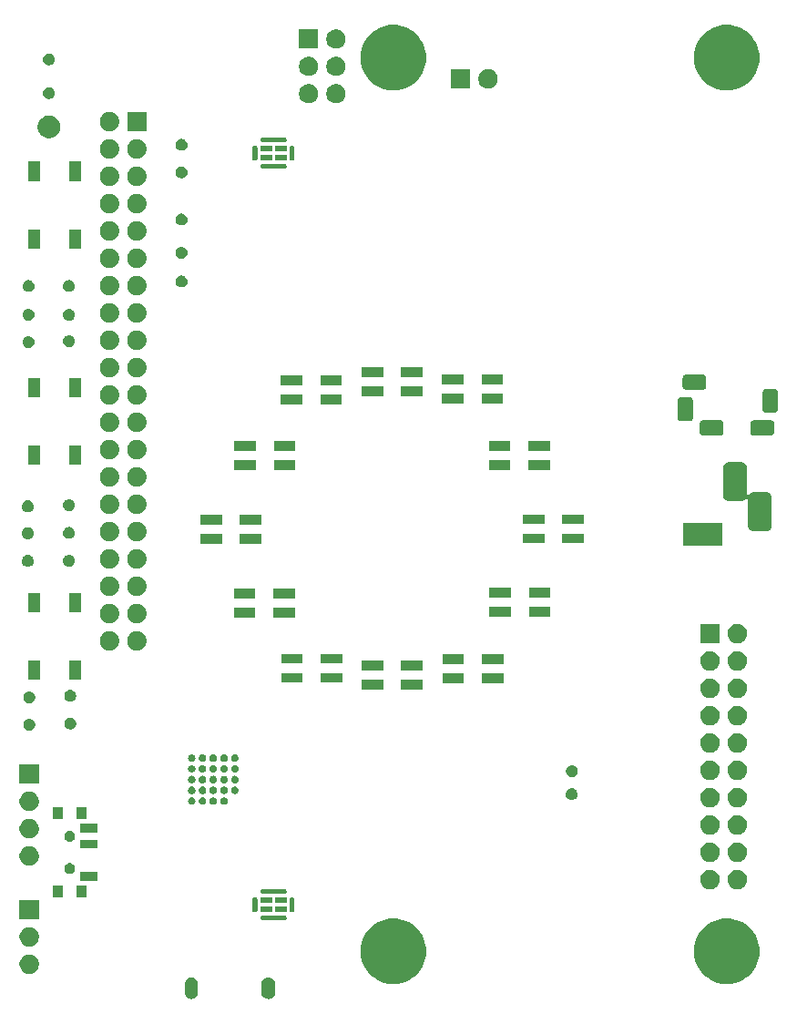
<source format=gbr>
G04 #@! TF.GenerationSoftware,KiCad,Pcbnew,(5.1.6)-1*
G04 #@! TF.CreationDate,2020-08-17T08:46:28-07:00*
G04 #@! TF.ProjectId,Mycroft - Mark 2,4d796372-6f66-4742-902d-204d61726b20,rev?*
G04 #@! TF.SameCoordinates,Original*
G04 #@! TF.FileFunction,Soldermask,Bot*
G04 #@! TF.FilePolarity,Negative*
%FSLAX46Y46*%
G04 Gerber Fmt 4.6, Leading zero omitted, Abs format (unit mm)*
G04 Created by KiCad (PCBNEW (5.1.6)-1) date 2020-08-17 08:46:28*
%MOMM*%
%LPD*%
G01*
G04 APERTURE LIST*
%ADD10C,0.100000*%
G04 APERTURE END LIST*
D10*
G36*
X24446797Y-90525740D02*
G01*
X24537583Y-90553280D01*
X24569515Y-90562966D01*
X24682604Y-90623414D01*
X24781734Y-90704767D01*
X24863086Y-90803895D01*
X24923534Y-90916984D01*
X24933220Y-90948916D01*
X24960760Y-91039702D01*
X24970180Y-91135347D01*
X24970180Y-91899293D01*
X24960760Y-91994938D01*
X24948565Y-92035138D01*
X24923534Y-92117656D01*
X24863086Y-92230745D01*
X24781734Y-92329874D01*
X24682605Y-92411226D01*
X24569516Y-92471674D01*
X24537584Y-92481360D01*
X24446798Y-92508900D01*
X24319180Y-92521469D01*
X24191563Y-92508900D01*
X24100777Y-92481360D01*
X24068845Y-92471674D01*
X23955756Y-92411226D01*
X23856627Y-92329874D01*
X23775275Y-92230745D01*
X23714828Y-92117657D01*
X23714825Y-92117652D01*
X23677600Y-91994938D01*
X23668180Y-91899293D01*
X23668180Y-91135348D01*
X23677600Y-91039703D01*
X23714825Y-90916989D01*
X23714826Y-90916985D01*
X23775274Y-90803896D01*
X23856627Y-90704766D01*
X23955755Y-90623414D01*
X24068844Y-90562966D01*
X24100776Y-90553280D01*
X24191562Y-90525740D01*
X24319180Y-90513171D01*
X24446797Y-90525740D01*
G37*
G36*
X17286998Y-90525016D02*
G01*
X17400285Y-90559382D01*
X17504692Y-90615189D01*
X17596207Y-90690293D01*
X17671311Y-90781808D01*
X17727118Y-90886215D01*
X17761484Y-90999502D01*
X17770180Y-91087801D01*
X17770180Y-91946839D01*
X17761484Y-92035138D01*
X17727118Y-92148425D01*
X17671311Y-92252832D01*
X17671310Y-92252833D01*
X17596207Y-92344347D01*
X17521103Y-92405982D01*
X17504691Y-92419451D01*
X17400284Y-92475258D01*
X17286997Y-92509624D01*
X17169180Y-92521227D01*
X17051362Y-92509624D01*
X16938075Y-92475258D01*
X16833668Y-92419451D01*
X16819752Y-92408031D01*
X16742153Y-92344347D01*
X16667050Y-92252832D01*
X16667049Y-92252831D01*
X16611242Y-92148424D01*
X16576876Y-92035137D01*
X16568180Y-91946838D01*
X16568180Y-91087801D01*
X16576876Y-90999504D01*
X16611244Y-90886214D01*
X16667050Y-90781808D01*
X16742154Y-90690293D01*
X16833669Y-90615189D01*
X16938076Y-90559382D01*
X17051363Y-90525016D01*
X17169180Y-90513413D01*
X17286998Y-90525016D01*
G37*
G36*
X36823323Y-85148368D02*
G01*
X37378569Y-85378358D01*
X37626727Y-85544172D01*
X37878279Y-85712254D01*
X38303246Y-86137221D01*
X38420842Y-86313216D01*
X38637142Y-86636931D01*
X38867132Y-87192177D01*
X38984380Y-87781621D01*
X38984380Y-88382619D01*
X38867132Y-88972063D01*
X38637142Y-89527309D01*
X38637141Y-89527310D01*
X38303246Y-90027019D01*
X37878279Y-90451986D01*
X37717548Y-90559383D01*
X37378569Y-90785882D01*
X36823323Y-91015872D01*
X36233879Y-91133120D01*
X35632881Y-91133120D01*
X35043437Y-91015872D01*
X34488191Y-90785882D01*
X34149212Y-90559383D01*
X33988481Y-90451986D01*
X33563514Y-90027019D01*
X33229619Y-89527310D01*
X33229618Y-89527309D01*
X32999628Y-88972063D01*
X32882380Y-88382619D01*
X32882380Y-87781621D01*
X32999628Y-87192177D01*
X33229618Y-86636931D01*
X33445918Y-86313216D01*
X33563514Y-86137221D01*
X33988481Y-85712254D01*
X34240033Y-85544172D01*
X34488191Y-85378358D01*
X35043437Y-85148368D01*
X35632881Y-85031120D01*
X36233879Y-85031120D01*
X36823323Y-85148368D01*
G37*
G36*
X67811323Y-85148368D02*
G01*
X68366569Y-85378358D01*
X68614727Y-85544172D01*
X68866279Y-85712254D01*
X69291246Y-86137221D01*
X69408842Y-86313216D01*
X69625142Y-86636931D01*
X69855132Y-87192177D01*
X69972380Y-87781621D01*
X69972380Y-88382619D01*
X69855132Y-88972063D01*
X69625142Y-89527309D01*
X69625141Y-89527310D01*
X69291246Y-90027019D01*
X68866279Y-90451986D01*
X68705548Y-90559383D01*
X68366569Y-90785882D01*
X67811323Y-91015872D01*
X67221879Y-91133120D01*
X66620881Y-91133120D01*
X66031437Y-91015872D01*
X65476191Y-90785882D01*
X65137212Y-90559383D01*
X64976481Y-90451986D01*
X64551514Y-90027019D01*
X64217619Y-89527310D01*
X64217618Y-89527309D01*
X63987628Y-88972063D01*
X63870380Y-88382619D01*
X63870380Y-87781621D01*
X63987628Y-87192177D01*
X64217618Y-86636931D01*
X64433918Y-86313216D01*
X64551514Y-86137221D01*
X64976481Y-85712254D01*
X65228033Y-85544172D01*
X65476191Y-85378358D01*
X66031437Y-85148368D01*
X66620881Y-85031120D01*
X67221879Y-85031120D01*
X67811323Y-85148368D01*
G37*
G36*
X2213512Y-88383927D02*
G01*
X2362812Y-88413624D01*
X2526784Y-88481544D01*
X2674354Y-88580147D01*
X2799853Y-88705646D01*
X2898456Y-88853216D01*
X2966376Y-89017188D01*
X3001000Y-89191259D01*
X3001000Y-89368741D01*
X2966376Y-89542812D01*
X2898456Y-89706784D01*
X2799853Y-89854354D01*
X2674354Y-89979853D01*
X2526784Y-90078456D01*
X2362812Y-90146376D01*
X2213512Y-90176073D01*
X2188742Y-90181000D01*
X2011258Y-90181000D01*
X1986488Y-90176073D01*
X1837188Y-90146376D01*
X1673216Y-90078456D01*
X1525646Y-89979853D01*
X1400147Y-89854354D01*
X1301544Y-89706784D01*
X1233624Y-89542812D01*
X1199000Y-89368741D01*
X1199000Y-89191259D01*
X1233624Y-89017188D01*
X1301544Y-88853216D01*
X1400147Y-88705646D01*
X1525646Y-88580147D01*
X1673216Y-88481544D01*
X1837188Y-88413624D01*
X1986488Y-88383927D01*
X2011258Y-88379000D01*
X2188742Y-88379000D01*
X2213512Y-88383927D01*
G37*
G36*
X2213512Y-85843927D02*
G01*
X2362812Y-85873624D01*
X2526784Y-85941544D01*
X2674354Y-86040147D01*
X2799853Y-86165646D01*
X2898456Y-86313216D01*
X2966376Y-86477188D01*
X3001000Y-86651259D01*
X3001000Y-86828741D01*
X2966376Y-87002812D01*
X2898456Y-87166784D01*
X2799853Y-87314354D01*
X2674354Y-87439853D01*
X2526784Y-87538456D01*
X2362812Y-87606376D01*
X2213512Y-87636073D01*
X2188742Y-87641000D01*
X2011258Y-87641000D01*
X1986488Y-87636073D01*
X1837188Y-87606376D01*
X1673216Y-87538456D01*
X1525646Y-87439853D01*
X1400147Y-87314354D01*
X1301544Y-87166784D01*
X1233624Y-87002812D01*
X1199000Y-86828741D01*
X1199000Y-86651259D01*
X1233624Y-86477188D01*
X1301544Y-86313216D01*
X1400147Y-86165646D01*
X1525646Y-86040147D01*
X1673216Y-85941544D01*
X1837188Y-85873624D01*
X1986488Y-85843927D01*
X2011258Y-85839000D01*
X2188742Y-85839000D01*
X2213512Y-85843927D01*
G37*
G36*
X25867271Y-84767098D02*
G01*
X25900205Y-84777089D01*
X25930553Y-84793310D01*
X25957157Y-84815143D01*
X25978990Y-84841747D01*
X25995211Y-84872095D01*
X26005202Y-84905029D01*
X26009180Y-84945419D01*
X26009180Y-85032821D01*
X26005202Y-85073211D01*
X25995211Y-85106145D01*
X25978990Y-85136493D01*
X25957157Y-85163097D01*
X25930553Y-85184930D01*
X25900205Y-85201151D01*
X25867271Y-85211142D01*
X25826881Y-85215120D01*
X23789479Y-85215120D01*
X23749089Y-85211142D01*
X23716155Y-85201151D01*
X23685807Y-85184930D01*
X23659203Y-85163097D01*
X23637370Y-85136493D01*
X23621149Y-85106145D01*
X23611158Y-85073211D01*
X23607180Y-85032821D01*
X23607180Y-84945419D01*
X23611158Y-84905029D01*
X23621149Y-84872095D01*
X23637370Y-84841747D01*
X23659203Y-84815143D01*
X23685807Y-84793310D01*
X23716155Y-84777089D01*
X23749089Y-84767098D01*
X23789479Y-84763120D01*
X25826881Y-84763120D01*
X25867271Y-84767098D01*
G37*
G36*
X3001000Y-85101000D02*
G01*
X1199000Y-85101000D01*
X1199000Y-83299000D01*
X3001000Y-83299000D01*
X3001000Y-85101000D01*
G37*
G36*
X26617271Y-83067098D02*
G01*
X26650205Y-83077089D01*
X26680553Y-83093310D01*
X26707157Y-83115143D01*
X26728990Y-83141747D01*
X26745211Y-83172095D01*
X26755202Y-83205029D01*
X26759180Y-83245419D01*
X26759180Y-84282821D01*
X26755202Y-84323211D01*
X26745211Y-84356145D01*
X26728990Y-84386493D01*
X26707157Y-84413097D01*
X26680553Y-84434930D01*
X26650205Y-84451151D01*
X26617271Y-84461142D01*
X26576881Y-84465120D01*
X26489479Y-84465120D01*
X26449089Y-84461142D01*
X26416155Y-84451151D01*
X26385807Y-84434930D01*
X26359203Y-84413097D01*
X26337370Y-84386493D01*
X26321149Y-84356145D01*
X26311158Y-84323211D01*
X26307180Y-84282821D01*
X26307180Y-83245419D01*
X26311158Y-83205029D01*
X26321149Y-83172095D01*
X26337370Y-83141747D01*
X26359203Y-83115143D01*
X26385807Y-83093310D01*
X26416155Y-83077089D01*
X26449089Y-83067098D01*
X26489479Y-83063120D01*
X26576881Y-83063120D01*
X26617271Y-83067098D01*
G37*
G36*
X23167271Y-83067098D02*
G01*
X23200205Y-83077089D01*
X23230553Y-83093310D01*
X23257157Y-83115143D01*
X23278990Y-83141747D01*
X23295211Y-83172095D01*
X23305202Y-83205029D01*
X23309180Y-83245419D01*
X23309180Y-84282821D01*
X23305202Y-84323211D01*
X23295211Y-84356145D01*
X23278990Y-84386493D01*
X23257157Y-84413097D01*
X23230553Y-84434930D01*
X23200205Y-84451151D01*
X23167271Y-84461142D01*
X23126881Y-84465120D01*
X23039479Y-84465120D01*
X22999089Y-84461142D01*
X22966155Y-84451151D01*
X22935807Y-84434930D01*
X22909203Y-84413097D01*
X22887370Y-84386493D01*
X22871149Y-84356145D01*
X22861158Y-84323211D01*
X22857180Y-84282821D01*
X22857180Y-83245419D01*
X22861158Y-83205029D01*
X22871149Y-83172095D01*
X22887370Y-83141747D01*
X22909203Y-83115143D01*
X22935807Y-83093310D01*
X22966155Y-83077089D01*
X22999089Y-83067098D01*
X23039479Y-83063120D01*
X23126881Y-83063120D01*
X23167271Y-83067098D01*
G37*
G36*
X26009180Y-84440120D02*
G01*
X24957180Y-84440120D01*
X24957180Y-83938120D01*
X26009180Y-83938120D01*
X26009180Y-84440120D01*
G37*
G36*
X24659180Y-84440120D02*
G01*
X23607180Y-84440120D01*
X23607180Y-83938120D01*
X24659180Y-83938120D01*
X24659180Y-84440120D01*
G37*
G36*
X26009180Y-83590120D02*
G01*
X24957180Y-83590120D01*
X24957180Y-83088120D01*
X26009180Y-83088120D01*
X26009180Y-83590120D01*
G37*
G36*
X24659180Y-83590120D02*
G01*
X23607180Y-83590120D01*
X23607180Y-83088120D01*
X24659180Y-83088120D01*
X24659180Y-83590120D01*
G37*
G36*
X7415900Y-83083240D02*
G01*
X6513900Y-83083240D01*
X6513900Y-81981240D01*
X7415900Y-81981240D01*
X7415900Y-83083240D01*
G37*
G36*
X5205900Y-83083240D02*
G01*
X4303900Y-83083240D01*
X4303900Y-81981240D01*
X5205900Y-81981240D01*
X5205900Y-83083240D01*
G37*
G36*
X25867271Y-82317098D02*
G01*
X25900205Y-82327089D01*
X25930553Y-82343310D01*
X25957157Y-82365143D01*
X25978990Y-82391747D01*
X25995211Y-82422095D01*
X26005202Y-82455029D01*
X26009180Y-82495419D01*
X26009180Y-82582821D01*
X26005202Y-82623211D01*
X25995211Y-82656145D01*
X25978990Y-82686493D01*
X25957157Y-82713097D01*
X25930553Y-82734930D01*
X25900205Y-82751151D01*
X25867271Y-82761142D01*
X25826881Y-82765120D01*
X23789479Y-82765120D01*
X23749089Y-82761142D01*
X23716155Y-82751151D01*
X23685807Y-82734930D01*
X23659203Y-82713097D01*
X23637370Y-82686493D01*
X23621149Y-82656145D01*
X23611158Y-82623211D01*
X23607180Y-82582821D01*
X23607180Y-82495419D01*
X23611158Y-82455029D01*
X23621149Y-82422095D01*
X23637370Y-82391747D01*
X23659203Y-82365143D01*
X23685807Y-82343310D01*
X23716155Y-82327089D01*
X23749089Y-82317098D01*
X23789479Y-82313120D01*
X25826881Y-82313120D01*
X25867271Y-82317098D01*
G37*
G36*
X68025492Y-80505847D02*
G01*
X68174792Y-80535544D01*
X68338764Y-80603464D01*
X68486334Y-80702067D01*
X68611833Y-80827566D01*
X68710436Y-80975136D01*
X68778356Y-81139108D01*
X68812980Y-81313179D01*
X68812980Y-81490661D01*
X68778356Y-81664732D01*
X68710436Y-81828704D01*
X68611833Y-81976274D01*
X68486334Y-82101773D01*
X68338764Y-82200376D01*
X68174792Y-82268296D01*
X68025492Y-82297993D01*
X68000722Y-82302920D01*
X67823238Y-82302920D01*
X67798468Y-82297993D01*
X67649168Y-82268296D01*
X67485196Y-82200376D01*
X67337626Y-82101773D01*
X67212127Y-81976274D01*
X67113524Y-81828704D01*
X67045604Y-81664732D01*
X67010980Y-81490661D01*
X67010980Y-81313179D01*
X67045604Y-81139108D01*
X67113524Y-80975136D01*
X67212127Y-80827566D01*
X67337626Y-80702067D01*
X67485196Y-80603464D01*
X67649168Y-80535544D01*
X67798468Y-80505847D01*
X67823238Y-80500920D01*
X68000722Y-80500920D01*
X68025492Y-80505847D01*
G37*
G36*
X65485492Y-80505847D02*
G01*
X65634792Y-80535544D01*
X65798764Y-80603464D01*
X65946334Y-80702067D01*
X66071833Y-80827566D01*
X66170436Y-80975136D01*
X66238356Y-81139108D01*
X66272980Y-81313179D01*
X66272980Y-81490661D01*
X66238356Y-81664732D01*
X66170436Y-81828704D01*
X66071833Y-81976274D01*
X65946334Y-82101773D01*
X65798764Y-82200376D01*
X65634792Y-82268296D01*
X65485492Y-82297993D01*
X65460722Y-82302920D01*
X65283238Y-82302920D01*
X65258468Y-82297993D01*
X65109168Y-82268296D01*
X64945196Y-82200376D01*
X64797626Y-82101773D01*
X64672127Y-81976274D01*
X64573524Y-81828704D01*
X64505604Y-81664732D01*
X64470980Y-81490661D01*
X64470980Y-81313179D01*
X64505604Y-81139108D01*
X64573524Y-80975136D01*
X64672127Y-80827566D01*
X64797626Y-80702067D01*
X64945196Y-80603464D01*
X65109168Y-80535544D01*
X65258468Y-80505847D01*
X65283238Y-80500920D01*
X65460722Y-80500920D01*
X65485492Y-80505847D01*
G37*
G36*
X8415900Y-81533240D02*
G01*
X6813900Y-81533240D01*
X6813900Y-80731240D01*
X8415900Y-80731240D01*
X8415900Y-81533240D01*
G37*
G36*
X5952640Y-79890866D02*
G01*
X6001036Y-79900493D01*
X6038802Y-79916136D01*
X6092211Y-79938259D01*
X6092212Y-79938260D01*
X6174269Y-79993088D01*
X6244052Y-80062871D01*
X6271652Y-80104178D01*
X6298881Y-80144929D01*
X6336647Y-80236105D01*
X6355900Y-80332895D01*
X6355900Y-80431585D01*
X6336647Y-80528375D01*
X6298881Y-80619551D01*
X6298880Y-80619552D01*
X6244052Y-80701609D01*
X6174269Y-80771392D01*
X6132962Y-80798992D01*
X6092211Y-80826221D01*
X6038802Y-80848344D01*
X6001036Y-80863987D01*
X5952640Y-80873613D01*
X5904245Y-80883240D01*
X5805555Y-80883240D01*
X5757160Y-80873613D01*
X5708764Y-80863987D01*
X5670998Y-80848344D01*
X5617589Y-80826221D01*
X5576838Y-80798992D01*
X5535531Y-80771392D01*
X5465748Y-80701609D01*
X5410920Y-80619552D01*
X5410919Y-80619551D01*
X5373153Y-80528375D01*
X5353900Y-80431585D01*
X5353900Y-80332895D01*
X5373153Y-80236105D01*
X5410919Y-80144929D01*
X5438148Y-80104178D01*
X5465748Y-80062871D01*
X5535531Y-79993088D01*
X5617588Y-79938260D01*
X5617589Y-79938259D01*
X5670998Y-79916136D01*
X5708764Y-79900493D01*
X5757160Y-79890866D01*
X5805555Y-79881240D01*
X5904245Y-79881240D01*
X5952640Y-79890866D01*
G37*
G36*
X2209012Y-78326527D02*
G01*
X2358312Y-78356224D01*
X2522284Y-78424144D01*
X2669854Y-78522747D01*
X2795353Y-78648246D01*
X2893956Y-78795816D01*
X2961876Y-78959788D01*
X2996500Y-79133859D01*
X2996500Y-79311341D01*
X2961876Y-79485412D01*
X2893956Y-79649384D01*
X2795353Y-79796954D01*
X2669854Y-79922453D01*
X2522284Y-80021056D01*
X2358312Y-80088976D01*
X2209012Y-80118673D01*
X2184242Y-80123600D01*
X2006758Y-80123600D01*
X1981988Y-80118673D01*
X1832688Y-80088976D01*
X1668716Y-80021056D01*
X1521146Y-79922453D01*
X1395647Y-79796954D01*
X1297044Y-79649384D01*
X1229124Y-79485412D01*
X1194500Y-79311341D01*
X1194500Y-79133859D01*
X1229124Y-78959788D01*
X1297044Y-78795816D01*
X1395647Y-78648246D01*
X1521146Y-78522747D01*
X1668716Y-78424144D01*
X1832688Y-78356224D01*
X1981988Y-78326527D01*
X2006758Y-78321600D01*
X2184242Y-78321600D01*
X2209012Y-78326527D01*
G37*
G36*
X65485492Y-77965847D02*
G01*
X65634792Y-77995544D01*
X65798764Y-78063464D01*
X65946334Y-78162067D01*
X66071833Y-78287566D01*
X66170436Y-78435136D01*
X66238356Y-78599108D01*
X66272980Y-78773179D01*
X66272980Y-78950661D01*
X66238356Y-79124732D01*
X66170436Y-79288704D01*
X66071833Y-79436274D01*
X65946334Y-79561773D01*
X65798764Y-79660376D01*
X65634792Y-79728296D01*
X65485492Y-79757993D01*
X65460722Y-79762920D01*
X65283238Y-79762920D01*
X65258468Y-79757993D01*
X65109168Y-79728296D01*
X64945196Y-79660376D01*
X64797626Y-79561773D01*
X64672127Y-79436274D01*
X64573524Y-79288704D01*
X64505604Y-79124732D01*
X64470980Y-78950661D01*
X64470980Y-78773179D01*
X64505604Y-78599108D01*
X64573524Y-78435136D01*
X64672127Y-78287566D01*
X64797626Y-78162067D01*
X64945196Y-78063464D01*
X65109168Y-77995544D01*
X65258468Y-77965847D01*
X65283238Y-77960920D01*
X65460722Y-77960920D01*
X65485492Y-77965847D01*
G37*
G36*
X68025492Y-77965847D02*
G01*
X68174792Y-77995544D01*
X68338764Y-78063464D01*
X68486334Y-78162067D01*
X68611833Y-78287566D01*
X68710436Y-78435136D01*
X68778356Y-78599108D01*
X68812980Y-78773179D01*
X68812980Y-78950661D01*
X68778356Y-79124732D01*
X68710436Y-79288704D01*
X68611833Y-79436274D01*
X68486334Y-79561773D01*
X68338764Y-79660376D01*
X68174792Y-79728296D01*
X68025492Y-79757993D01*
X68000722Y-79762920D01*
X67823238Y-79762920D01*
X67798468Y-79757993D01*
X67649168Y-79728296D01*
X67485196Y-79660376D01*
X67337626Y-79561773D01*
X67212127Y-79436274D01*
X67113524Y-79288704D01*
X67045604Y-79124732D01*
X67010980Y-78950661D01*
X67010980Y-78773179D01*
X67045604Y-78599108D01*
X67113524Y-78435136D01*
X67212127Y-78287566D01*
X67337626Y-78162067D01*
X67485196Y-78063464D01*
X67649168Y-77995544D01*
X67798468Y-77965847D01*
X67823238Y-77960920D01*
X68000722Y-77960920D01*
X68025492Y-77965847D01*
G37*
G36*
X8415900Y-78533240D02*
G01*
X6813900Y-78533240D01*
X6813900Y-77731240D01*
X8415900Y-77731240D01*
X8415900Y-78533240D01*
G37*
G36*
X5952640Y-76890867D02*
G01*
X6001036Y-76900493D01*
X6038802Y-76916136D01*
X6092211Y-76938259D01*
X6102916Y-76945412D01*
X6174269Y-76993088D01*
X6244052Y-77062871D01*
X6244053Y-77062873D01*
X6298881Y-77144929D01*
X6336647Y-77236105D01*
X6355900Y-77332895D01*
X6355900Y-77431585D01*
X6336647Y-77528375D01*
X6298881Y-77619551D01*
X6298880Y-77619552D01*
X6244052Y-77701609D01*
X6174269Y-77771392D01*
X6132962Y-77798992D01*
X6092211Y-77826221D01*
X6038802Y-77848344D01*
X6001036Y-77863987D01*
X5952640Y-77873614D01*
X5904245Y-77883240D01*
X5805555Y-77883240D01*
X5757160Y-77873614D01*
X5708764Y-77863987D01*
X5670998Y-77848344D01*
X5617589Y-77826221D01*
X5576838Y-77798992D01*
X5535531Y-77771392D01*
X5465748Y-77701609D01*
X5410920Y-77619552D01*
X5410919Y-77619551D01*
X5373153Y-77528375D01*
X5353900Y-77431585D01*
X5353900Y-77332895D01*
X5373153Y-77236105D01*
X5410919Y-77144929D01*
X5465747Y-77062873D01*
X5465748Y-77062871D01*
X5535531Y-76993088D01*
X5606884Y-76945412D01*
X5617589Y-76938259D01*
X5670998Y-76916136D01*
X5708764Y-76900493D01*
X5757160Y-76890867D01*
X5805555Y-76881240D01*
X5904245Y-76881240D01*
X5952640Y-76890867D01*
G37*
G36*
X2209012Y-75786527D02*
G01*
X2358312Y-75816224D01*
X2522284Y-75884144D01*
X2669854Y-75982747D01*
X2795353Y-76108246D01*
X2893956Y-76255816D01*
X2961876Y-76419788D01*
X2996500Y-76593859D01*
X2996500Y-76771341D01*
X2961876Y-76945412D01*
X2893956Y-77109384D01*
X2795353Y-77256954D01*
X2669854Y-77382453D01*
X2522284Y-77481056D01*
X2358312Y-77548976D01*
X2209012Y-77578673D01*
X2184242Y-77583600D01*
X2006758Y-77583600D01*
X1981988Y-77578673D01*
X1832688Y-77548976D01*
X1668716Y-77481056D01*
X1521146Y-77382453D01*
X1395647Y-77256954D01*
X1297044Y-77109384D01*
X1229124Y-76945412D01*
X1194500Y-76771341D01*
X1194500Y-76593859D01*
X1229124Y-76419788D01*
X1297044Y-76255816D01*
X1395647Y-76108246D01*
X1521146Y-75982747D01*
X1668716Y-75884144D01*
X1832688Y-75816224D01*
X1981988Y-75786527D01*
X2006758Y-75781600D01*
X2184242Y-75781600D01*
X2209012Y-75786527D01*
G37*
G36*
X65485492Y-75425847D02*
G01*
X65634792Y-75455544D01*
X65798764Y-75523464D01*
X65946334Y-75622067D01*
X66071833Y-75747566D01*
X66170436Y-75895136D01*
X66238356Y-76059108D01*
X66268053Y-76208408D01*
X66272595Y-76231240D01*
X66272980Y-76233179D01*
X66272980Y-76410661D01*
X66238356Y-76584732D01*
X66170436Y-76748704D01*
X66071833Y-76896274D01*
X65946334Y-77021773D01*
X65798764Y-77120376D01*
X65634792Y-77188296D01*
X65485492Y-77217993D01*
X65460722Y-77222920D01*
X65283238Y-77222920D01*
X65258468Y-77217993D01*
X65109168Y-77188296D01*
X64945196Y-77120376D01*
X64797626Y-77021773D01*
X64672127Y-76896274D01*
X64573524Y-76748704D01*
X64505604Y-76584732D01*
X64470980Y-76410661D01*
X64470980Y-76233179D01*
X64471366Y-76231240D01*
X64475907Y-76208408D01*
X64505604Y-76059108D01*
X64573524Y-75895136D01*
X64672127Y-75747566D01*
X64797626Y-75622067D01*
X64945196Y-75523464D01*
X65109168Y-75455544D01*
X65258468Y-75425847D01*
X65283238Y-75420920D01*
X65460722Y-75420920D01*
X65485492Y-75425847D01*
G37*
G36*
X68025492Y-75425847D02*
G01*
X68174792Y-75455544D01*
X68338764Y-75523464D01*
X68486334Y-75622067D01*
X68611833Y-75747566D01*
X68710436Y-75895136D01*
X68778356Y-76059108D01*
X68808053Y-76208408D01*
X68812595Y-76231240D01*
X68812980Y-76233179D01*
X68812980Y-76410661D01*
X68778356Y-76584732D01*
X68710436Y-76748704D01*
X68611833Y-76896274D01*
X68486334Y-77021773D01*
X68338764Y-77120376D01*
X68174792Y-77188296D01*
X68025492Y-77217993D01*
X68000722Y-77222920D01*
X67823238Y-77222920D01*
X67798468Y-77217993D01*
X67649168Y-77188296D01*
X67485196Y-77120376D01*
X67337626Y-77021773D01*
X67212127Y-76896274D01*
X67113524Y-76748704D01*
X67045604Y-76584732D01*
X67010980Y-76410661D01*
X67010980Y-76233179D01*
X67011366Y-76231240D01*
X67015907Y-76208408D01*
X67045604Y-76059108D01*
X67113524Y-75895136D01*
X67212127Y-75747566D01*
X67337626Y-75622067D01*
X67485196Y-75523464D01*
X67649168Y-75455544D01*
X67798468Y-75425847D01*
X67823238Y-75420920D01*
X68000722Y-75420920D01*
X68025492Y-75425847D01*
G37*
G36*
X8415900Y-77033240D02*
G01*
X6813900Y-77033240D01*
X6813900Y-76231240D01*
X8415900Y-76231240D01*
X8415900Y-77033240D01*
G37*
G36*
X7415900Y-75783240D02*
G01*
X6513900Y-75783240D01*
X6513900Y-74681240D01*
X7415900Y-74681240D01*
X7415900Y-75783240D01*
G37*
G36*
X5205900Y-75783240D02*
G01*
X4303900Y-75783240D01*
X4303900Y-74681240D01*
X5205900Y-74681240D01*
X5205900Y-75783240D01*
G37*
G36*
X2209012Y-73246527D02*
G01*
X2358312Y-73276224D01*
X2522284Y-73344144D01*
X2669854Y-73442747D01*
X2795353Y-73568246D01*
X2893956Y-73715816D01*
X2961876Y-73879788D01*
X2996500Y-74053859D01*
X2996500Y-74231341D01*
X2961876Y-74405412D01*
X2893956Y-74569384D01*
X2795353Y-74716954D01*
X2669854Y-74842453D01*
X2522284Y-74941056D01*
X2358312Y-75008976D01*
X2209012Y-75038673D01*
X2184242Y-75043600D01*
X2006758Y-75043600D01*
X1981988Y-75038673D01*
X1832688Y-75008976D01*
X1668716Y-74941056D01*
X1521146Y-74842453D01*
X1395647Y-74716954D01*
X1297044Y-74569384D01*
X1229124Y-74405412D01*
X1194500Y-74231341D01*
X1194500Y-74053859D01*
X1229124Y-73879788D01*
X1297044Y-73715816D01*
X1395647Y-73568246D01*
X1521146Y-73442747D01*
X1668716Y-73344144D01*
X1832688Y-73276224D01*
X1981988Y-73246527D01*
X2006758Y-73241600D01*
X2184242Y-73241600D01*
X2209012Y-73246527D01*
G37*
G36*
X65485492Y-72885847D02*
G01*
X65634792Y-72915544D01*
X65798764Y-72983464D01*
X65946334Y-73082067D01*
X66071833Y-73207566D01*
X66170436Y-73355136D01*
X66238356Y-73519108D01*
X66272980Y-73693179D01*
X66272980Y-73870661D01*
X66238356Y-74044732D01*
X66170436Y-74208704D01*
X66071833Y-74356274D01*
X65946334Y-74481773D01*
X65798764Y-74580376D01*
X65634792Y-74648296D01*
X65485492Y-74677993D01*
X65460722Y-74682920D01*
X65283238Y-74682920D01*
X65258468Y-74677993D01*
X65109168Y-74648296D01*
X64945196Y-74580376D01*
X64797626Y-74481773D01*
X64672127Y-74356274D01*
X64573524Y-74208704D01*
X64505604Y-74044732D01*
X64470980Y-73870661D01*
X64470980Y-73693179D01*
X64505604Y-73519108D01*
X64573524Y-73355136D01*
X64672127Y-73207566D01*
X64797626Y-73082067D01*
X64945196Y-72983464D01*
X65109168Y-72915544D01*
X65258468Y-72885847D01*
X65283238Y-72880920D01*
X65460722Y-72880920D01*
X65485492Y-72885847D01*
G37*
G36*
X68025492Y-72885847D02*
G01*
X68174792Y-72915544D01*
X68338764Y-72983464D01*
X68486334Y-73082067D01*
X68611833Y-73207566D01*
X68710436Y-73355136D01*
X68778356Y-73519108D01*
X68812980Y-73693179D01*
X68812980Y-73870661D01*
X68778356Y-74044732D01*
X68710436Y-74208704D01*
X68611833Y-74356274D01*
X68486334Y-74481773D01*
X68338764Y-74580376D01*
X68174792Y-74648296D01*
X68025492Y-74677993D01*
X68000722Y-74682920D01*
X67823238Y-74682920D01*
X67798468Y-74677993D01*
X67649168Y-74648296D01*
X67485196Y-74580376D01*
X67337626Y-74481773D01*
X67212127Y-74356274D01*
X67113524Y-74208704D01*
X67045604Y-74044732D01*
X67010980Y-73870661D01*
X67010980Y-73693179D01*
X67045604Y-73519108D01*
X67113524Y-73355136D01*
X67212127Y-73207566D01*
X67337626Y-73082067D01*
X67485196Y-72983464D01*
X67649168Y-72915544D01*
X67798468Y-72885847D01*
X67823238Y-72880920D01*
X68000722Y-72880920D01*
X68025492Y-72885847D01*
G37*
G36*
X18303763Y-73774609D02*
G01*
X18303766Y-73774610D01*
X18303765Y-73774610D01*
X18367638Y-73801066D01*
X18425128Y-73839480D01*
X18474020Y-73888372D01*
X18512434Y-73945862D01*
X18534004Y-73997938D01*
X18538891Y-74009737D01*
X18552380Y-74077550D01*
X18552380Y-74146690D01*
X18538891Y-74214503D01*
X18538890Y-74214505D01*
X18512434Y-74278378D01*
X18474020Y-74335868D01*
X18425128Y-74384760D01*
X18367638Y-74423174D01*
X18315562Y-74444744D01*
X18303763Y-74449631D01*
X18235950Y-74463120D01*
X18166810Y-74463120D01*
X18098997Y-74449631D01*
X18087198Y-74444744D01*
X18035122Y-74423174D01*
X17977632Y-74384760D01*
X17928740Y-74335868D01*
X17890326Y-74278378D01*
X17863870Y-74214505D01*
X17863869Y-74214503D01*
X17850380Y-74146690D01*
X17850380Y-74077550D01*
X17863869Y-74009737D01*
X17868756Y-73997938D01*
X17890326Y-73945862D01*
X17928740Y-73888372D01*
X17977632Y-73839480D01*
X18035122Y-73801066D01*
X18098995Y-73774610D01*
X18098994Y-73774610D01*
X18098997Y-73774609D01*
X18166810Y-73761120D01*
X18235950Y-73761120D01*
X18303763Y-73774609D01*
G37*
G36*
X17303763Y-73774609D02*
G01*
X17303766Y-73774610D01*
X17303765Y-73774610D01*
X17367638Y-73801066D01*
X17425128Y-73839480D01*
X17474020Y-73888372D01*
X17512434Y-73945862D01*
X17534004Y-73997938D01*
X17538891Y-74009737D01*
X17552380Y-74077550D01*
X17552380Y-74146690D01*
X17538891Y-74214503D01*
X17538890Y-74214505D01*
X17512434Y-74278378D01*
X17474020Y-74335868D01*
X17425128Y-74384760D01*
X17367638Y-74423174D01*
X17315562Y-74444744D01*
X17303763Y-74449631D01*
X17235950Y-74463120D01*
X17166810Y-74463120D01*
X17098997Y-74449631D01*
X17087198Y-74444744D01*
X17035122Y-74423174D01*
X16977632Y-74384760D01*
X16928740Y-74335868D01*
X16890326Y-74278378D01*
X16863870Y-74214505D01*
X16863869Y-74214503D01*
X16850380Y-74146690D01*
X16850380Y-74077550D01*
X16863869Y-74009737D01*
X16868756Y-73997938D01*
X16890326Y-73945862D01*
X16928740Y-73888372D01*
X16977632Y-73839480D01*
X17035122Y-73801066D01*
X17098995Y-73774610D01*
X17098994Y-73774610D01*
X17098997Y-73774609D01*
X17166810Y-73761120D01*
X17235950Y-73761120D01*
X17303763Y-73774609D01*
G37*
G36*
X19303763Y-73774609D02*
G01*
X19303766Y-73774610D01*
X19303765Y-73774610D01*
X19367638Y-73801066D01*
X19425128Y-73839480D01*
X19474020Y-73888372D01*
X19512434Y-73945862D01*
X19534004Y-73997938D01*
X19538891Y-74009737D01*
X19552380Y-74077550D01*
X19552380Y-74146690D01*
X19538891Y-74214503D01*
X19538890Y-74214505D01*
X19512434Y-74278378D01*
X19474020Y-74335868D01*
X19425128Y-74384760D01*
X19367638Y-74423174D01*
X19315562Y-74444744D01*
X19303763Y-74449631D01*
X19235950Y-74463120D01*
X19166810Y-74463120D01*
X19098997Y-74449631D01*
X19087198Y-74444744D01*
X19035122Y-74423174D01*
X18977632Y-74384760D01*
X18928740Y-74335868D01*
X18890326Y-74278378D01*
X18863870Y-74214505D01*
X18863869Y-74214503D01*
X18850380Y-74146690D01*
X18850380Y-74077550D01*
X18863869Y-74009737D01*
X18868756Y-73997938D01*
X18890326Y-73945862D01*
X18928740Y-73888372D01*
X18977632Y-73839480D01*
X19035122Y-73801066D01*
X19098995Y-73774610D01*
X19098994Y-73774610D01*
X19098997Y-73774609D01*
X19166810Y-73761120D01*
X19235950Y-73761120D01*
X19303763Y-73774609D01*
G37*
G36*
X20303763Y-73774609D02*
G01*
X20303766Y-73774610D01*
X20303765Y-73774610D01*
X20367638Y-73801066D01*
X20425128Y-73839480D01*
X20474020Y-73888372D01*
X20512434Y-73945862D01*
X20534004Y-73997938D01*
X20538891Y-74009737D01*
X20552380Y-74077550D01*
X20552380Y-74146690D01*
X20538891Y-74214503D01*
X20538890Y-74214505D01*
X20512434Y-74278378D01*
X20474020Y-74335868D01*
X20425128Y-74384760D01*
X20367638Y-74423174D01*
X20315562Y-74444744D01*
X20303763Y-74449631D01*
X20235950Y-74463120D01*
X20166810Y-74463120D01*
X20098997Y-74449631D01*
X20087198Y-74444744D01*
X20035122Y-74423174D01*
X19977632Y-74384760D01*
X19928740Y-74335868D01*
X19890326Y-74278378D01*
X19863870Y-74214505D01*
X19863869Y-74214503D01*
X19850380Y-74146690D01*
X19850380Y-74077550D01*
X19863869Y-74009737D01*
X19868756Y-73997938D01*
X19890326Y-73945862D01*
X19928740Y-73888372D01*
X19977632Y-73839480D01*
X20035122Y-73801066D01*
X20098995Y-73774610D01*
X20098994Y-73774610D01*
X20098997Y-73774609D01*
X20166810Y-73761120D01*
X20235950Y-73761120D01*
X20303763Y-73774609D01*
G37*
G36*
X52675221Y-72942214D02*
G01*
X52775495Y-72983749D01*
X52775496Y-72983750D01*
X52865742Y-73044050D01*
X52942490Y-73120798D01*
X52942491Y-73120800D01*
X53002791Y-73211045D01*
X53044326Y-73311319D01*
X53065500Y-73417770D01*
X53065500Y-73526310D01*
X53044326Y-73632761D01*
X53002791Y-73733035D01*
X53002790Y-73733036D01*
X52942490Y-73823282D01*
X52865742Y-73900030D01*
X52820312Y-73930385D01*
X52775495Y-73960331D01*
X52675221Y-74001866D01*
X52568770Y-74023040D01*
X52460230Y-74023040D01*
X52353779Y-74001866D01*
X52253505Y-73960331D01*
X52208688Y-73930385D01*
X52163258Y-73900030D01*
X52086510Y-73823282D01*
X52026210Y-73733036D01*
X52026209Y-73733035D01*
X51984674Y-73632761D01*
X51963500Y-73526310D01*
X51963500Y-73417770D01*
X51984674Y-73311319D01*
X52026209Y-73211045D01*
X52086509Y-73120800D01*
X52086510Y-73120798D01*
X52163258Y-73044050D01*
X52253504Y-72983750D01*
X52253505Y-72983749D01*
X52353779Y-72942214D01*
X52460230Y-72921040D01*
X52568770Y-72921040D01*
X52675221Y-72942214D01*
G37*
G36*
X18303763Y-72774609D02*
G01*
X18303766Y-72774610D01*
X18303765Y-72774610D01*
X18367638Y-72801066D01*
X18425128Y-72839480D01*
X18474020Y-72888372D01*
X18512434Y-72945862D01*
X18528127Y-72983750D01*
X18538891Y-73009737D01*
X18552380Y-73077550D01*
X18552380Y-73146690D01*
X18538891Y-73214503D01*
X18538890Y-73214505D01*
X18512434Y-73278378D01*
X18474020Y-73335868D01*
X18425128Y-73384760D01*
X18367638Y-73423174D01*
X18320383Y-73442747D01*
X18303763Y-73449631D01*
X18235950Y-73463120D01*
X18166810Y-73463120D01*
X18098997Y-73449631D01*
X18082377Y-73442747D01*
X18035122Y-73423174D01*
X17977632Y-73384760D01*
X17928740Y-73335868D01*
X17890326Y-73278378D01*
X17863870Y-73214505D01*
X17863869Y-73214503D01*
X17850380Y-73146690D01*
X17850380Y-73077550D01*
X17863869Y-73009737D01*
X17874633Y-72983750D01*
X17890326Y-72945862D01*
X17928740Y-72888372D01*
X17977632Y-72839480D01*
X18035122Y-72801066D01*
X18098995Y-72774610D01*
X18098994Y-72774610D01*
X18098997Y-72774609D01*
X18166810Y-72761120D01*
X18235950Y-72761120D01*
X18303763Y-72774609D01*
G37*
G36*
X17303763Y-72774609D02*
G01*
X17303766Y-72774610D01*
X17303765Y-72774610D01*
X17367638Y-72801066D01*
X17425128Y-72839480D01*
X17474020Y-72888372D01*
X17512434Y-72945862D01*
X17528127Y-72983750D01*
X17538891Y-73009737D01*
X17552380Y-73077550D01*
X17552380Y-73146690D01*
X17538891Y-73214503D01*
X17538890Y-73214505D01*
X17512434Y-73278378D01*
X17474020Y-73335868D01*
X17425128Y-73384760D01*
X17367638Y-73423174D01*
X17320383Y-73442747D01*
X17303763Y-73449631D01*
X17235950Y-73463120D01*
X17166810Y-73463120D01*
X17098997Y-73449631D01*
X17082377Y-73442747D01*
X17035122Y-73423174D01*
X16977632Y-73384760D01*
X16928740Y-73335868D01*
X16890326Y-73278378D01*
X16863870Y-73214505D01*
X16863869Y-73214503D01*
X16850380Y-73146690D01*
X16850380Y-73077550D01*
X16863869Y-73009737D01*
X16874633Y-72983750D01*
X16890326Y-72945862D01*
X16928740Y-72888372D01*
X16977632Y-72839480D01*
X17035122Y-72801066D01*
X17098995Y-72774610D01*
X17098994Y-72774610D01*
X17098997Y-72774609D01*
X17166810Y-72761120D01*
X17235950Y-72761120D01*
X17303763Y-72774609D01*
G37*
G36*
X19303763Y-72774609D02*
G01*
X19303766Y-72774610D01*
X19303765Y-72774610D01*
X19367638Y-72801066D01*
X19425128Y-72839480D01*
X19474020Y-72888372D01*
X19512434Y-72945862D01*
X19528127Y-72983750D01*
X19538891Y-73009737D01*
X19552380Y-73077550D01*
X19552380Y-73146690D01*
X19538891Y-73214503D01*
X19538890Y-73214505D01*
X19512434Y-73278378D01*
X19474020Y-73335868D01*
X19425128Y-73384760D01*
X19367638Y-73423174D01*
X19320383Y-73442747D01*
X19303763Y-73449631D01*
X19235950Y-73463120D01*
X19166810Y-73463120D01*
X19098997Y-73449631D01*
X19082377Y-73442747D01*
X19035122Y-73423174D01*
X18977632Y-73384760D01*
X18928740Y-73335868D01*
X18890326Y-73278378D01*
X18863870Y-73214505D01*
X18863869Y-73214503D01*
X18850380Y-73146690D01*
X18850380Y-73077550D01*
X18863869Y-73009737D01*
X18874633Y-72983750D01*
X18890326Y-72945862D01*
X18928740Y-72888372D01*
X18977632Y-72839480D01*
X19035122Y-72801066D01*
X19098995Y-72774610D01*
X19098994Y-72774610D01*
X19098997Y-72774609D01*
X19166810Y-72761120D01*
X19235950Y-72761120D01*
X19303763Y-72774609D01*
G37*
G36*
X20303763Y-72774609D02*
G01*
X20303766Y-72774610D01*
X20303765Y-72774610D01*
X20367638Y-72801066D01*
X20425128Y-72839480D01*
X20474020Y-72888372D01*
X20512434Y-72945862D01*
X20528127Y-72983750D01*
X20538891Y-73009737D01*
X20552380Y-73077550D01*
X20552380Y-73146690D01*
X20538891Y-73214503D01*
X20538890Y-73214505D01*
X20512434Y-73278378D01*
X20474020Y-73335868D01*
X20425128Y-73384760D01*
X20367638Y-73423174D01*
X20320383Y-73442747D01*
X20303763Y-73449631D01*
X20235950Y-73463120D01*
X20166810Y-73463120D01*
X20098997Y-73449631D01*
X20082377Y-73442747D01*
X20035122Y-73423174D01*
X19977632Y-73384760D01*
X19928740Y-73335868D01*
X19890326Y-73278378D01*
X19863870Y-73214505D01*
X19863869Y-73214503D01*
X19850380Y-73146690D01*
X19850380Y-73077550D01*
X19863869Y-73009737D01*
X19874633Y-72983750D01*
X19890326Y-72945862D01*
X19928740Y-72888372D01*
X19977632Y-72839480D01*
X20035122Y-72801066D01*
X20098995Y-72774610D01*
X20098994Y-72774610D01*
X20098997Y-72774609D01*
X20166810Y-72761120D01*
X20235950Y-72761120D01*
X20303763Y-72774609D01*
G37*
G36*
X21303763Y-72774609D02*
G01*
X21303766Y-72774610D01*
X21303765Y-72774610D01*
X21367638Y-72801066D01*
X21425128Y-72839480D01*
X21474020Y-72888372D01*
X21512434Y-72945862D01*
X21528127Y-72983750D01*
X21538891Y-73009737D01*
X21552380Y-73077550D01*
X21552380Y-73146690D01*
X21538891Y-73214503D01*
X21538890Y-73214505D01*
X21512434Y-73278378D01*
X21474020Y-73335868D01*
X21425128Y-73384760D01*
X21367638Y-73423174D01*
X21320383Y-73442747D01*
X21303763Y-73449631D01*
X21235950Y-73463120D01*
X21166810Y-73463120D01*
X21098997Y-73449631D01*
X21082377Y-73442747D01*
X21035122Y-73423174D01*
X20977632Y-73384760D01*
X20928740Y-73335868D01*
X20890326Y-73278378D01*
X20863870Y-73214505D01*
X20863869Y-73214503D01*
X20850380Y-73146690D01*
X20850380Y-73077550D01*
X20863869Y-73009737D01*
X20874633Y-72983750D01*
X20890326Y-72945862D01*
X20928740Y-72888372D01*
X20977632Y-72839480D01*
X21035122Y-72801066D01*
X21098995Y-72774610D01*
X21098994Y-72774610D01*
X21098997Y-72774609D01*
X21166810Y-72761120D01*
X21235950Y-72761120D01*
X21303763Y-72774609D01*
G37*
G36*
X2996500Y-72503600D02*
G01*
X1194500Y-72503600D01*
X1194500Y-70701600D01*
X2996500Y-70701600D01*
X2996500Y-72503600D01*
G37*
G36*
X17303763Y-71774609D02*
G01*
X17303766Y-71774610D01*
X17303765Y-71774610D01*
X17367638Y-71801066D01*
X17425128Y-71839480D01*
X17474020Y-71888372D01*
X17512434Y-71945862D01*
X17534004Y-71997938D01*
X17538891Y-72009737D01*
X17552380Y-72077550D01*
X17552380Y-72146690D01*
X17538891Y-72214503D01*
X17538890Y-72214505D01*
X17512434Y-72278378D01*
X17474020Y-72335868D01*
X17425128Y-72384760D01*
X17367638Y-72423174D01*
X17315562Y-72444744D01*
X17303763Y-72449631D01*
X17235950Y-72463120D01*
X17166810Y-72463120D01*
X17098997Y-72449631D01*
X17087198Y-72444744D01*
X17035122Y-72423174D01*
X16977632Y-72384760D01*
X16928740Y-72335868D01*
X16890326Y-72278378D01*
X16863870Y-72214505D01*
X16863869Y-72214503D01*
X16850380Y-72146690D01*
X16850380Y-72077550D01*
X16863869Y-72009737D01*
X16868756Y-71997938D01*
X16890326Y-71945862D01*
X16928740Y-71888372D01*
X16977632Y-71839480D01*
X17035122Y-71801066D01*
X17098995Y-71774610D01*
X17098994Y-71774610D01*
X17098997Y-71774609D01*
X17166810Y-71761120D01*
X17235950Y-71761120D01*
X17303763Y-71774609D01*
G37*
G36*
X18303763Y-71774609D02*
G01*
X18303766Y-71774610D01*
X18303765Y-71774610D01*
X18367638Y-71801066D01*
X18425128Y-71839480D01*
X18474020Y-71888372D01*
X18512434Y-71945862D01*
X18534004Y-71997938D01*
X18538891Y-72009737D01*
X18552380Y-72077550D01*
X18552380Y-72146690D01*
X18538891Y-72214503D01*
X18538890Y-72214505D01*
X18512434Y-72278378D01*
X18474020Y-72335868D01*
X18425128Y-72384760D01*
X18367638Y-72423174D01*
X18315562Y-72444744D01*
X18303763Y-72449631D01*
X18235950Y-72463120D01*
X18166810Y-72463120D01*
X18098997Y-72449631D01*
X18087198Y-72444744D01*
X18035122Y-72423174D01*
X17977632Y-72384760D01*
X17928740Y-72335868D01*
X17890326Y-72278378D01*
X17863870Y-72214505D01*
X17863869Y-72214503D01*
X17850380Y-72146690D01*
X17850380Y-72077550D01*
X17863869Y-72009737D01*
X17868756Y-71997938D01*
X17890326Y-71945862D01*
X17928740Y-71888372D01*
X17977632Y-71839480D01*
X18035122Y-71801066D01*
X18098995Y-71774610D01*
X18098994Y-71774610D01*
X18098997Y-71774609D01*
X18166810Y-71761120D01*
X18235950Y-71761120D01*
X18303763Y-71774609D01*
G37*
G36*
X19303763Y-71774609D02*
G01*
X19303766Y-71774610D01*
X19303765Y-71774610D01*
X19367638Y-71801066D01*
X19425128Y-71839480D01*
X19474020Y-71888372D01*
X19512434Y-71945862D01*
X19534004Y-71997938D01*
X19538891Y-72009737D01*
X19552380Y-72077550D01*
X19552380Y-72146690D01*
X19538891Y-72214503D01*
X19538890Y-72214505D01*
X19512434Y-72278378D01*
X19474020Y-72335868D01*
X19425128Y-72384760D01*
X19367638Y-72423174D01*
X19315562Y-72444744D01*
X19303763Y-72449631D01*
X19235950Y-72463120D01*
X19166810Y-72463120D01*
X19098997Y-72449631D01*
X19087198Y-72444744D01*
X19035122Y-72423174D01*
X18977632Y-72384760D01*
X18928740Y-72335868D01*
X18890326Y-72278378D01*
X18863870Y-72214505D01*
X18863869Y-72214503D01*
X18850380Y-72146690D01*
X18850380Y-72077550D01*
X18863869Y-72009737D01*
X18868756Y-71997938D01*
X18890326Y-71945862D01*
X18928740Y-71888372D01*
X18977632Y-71839480D01*
X19035122Y-71801066D01*
X19098995Y-71774610D01*
X19098994Y-71774610D01*
X19098997Y-71774609D01*
X19166810Y-71761120D01*
X19235950Y-71761120D01*
X19303763Y-71774609D01*
G37*
G36*
X20303763Y-71774609D02*
G01*
X20303766Y-71774610D01*
X20303765Y-71774610D01*
X20367638Y-71801066D01*
X20425128Y-71839480D01*
X20474020Y-71888372D01*
X20512434Y-71945862D01*
X20534004Y-71997938D01*
X20538891Y-72009737D01*
X20552380Y-72077550D01*
X20552380Y-72146690D01*
X20538891Y-72214503D01*
X20538890Y-72214505D01*
X20512434Y-72278378D01*
X20474020Y-72335868D01*
X20425128Y-72384760D01*
X20367638Y-72423174D01*
X20315562Y-72444744D01*
X20303763Y-72449631D01*
X20235950Y-72463120D01*
X20166810Y-72463120D01*
X20098997Y-72449631D01*
X20087198Y-72444744D01*
X20035122Y-72423174D01*
X19977632Y-72384760D01*
X19928740Y-72335868D01*
X19890326Y-72278378D01*
X19863870Y-72214505D01*
X19863869Y-72214503D01*
X19850380Y-72146690D01*
X19850380Y-72077550D01*
X19863869Y-72009737D01*
X19868756Y-71997938D01*
X19890326Y-71945862D01*
X19928740Y-71888372D01*
X19977632Y-71839480D01*
X20035122Y-71801066D01*
X20098995Y-71774610D01*
X20098994Y-71774610D01*
X20098997Y-71774609D01*
X20166810Y-71761120D01*
X20235950Y-71761120D01*
X20303763Y-71774609D01*
G37*
G36*
X21303763Y-71774609D02*
G01*
X21303766Y-71774610D01*
X21303765Y-71774610D01*
X21367638Y-71801066D01*
X21425128Y-71839480D01*
X21474020Y-71888372D01*
X21512434Y-71945862D01*
X21534004Y-71997938D01*
X21538891Y-72009737D01*
X21552380Y-72077550D01*
X21552380Y-72146690D01*
X21538891Y-72214503D01*
X21538890Y-72214505D01*
X21512434Y-72278378D01*
X21474020Y-72335868D01*
X21425128Y-72384760D01*
X21367638Y-72423174D01*
X21315562Y-72444744D01*
X21303763Y-72449631D01*
X21235950Y-72463120D01*
X21166810Y-72463120D01*
X21098997Y-72449631D01*
X21087198Y-72444744D01*
X21035122Y-72423174D01*
X20977632Y-72384760D01*
X20928740Y-72335868D01*
X20890326Y-72278378D01*
X20863870Y-72214505D01*
X20863869Y-72214503D01*
X20850380Y-72146690D01*
X20850380Y-72077550D01*
X20863869Y-72009737D01*
X20868756Y-71997938D01*
X20890326Y-71945862D01*
X20928740Y-71888372D01*
X20977632Y-71839480D01*
X21035122Y-71801066D01*
X21098995Y-71774610D01*
X21098994Y-71774610D01*
X21098997Y-71774609D01*
X21166810Y-71761120D01*
X21235950Y-71761120D01*
X21303763Y-71774609D01*
G37*
G36*
X68025492Y-70345847D02*
G01*
X68174792Y-70375544D01*
X68338764Y-70443464D01*
X68486334Y-70542067D01*
X68611833Y-70667566D01*
X68710436Y-70815136D01*
X68778356Y-70979108D01*
X68812980Y-71153179D01*
X68812980Y-71330661D01*
X68778356Y-71504732D01*
X68710436Y-71668704D01*
X68611833Y-71816274D01*
X68486334Y-71941773D01*
X68338764Y-72040376D01*
X68174792Y-72108296D01*
X68025492Y-72137993D01*
X68000722Y-72142920D01*
X67823238Y-72142920D01*
X67798468Y-72137993D01*
X67649168Y-72108296D01*
X67485196Y-72040376D01*
X67337626Y-71941773D01*
X67212127Y-71816274D01*
X67113524Y-71668704D01*
X67045604Y-71504732D01*
X67010980Y-71330661D01*
X67010980Y-71153179D01*
X67045604Y-70979108D01*
X67113524Y-70815136D01*
X67212127Y-70667566D01*
X67337626Y-70542067D01*
X67485196Y-70443464D01*
X67649168Y-70375544D01*
X67798468Y-70345847D01*
X67823238Y-70340920D01*
X68000722Y-70340920D01*
X68025492Y-70345847D01*
G37*
G36*
X65485492Y-70345847D02*
G01*
X65634792Y-70375544D01*
X65798764Y-70443464D01*
X65946334Y-70542067D01*
X66071833Y-70667566D01*
X66170436Y-70815136D01*
X66238356Y-70979108D01*
X66272980Y-71153179D01*
X66272980Y-71330661D01*
X66238356Y-71504732D01*
X66170436Y-71668704D01*
X66071833Y-71816274D01*
X65946334Y-71941773D01*
X65798764Y-72040376D01*
X65634792Y-72108296D01*
X65485492Y-72137993D01*
X65460722Y-72142920D01*
X65283238Y-72142920D01*
X65258468Y-72137993D01*
X65109168Y-72108296D01*
X64945196Y-72040376D01*
X64797626Y-71941773D01*
X64672127Y-71816274D01*
X64573524Y-71668704D01*
X64505604Y-71504732D01*
X64470980Y-71330661D01*
X64470980Y-71153179D01*
X64505604Y-70979108D01*
X64573524Y-70815136D01*
X64672127Y-70667566D01*
X64797626Y-70542067D01*
X64945196Y-70443464D01*
X65109168Y-70375544D01*
X65258468Y-70345847D01*
X65283238Y-70340920D01*
X65460722Y-70340920D01*
X65485492Y-70345847D01*
G37*
G36*
X52695541Y-70798454D02*
G01*
X52795815Y-70839989D01*
X52795816Y-70839990D01*
X52886062Y-70900290D01*
X52962810Y-70977038D01*
X52984657Y-71009735D01*
X53023111Y-71067285D01*
X53064646Y-71167559D01*
X53085820Y-71274010D01*
X53085820Y-71382550D01*
X53064646Y-71489001D01*
X53023111Y-71589275D01*
X53023110Y-71589276D01*
X52962810Y-71679522D01*
X52886062Y-71756270D01*
X52858614Y-71774610D01*
X52795815Y-71816571D01*
X52695541Y-71858106D01*
X52589090Y-71879280D01*
X52480550Y-71879280D01*
X52374099Y-71858106D01*
X52273825Y-71816571D01*
X52211026Y-71774610D01*
X52183578Y-71756270D01*
X52106830Y-71679522D01*
X52046530Y-71589276D01*
X52046529Y-71589275D01*
X52004994Y-71489001D01*
X51983820Y-71382550D01*
X51983820Y-71274010D01*
X52004994Y-71167559D01*
X52046529Y-71067285D01*
X52084983Y-71009735D01*
X52106830Y-70977038D01*
X52183578Y-70900290D01*
X52273824Y-70839990D01*
X52273825Y-70839989D01*
X52374099Y-70798454D01*
X52480550Y-70777280D01*
X52589090Y-70777280D01*
X52695541Y-70798454D01*
G37*
G36*
X20303763Y-70774609D02*
G01*
X20303766Y-70774610D01*
X20303765Y-70774610D01*
X20367638Y-70801066D01*
X20425128Y-70839480D01*
X20474020Y-70888372D01*
X20512434Y-70945862D01*
X20525347Y-70977038D01*
X20538891Y-71009737D01*
X20552380Y-71077550D01*
X20552380Y-71146690D01*
X20538891Y-71214503D01*
X20538890Y-71214505D01*
X20512434Y-71278378D01*
X20474020Y-71335868D01*
X20425128Y-71384760D01*
X20367638Y-71423174D01*
X20315562Y-71444744D01*
X20303763Y-71449631D01*
X20235950Y-71463120D01*
X20166810Y-71463120D01*
X20098997Y-71449631D01*
X20087198Y-71444744D01*
X20035122Y-71423174D01*
X19977632Y-71384760D01*
X19928740Y-71335868D01*
X19890326Y-71278378D01*
X19863870Y-71214505D01*
X19863869Y-71214503D01*
X19850380Y-71146690D01*
X19850380Y-71077550D01*
X19863869Y-71009737D01*
X19877413Y-70977038D01*
X19890326Y-70945862D01*
X19928740Y-70888372D01*
X19977632Y-70839480D01*
X20035122Y-70801066D01*
X20098995Y-70774610D01*
X20098994Y-70774610D01*
X20098997Y-70774609D01*
X20166810Y-70761120D01*
X20235950Y-70761120D01*
X20303763Y-70774609D01*
G37*
G36*
X19303763Y-70774609D02*
G01*
X19303766Y-70774610D01*
X19303765Y-70774610D01*
X19367638Y-70801066D01*
X19425128Y-70839480D01*
X19474020Y-70888372D01*
X19512434Y-70945862D01*
X19525347Y-70977038D01*
X19538891Y-71009737D01*
X19552380Y-71077550D01*
X19552380Y-71146690D01*
X19538891Y-71214503D01*
X19538890Y-71214505D01*
X19512434Y-71278378D01*
X19474020Y-71335868D01*
X19425128Y-71384760D01*
X19367638Y-71423174D01*
X19315562Y-71444744D01*
X19303763Y-71449631D01*
X19235950Y-71463120D01*
X19166810Y-71463120D01*
X19098997Y-71449631D01*
X19087198Y-71444744D01*
X19035122Y-71423174D01*
X18977632Y-71384760D01*
X18928740Y-71335868D01*
X18890326Y-71278378D01*
X18863870Y-71214505D01*
X18863869Y-71214503D01*
X18850380Y-71146690D01*
X18850380Y-71077550D01*
X18863869Y-71009737D01*
X18877413Y-70977038D01*
X18890326Y-70945862D01*
X18928740Y-70888372D01*
X18977632Y-70839480D01*
X19035122Y-70801066D01*
X19098995Y-70774610D01*
X19098994Y-70774610D01*
X19098997Y-70774609D01*
X19166810Y-70761120D01*
X19235950Y-70761120D01*
X19303763Y-70774609D01*
G37*
G36*
X17303763Y-70774609D02*
G01*
X17303766Y-70774610D01*
X17303765Y-70774610D01*
X17367638Y-70801066D01*
X17425128Y-70839480D01*
X17474020Y-70888372D01*
X17512434Y-70945862D01*
X17525347Y-70977038D01*
X17538891Y-71009737D01*
X17552380Y-71077550D01*
X17552380Y-71146690D01*
X17538891Y-71214503D01*
X17538890Y-71214505D01*
X17512434Y-71278378D01*
X17474020Y-71335868D01*
X17425128Y-71384760D01*
X17367638Y-71423174D01*
X17315562Y-71444744D01*
X17303763Y-71449631D01*
X17235950Y-71463120D01*
X17166810Y-71463120D01*
X17098997Y-71449631D01*
X17087198Y-71444744D01*
X17035122Y-71423174D01*
X16977632Y-71384760D01*
X16928740Y-71335868D01*
X16890326Y-71278378D01*
X16863870Y-71214505D01*
X16863869Y-71214503D01*
X16850380Y-71146690D01*
X16850380Y-71077550D01*
X16863869Y-71009737D01*
X16877413Y-70977038D01*
X16890326Y-70945862D01*
X16928740Y-70888372D01*
X16977632Y-70839480D01*
X17035122Y-70801066D01*
X17098995Y-70774610D01*
X17098994Y-70774610D01*
X17098997Y-70774609D01*
X17166810Y-70761120D01*
X17235950Y-70761120D01*
X17303763Y-70774609D01*
G37*
G36*
X18303763Y-70774609D02*
G01*
X18303766Y-70774610D01*
X18303765Y-70774610D01*
X18367638Y-70801066D01*
X18425128Y-70839480D01*
X18474020Y-70888372D01*
X18512434Y-70945862D01*
X18525347Y-70977038D01*
X18538891Y-71009737D01*
X18552380Y-71077550D01*
X18552380Y-71146690D01*
X18538891Y-71214503D01*
X18538890Y-71214505D01*
X18512434Y-71278378D01*
X18474020Y-71335868D01*
X18425128Y-71384760D01*
X18367638Y-71423174D01*
X18315562Y-71444744D01*
X18303763Y-71449631D01*
X18235950Y-71463120D01*
X18166810Y-71463120D01*
X18098997Y-71449631D01*
X18087198Y-71444744D01*
X18035122Y-71423174D01*
X17977632Y-71384760D01*
X17928740Y-71335868D01*
X17890326Y-71278378D01*
X17863870Y-71214505D01*
X17863869Y-71214503D01*
X17850380Y-71146690D01*
X17850380Y-71077550D01*
X17863869Y-71009737D01*
X17877413Y-70977038D01*
X17890326Y-70945862D01*
X17928740Y-70888372D01*
X17977632Y-70839480D01*
X18035122Y-70801066D01*
X18098995Y-70774610D01*
X18098994Y-70774610D01*
X18098997Y-70774609D01*
X18166810Y-70761120D01*
X18235950Y-70761120D01*
X18303763Y-70774609D01*
G37*
G36*
X21303763Y-70774609D02*
G01*
X21303766Y-70774610D01*
X21303765Y-70774610D01*
X21367638Y-70801066D01*
X21425128Y-70839480D01*
X21474020Y-70888372D01*
X21512434Y-70945862D01*
X21525347Y-70977038D01*
X21538891Y-71009737D01*
X21552380Y-71077550D01*
X21552380Y-71146690D01*
X21538891Y-71214503D01*
X21538890Y-71214505D01*
X21512434Y-71278378D01*
X21474020Y-71335868D01*
X21425128Y-71384760D01*
X21367638Y-71423174D01*
X21315562Y-71444744D01*
X21303763Y-71449631D01*
X21235950Y-71463120D01*
X21166810Y-71463120D01*
X21098997Y-71449631D01*
X21087198Y-71444744D01*
X21035122Y-71423174D01*
X20977632Y-71384760D01*
X20928740Y-71335868D01*
X20890326Y-71278378D01*
X20863870Y-71214505D01*
X20863869Y-71214503D01*
X20850380Y-71146690D01*
X20850380Y-71077550D01*
X20863869Y-71009737D01*
X20877413Y-70977038D01*
X20890326Y-70945862D01*
X20928740Y-70888372D01*
X20977632Y-70839480D01*
X21035122Y-70801066D01*
X21098995Y-70774610D01*
X21098994Y-70774610D01*
X21098997Y-70774609D01*
X21166810Y-70761120D01*
X21235950Y-70761120D01*
X21303763Y-70774609D01*
G37*
G36*
X17303763Y-69774609D02*
G01*
X17303766Y-69774610D01*
X17303765Y-69774610D01*
X17367638Y-69801066D01*
X17425128Y-69839480D01*
X17474020Y-69888372D01*
X17512434Y-69945862D01*
X17534004Y-69997938D01*
X17538891Y-70009737D01*
X17552380Y-70077550D01*
X17552380Y-70146690D01*
X17538891Y-70214503D01*
X17538890Y-70214505D01*
X17512434Y-70278378D01*
X17474020Y-70335868D01*
X17425128Y-70384760D01*
X17367638Y-70423174D01*
X17318652Y-70443464D01*
X17303763Y-70449631D01*
X17235950Y-70463120D01*
X17166810Y-70463120D01*
X17098997Y-70449631D01*
X17084108Y-70443464D01*
X17035122Y-70423174D01*
X16977632Y-70384760D01*
X16928740Y-70335868D01*
X16890326Y-70278378D01*
X16863870Y-70214505D01*
X16863869Y-70214503D01*
X16850380Y-70146690D01*
X16850380Y-70077550D01*
X16863869Y-70009737D01*
X16868756Y-69997938D01*
X16890326Y-69945862D01*
X16928740Y-69888372D01*
X16977632Y-69839480D01*
X17035122Y-69801066D01*
X17098995Y-69774610D01*
X17098994Y-69774610D01*
X17098997Y-69774609D01*
X17166810Y-69761120D01*
X17235950Y-69761120D01*
X17303763Y-69774609D01*
G37*
G36*
X18303763Y-69774609D02*
G01*
X18303766Y-69774610D01*
X18303765Y-69774610D01*
X18367638Y-69801066D01*
X18425128Y-69839480D01*
X18474020Y-69888372D01*
X18512434Y-69945862D01*
X18534004Y-69997938D01*
X18538891Y-70009737D01*
X18552380Y-70077550D01*
X18552380Y-70146690D01*
X18538891Y-70214503D01*
X18538890Y-70214505D01*
X18512434Y-70278378D01*
X18474020Y-70335868D01*
X18425128Y-70384760D01*
X18367638Y-70423174D01*
X18318652Y-70443464D01*
X18303763Y-70449631D01*
X18235950Y-70463120D01*
X18166810Y-70463120D01*
X18098997Y-70449631D01*
X18084108Y-70443464D01*
X18035122Y-70423174D01*
X17977632Y-70384760D01*
X17928740Y-70335868D01*
X17890326Y-70278378D01*
X17863870Y-70214505D01*
X17863869Y-70214503D01*
X17850380Y-70146690D01*
X17850380Y-70077550D01*
X17863869Y-70009737D01*
X17868756Y-69997938D01*
X17890326Y-69945862D01*
X17928740Y-69888372D01*
X17977632Y-69839480D01*
X18035122Y-69801066D01*
X18098995Y-69774610D01*
X18098994Y-69774610D01*
X18098997Y-69774609D01*
X18166810Y-69761120D01*
X18235950Y-69761120D01*
X18303763Y-69774609D01*
G37*
G36*
X19303763Y-69774609D02*
G01*
X19303766Y-69774610D01*
X19303765Y-69774610D01*
X19367638Y-69801066D01*
X19425128Y-69839480D01*
X19474020Y-69888372D01*
X19512434Y-69945862D01*
X19534004Y-69997938D01*
X19538891Y-70009737D01*
X19552380Y-70077550D01*
X19552380Y-70146690D01*
X19538891Y-70214503D01*
X19538890Y-70214505D01*
X19512434Y-70278378D01*
X19474020Y-70335868D01*
X19425128Y-70384760D01*
X19367638Y-70423174D01*
X19318652Y-70443464D01*
X19303763Y-70449631D01*
X19235950Y-70463120D01*
X19166810Y-70463120D01*
X19098997Y-70449631D01*
X19084108Y-70443464D01*
X19035122Y-70423174D01*
X18977632Y-70384760D01*
X18928740Y-70335868D01*
X18890326Y-70278378D01*
X18863870Y-70214505D01*
X18863869Y-70214503D01*
X18850380Y-70146690D01*
X18850380Y-70077550D01*
X18863869Y-70009737D01*
X18868756Y-69997938D01*
X18890326Y-69945862D01*
X18928740Y-69888372D01*
X18977632Y-69839480D01*
X19035122Y-69801066D01*
X19098995Y-69774610D01*
X19098994Y-69774610D01*
X19098997Y-69774609D01*
X19166810Y-69761120D01*
X19235950Y-69761120D01*
X19303763Y-69774609D01*
G37*
G36*
X20303763Y-69774609D02*
G01*
X20303766Y-69774610D01*
X20303765Y-69774610D01*
X20367638Y-69801066D01*
X20425128Y-69839480D01*
X20474020Y-69888372D01*
X20512434Y-69945862D01*
X20534004Y-69997938D01*
X20538891Y-70009737D01*
X20552380Y-70077550D01*
X20552380Y-70146690D01*
X20538891Y-70214503D01*
X20538890Y-70214505D01*
X20512434Y-70278378D01*
X20474020Y-70335868D01*
X20425128Y-70384760D01*
X20367638Y-70423174D01*
X20318652Y-70443464D01*
X20303763Y-70449631D01*
X20235950Y-70463120D01*
X20166810Y-70463120D01*
X20098997Y-70449631D01*
X20084108Y-70443464D01*
X20035122Y-70423174D01*
X19977632Y-70384760D01*
X19928740Y-70335868D01*
X19890326Y-70278378D01*
X19863870Y-70214505D01*
X19863869Y-70214503D01*
X19850380Y-70146690D01*
X19850380Y-70077550D01*
X19863869Y-70009737D01*
X19868756Y-69997938D01*
X19890326Y-69945862D01*
X19928740Y-69888372D01*
X19977632Y-69839480D01*
X20035122Y-69801066D01*
X20098995Y-69774610D01*
X20098994Y-69774610D01*
X20098997Y-69774609D01*
X20166810Y-69761120D01*
X20235950Y-69761120D01*
X20303763Y-69774609D01*
G37*
G36*
X21303763Y-69774609D02*
G01*
X21303766Y-69774610D01*
X21303765Y-69774610D01*
X21367638Y-69801066D01*
X21425128Y-69839480D01*
X21474020Y-69888372D01*
X21512434Y-69945862D01*
X21534004Y-69997938D01*
X21538891Y-70009737D01*
X21552380Y-70077550D01*
X21552380Y-70146690D01*
X21538891Y-70214503D01*
X21538890Y-70214505D01*
X21512434Y-70278378D01*
X21474020Y-70335868D01*
X21425128Y-70384760D01*
X21367638Y-70423174D01*
X21318652Y-70443464D01*
X21303763Y-70449631D01*
X21235950Y-70463120D01*
X21166810Y-70463120D01*
X21098997Y-70449631D01*
X21084108Y-70443464D01*
X21035122Y-70423174D01*
X20977632Y-70384760D01*
X20928740Y-70335868D01*
X20890326Y-70278378D01*
X20863870Y-70214505D01*
X20863869Y-70214503D01*
X20850380Y-70146690D01*
X20850380Y-70077550D01*
X20863869Y-70009737D01*
X20868756Y-69997938D01*
X20890326Y-69945862D01*
X20928740Y-69888372D01*
X20977632Y-69839480D01*
X21035122Y-69801066D01*
X21098995Y-69774610D01*
X21098994Y-69774610D01*
X21098997Y-69774609D01*
X21166810Y-69761120D01*
X21235950Y-69761120D01*
X21303763Y-69774609D01*
G37*
G36*
X65485492Y-67805847D02*
G01*
X65634792Y-67835544D01*
X65798764Y-67903464D01*
X65946334Y-68002067D01*
X66071833Y-68127566D01*
X66170436Y-68275136D01*
X66238356Y-68439108D01*
X66272980Y-68613179D01*
X66272980Y-68790661D01*
X66238356Y-68964732D01*
X66170436Y-69128704D01*
X66071833Y-69276274D01*
X65946334Y-69401773D01*
X65798764Y-69500376D01*
X65634792Y-69568296D01*
X65485492Y-69597993D01*
X65460722Y-69602920D01*
X65283238Y-69602920D01*
X65258468Y-69597993D01*
X65109168Y-69568296D01*
X64945196Y-69500376D01*
X64797626Y-69401773D01*
X64672127Y-69276274D01*
X64573524Y-69128704D01*
X64505604Y-68964732D01*
X64470980Y-68790661D01*
X64470980Y-68613179D01*
X64505604Y-68439108D01*
X64573524Y-68275136D01*
X64672127Y-68127566D01*
X64797626Y-68002067D01*
X64945196Y-67903464D01*
X65109168Y-67835544D01*
X65258468Y-67805847D01*
X65283238Y-67800920D01*
X65460722Y-67800920D01*
X65485492Y-67805847D01*
G37*
G36*
X68025492Y-67805847D02*
G01*
X68174792Y-67835544D01*
X68338764Y-67903464D01*
X68486334Y-68002067D01*
X68611833Y-68127566D01*
X68710436Y-68275136D01*
X68778356Y-68439108D01*
X68812980Y-68613179D01*
X68812980Y-68790661D01*
X68778356Y-68964732D01*
X68710436Y-69128704D01*
X68611833Y-69276274D01*
X68486334Y-69401773D01*
X68338764Y-69500376D01*
X68174792Y-69568296D01*
X68025492Y-69597993D01*
X68000722Y-69602920D01*
X67823238Y-69602920D01*
X67798468Y-69597993D01*
X67649168Y-69568296D01*
X67485196Y-69500376D01*
X67337626Y-69401773D01*
X67212127Y-69276274D01*
X67113524Y-69128704D01*
X67045604Y-68964732D01*
X67010980Y-68790661D01*
X67010980Y-68613179D01*
X67045604Y-68439108D01*
X67113524Y-68275136D01*
X67212127Y-68127566D01*
X67337626Y-68002067D01*
X67485196Y-67903464D01*
X67649168Y-67835544D01*
X67798468Y-67805847D01*
X67823238Y-67800920D01*
X68000722Y-67800920D01*
X68025492Y-67805847D01*
G37*
G36*
X2251141Y-66480454D02*
G01*
X2351415Y-66521989D01*
X2351416Y-66521990D01*
X2441662Y-66582290D01*
X2518410Y-66659038D01*
X2518411Y-66659040D01*
X2578711Y-66749285D01*
X2620246Y-66849559D01*
X2641420Y-66956010D01*
X2641420Y-67064550D01*
X2620246Y-67171001D01*
X2578711Y-67271275D01*
X2578710Y-67271276D01*
X2518410Y-67361522D01*
X2441662Y-67438270D01*
X2409619Y-67459680D01*
X2351415Y-67498571D01*
X2251141Y-67540106D01*
X2144690Y-67561280D01*
X2036150Y-67561280D01*
X1929699Y-67540106D01*
X1829425Y-67498571D01*
X1771221Y-67459680D01*
X1739178Y-67438270D01*
X1662430Y-67361522D01*
X1602130Y-67271276D01*
X1602129Y-67271275D01*
X1560594Y-67171001D01*
X1539420Y-67064550D01*
X1539420Y-66956010D01*
X1560594Y-66849559D01*
X1602129Y-66749285D01*
X1662429Y-66659040D01*
X1662430Y-66659038D01*
X1739178Y-66582290D01*
X1829424Y-66521990D01*
X1829425Y-66521989D01*
X1929699Y-66480454D01*
X2036150Y-66459280D01*
X2144690Y-66459280D01*
X2251141Y-66480454D01*
G37*
G36*
X6071301Y-66378854D02*
G01*
X6171575Y-66420389D01*
X6216392Y-66450335D01*
X6261822Y-66480690D01*
X6338570Y-66557438D01*
X6338571Y-66557440D01*
X6398871Y-66647685D01*
X6440406Y-66747959D01*
X6461580Y-66854410D01*
X6461580Y-66962950D01*
X6440406Y-67069401D01*
X6398871Y-67169675D01*
X6398870Y-67169676D01*
X6338570Y-67259922D01*
X6261822Y-67336670D01*
X6224631Y-67361520D01*
X6171575Y-67396971D01*
X6071301Y-67438506D01*
X5964850Y-67459680D01*
X5856310Y-67459680D01*
X5749859Y-67438506D01*
X5649585Y-67396971D01*
X5596529Y-67361520D01*
X5559338Y-67336670D01*
X5482590Y-67259922D01*
X5422290Y-67169676D01*
X5422289Y-67169675D01*
X5380754Y-67069401D01*
X5359580Y-66962950D01*
X5359580Y-66854410D01*
X5380754Y-66747959D01*
X5422289Y-66647685D01*
X5482589Y-66557440D01*
X5482590Y-66557438D01*
X5559338Y-66480690D01*
X5604768Y-66450335D01*
X5649585Y-66420389D01*
X5749859Y-66378854D01*
X5856310Y-66357680D01*
X5964850Y-66357680D01*
X6071301Y-66378854D01*
G37*
G36*
X68025492Y-65265847D02*
G01*
X68174792Y-65295544D01*
X68338764Y-65363464D01*
X68486334Y-65462067D01*
X68611833Y-65587566D01*
X68710436Y-65735136D01*
X68778356Y-65899108D01*
X68812980Y-66073179D01*
X68812980Y-66250661D01*
X68778356Y-66424732D01*
X68710436Y-66588704D01*
X68611833Y-66736274D01*
X68486334Y-66861773D01*
X68338764Y-66960376D01*
X68174792Y-67028296D01*
X68025492Y-67057993D01*
X68000722Y-67062920D01*
X67823238Y-67062920D01*
X67798468Y-67057993D01*
X67649168Y-67028296D01*
X67485196Y-66960376D01*
X67337626Y-66861773D01*
X67212127Y-66736274D01*
X67113524Y-66588704D01*
X67045604Y-66424732D01*
X67010980Y-66250661D01*
X67010980Y-66073179D01*
X67045604Y-65899108D01*
X67113524Y-65735136D01*
X67212127Y-65587566D01*
X67337626Y-65462067D01*
X67485196Y-65363464D01*
X67649168Y-65295544D01*
X67798468Y-65265847D01*
X67823238Y-65260920D01*
X68000722Y-65260920D01*
X68025492Y-65265847D01*
G37*
G36*
X65485492Y-65265847D02*
G01*
X65634792Y-65295544D01*
X65798764Y-65363464D01*
X65946334Y-65462067D01*
X66071833Y-65587566D01*
X66170436Y-65735136D01*
X66238356Y-65899108D01*
X66272980Y-66073179D01*
X66272980Y-66250661D01*
X66238356Y-66424732D01*
X66170436Y-66588704D01*
X66071833Y-66736274D01*
X65946334Y-66861773D01*
X65798764Y-66960376D01*
X65634792Y-67028296D01*
X65485492Y-67057993D01*
X65460722Y-67062920D01*
X65283238Y-67062920D01*
X65258468Y-67057993D01*
X65109168Y-67028296D01*
X64945196Y-66960376D01*
X64797626Y-66861773D01*
X64672127Y-66736274D01*
X64573524Y-66588704D01*
X64505604Y-66424732D01*
X64470980Y-66250661D01*
X64470980Y-66073179D01*
X64505604Y-65899108D01*
X64573524Y-65735136D01*
X64672127Y-65587566D01*
X64797626Y-65462067D01*
X64945196Y-65363464D01*
X65109168Y-65295544D01*
X65258468Y-65265847D01*
X65283238Y-65260920D01*
X65460722Y-65260920D01*
X65485492Y-65265847D01*
G37*
G36*
X2251141Y-63940454D02*
G01*
X2351415Y-63981989D01*
X2351416Y-63981990D01*
X2441662Y-64042290D01*
X2518410Y-64119038D01*
X2518411Y-64119040D01*
X2578711Y-64209285D01*
X2620246Y-64309559D01*
X2641420Y-64416010D01*
X2641420Y-64524550D01*
X2620246Y-64631001D01*
X2578711Y-64731275D01*
X2565564Y-64750951D01*
X2518410Y-64821522D01*
X2441662Y-64898270D01*
X2396232Y-64928625D01*
X2351415Y-64958571D01*
X2251141Y-65000106D01*
X2144690Y-65021280D01*
X2036150Y-65021280D01*
X1929699Y-65000106D01*
X1829425Y-64958571D01*
X1784608Y-64928625D01*
X1739178Y-64898270D01*
X1662430Y-64821522D01*
X1615276Y-64750951D01*
X1602129Y-64731275D01*
X1560594Y-64631001D01*
X1539420Y-64524550D01*
X1539420Y-64416010D01*
X1560594Y-64309559D01*
X1602129Y-64209285D01*
X1662429Y-64119040D01*
X1662430Y-64119038D01*
X1739178Y-64042290D01*
X1829424Y-63981990D01*
X1829425Y-63981989D01*
X1929699Y-63940454D01*
X2036150Y-63919280D01*
X2144690Y-63919280D01*
X2251141Y-63940454D01*
G37*
G36*
X6071301Y-63793134D02*
G01*
X6171575Y-63834669D01*
X6171576Y-63834670D01*
X6261822Y-63894970D01*
X6338570Y-63971718D01*
X6338571Y-63971720D01*
X6398871Y-64061965D01*
X6440406Y-64162239D01*
X6461580Y-64268690D01*
X6461580Y-64377230D01*
X6440406Y-64483681D01*
X6398871Y-64583955D01*
X6398870Y-64583956D01*
X6338570Y-64674202D01*
X6261822Y-64750950D01*
X6216392Y-64781305D01*
X6171575Y-64811251D01*
X6071301Y-64852786D01*
X5964850Y-64873960D01*
X5856310Y-64873960D01*
X5749859Y-64852786D01*
X5649585Y-64811251D01*
X5604768Y-64781305D01*
X5559338Y-64750950D01*
X5482590Y-64674202D01*
X5422290Y-64583956D01*
X5422289Y-64583955D01*
X5380754Y-64483681D01*
X5359580Y-64377230D01*
X5359580Y-64268690D01*
X5380754Y-64162239D01*
X5422289Y-64061965D01*
X5482589Y-63971720D01*
X5482590Y-63971718D01*
X5559338Y-63894970D01*
X5649584Y-63834670D01*
X5649585Y-63834669D01*
X5749859Y-63793134D01*
X5856310Y-63771960D01*
X5964850Y-63771960D01*
X6071301Y-63793134D01*
G37*
G36*
X65485492Y-62725847D02*
G01*
X65634792Y-62755544D01*
X65798764Y-62823464D01*
X65946334Y-62922067D01*
X66071833Y-63047566D01*
X66170436Y-63195136D01*
X66238356Y-63359108D01*
X66272980Y-63533179D01*
X66272980Y-63710661D01*
X66238356Y-63884732D01*
X66170436Y-64048704D01*
X66071833Y-64196274D01*
X65946334Y-64321773D01*
X65798764Y-64420376D01*
X65634792Y-64488296D01*
X65485492Y-64517993D01*
X65460722Y-64522920D01*
X65283238Y-64522920D01*
X65258468Y-64517993D01*
X65109168Y-64488296D01*
X64945196Y-64420376D01*
X64797626Y-64321773D01*
X64672127Y-64196274D01*
X64573524Y-64048704D01*
X64505604Y-63884732D01*
X64470980Y-63710661D01*
X64470980Y-63533179D01*
X64505604Y-63359108D01*
X64573524Y-63195136D01*
X64672127Y-63047566D01*
X64797626Y-62922067D01*
X64945196Y-62823464D01*
X65109168Y-62755544D01*
X65258468Y-62725847D01*
X65283238Y-62720920D01*
X65460722Y-62720920D01*
X65485492Y-62725847D01*
G37*
G36*
X68025492Y-62725847D02*
G01*
X68174792Y-62755544D01*
X68338764Y-62823464D01*
X68486334Y-62922067D01*
X68611833Y-63047566D01*
X68710436Y-63195136D01*
X68778356Y-63359108D01*
X68812980Y-63533179D01*
X68812980Y-63710661D01*
X68778356Y-63884732D01*
X68710436Y-64048704D01*
X68611833Y-64196274D01*
X68486334Y-64321773D01*
X68338764Y-64420376D01*
X68174792Y-64488296D01*
X68025492Y-64517993D01*
X68000722Y-64522920D01*
X67823238Y-64522920D01*
X67798468Y-64517993D01*
X67649168Y-64488296D01*
X67485196Y-64420376D01*
X67337626Y-64321773D01*
X67212127Y-64196274D01*
X67113524Y-64048704D01*
X67045604Y-63884732D01*
X67010980Y-63710661D01*
X67010980Y-63533179D01*
X67045604Y-63359108D01*
X67113524Y-63195136D01*
X67212127Y-63047566D01*
X67337626Y-62922067D01*
X67485196Y-62823464D01*
X67649168Y-62755544D01*
X67798468Y-62725847D01*
X67823238Y-62720920D01*
X68000722Y-62720920D01*
X68025492Y-62725847D01*
G37*
G36*
X34992780Y-63769120D02*
G01*
X32990780Y-63769120D01*
X32990780Y-62867120D01*
X34992780Y-62867120D01*
X34992780Y-63769120D01*
G37*
G36*
X38672780Y-63769120D02*
G01*
X36670780Y-63769120D01*
X36670780Y-62867120D01*
X38672780Y-62867120D01*
X38672780Y-63769120D01*
G37*
G36*
X42511180Y-63159520D02*
G01*
X40509180Y-63159520D01*
X40509180Y-62257520D01*
X42511180Y-62257520D01*
X42511180Y-63159520D01*
G37*
G36*
X46191180Y-63159520D02*
G01*
X44189180Y-63159520D01*
X44189180Y-62257520D01*
X46191180Y-62257520D01*
X46191180Y-63159520D01*
G37*
G36*
X27525180Y-63108720D02*
G01*
X25523180Y-63108720D01*
X25523180Y-62206720D01*
X27525180Y-62206720D01*
X27525180Y-63108720D01*
G37*
G36*
X31205180Y-63108720D02*
G01*
X29203180Y-63108720D01*
X29203180Y-62206720D01*
X31205180Y-62206720D01*
X31205180Y-63108720D01*
G37*
G36*
X3078220Y-62857080D02*
G01*
X1976220Y-62857080D01*
X1976220Y-61055080D01*
X3078220Y-61055080D01*
X3078220Y-62857080D01*
G37*
G36*
X6878220Y-62857080D02*
G01*
X5776220Y-62857080D01*
X5776220Y-61055080D01*
X6878220Y-61055080D01*
X6878220Y-62857080D01*
G37*
G36*
X34992780Y-61989120D02*
G01*
X32990780Y-61989120D01*
X32990780Y-61087120D01*
X34992780Y-61087120D01*
X34992780Y-61989120D01*
G37*
G36*
X38672780Y-61989120D02*
G01*
X36670780Y-61989120D01*
X36670780Y-61087120D01*
X38672780Y-61087120D01*
X38672780Y-61989120D01*
G37*
G36*
X68025492Y-60185847D02*
G01*
X68174792Y-60215544D01*
X68338764Y-60283464D01*
X68486334Y-60382067D01*
X68611833Y-60507566D01*
X68710436Y-60655136D01*
X68778356Y-60819108D01*
X68812980Y-60993179D01*
X68812980Y-61170661D01*
X68778356Y-61344732D01*
X68710436Y-61508704D01*
X68611833Y-61656274D01*
X68486334Y-61781773D01*
X68338764Y-61880376D01*
X68174792Y-61948296D01*
X68025492Y-61977993D01*
X68000722Y-61982920D01*
X67823238Y-61982920D01*
X67798468Y-61977993D01*
X67649168Y-61948296D01*
X67485196Y-61880376D01*
X67337626Y-61781773D01*
X67212127Y-61656274D01*
X67113524Y-61508704D01*
X67045604Y-61344732D01*
X67010980Y-61170661D01*
X67010980Y-60993179D01*
X67045604Y-60819108D01*
X67113524Y-60655136D01*
X67212127Y-60507566D01*
X67337626Y-60382067D01*
X67485196Y-60283464D01*
X67649168Y-60215544D01*
X67798468Y-60185847D01*
X67823238Y-60180920D01*
X68000722Y-60180920D01*
X68025492Y-60185847D01*
G37*
G36*
X65485492Y-60185847D02*
G01*
X65634792Y-60215544D01*
X65798764Y-60283464D01*
X65946334Y-60382067D01*
X66071833Y-60507566D01*
X66170436Y-60655136D01*
X66238356Y-60819108D01*
X66272980Y-60993179D01*
X66272980Y-61170661D01*
X66238356Y-61344732D01*
X66170436Y-61508704D01*
X66071833Y-61656274D01*
X65946334Y-61781773D01*
X65798764Y-61880376D01*
X65634792Y-61948296D01*
X65485492Y-61977993D01*
X65460722Y-61982920D01*
X65283238Y-61982920D01*
X65258468Y-61977993D01*
X65109168Y-61948296D01*
X64945196Y-61880376D01*
X64797626Y-61781773D01*
X64672127Y-61656274D01*
X64573524Y-61508704D01*
X64505604Y-61344732D01*
X64470980Y-61170661D01*
X64470980Y-60993179D01*
X64505604Y-60819108D01*
X64573524Y-60655136D01*
X64672127Y-60507566D01*
X64797626Y-60382067D01*
X64945196Y-60283464D01*
X65109168Y-60215544D01*
X65258468Y-60185847D01*
X65283238Y-60180920D01*
X65460722Y-60180920D01*
X65485492Y-60185847D01*
G37*
G36*
X46191180Y-61379520D02*
G01*
X44189180Y-61379520D01*
X44189180Y-60477520D01*
X46191180Y-60477520D01*
X46191180Y-61379520D01*
G37*
G36*
X42511180Y-61379520D02*
G01*
X40509180Y-61379520D01*
X40509180Y-60477520D01*
X42511180Y-60477520D01*
X42511180Y-61379520D01*
G37*
G36*
X31205180Y-61328720D02*
G01*
X29203180Y-61328720D01*
X29203180Y-60426720D01*
X31205180Y-60426720D01*
X31205180Y-61328720D01*
G37*
G36*
X27525180Y-61328720D02*
G01*
X25523180Y-61328720D01*
X25523180Y-60426720D01*
X27525180Y-60426720D01*
X27525180Y-61328720D01*
G37*
G36*
X12206452Y-58341807D02*
G01*
X12355752Y-58371504D01*
X12519724Y-58439424D01*
X12667294Y-58538027D01*
X12792793Y-58663526D01*
X12891396Y-58811096D01*
X12959316Y-58975068D01*
X12993940Y-59149139D01*
X12993940Y-59326621D01*
X12959316Y-59500692D01*
X12891396Y-59664664D01*
X12792793Y-59812234D01*
X12667294Y-59937733D01*
X12519724Y-60036336D01*
X12355752Y-60104256D01*
X12206452Y-60133953D01*
X12181682Y-60138880D01*
X12004198Y-60138880D01*
X11979428Y-60133953D01*
X11830128Y-60104256D01*
X11666156Y-60036336D01*
X11518586Y-59937733D01*
X11393087Y-59812234D01*
X11294484Y-59664664D01*
X11226564Y-59500692D01*
X11191940Y-59326621D01*
X11191940Y-59149139D01*
X11226564Y-58975068D01*
X11294484Y-58811096D01*
X11393087Y-58663526D01*
X11518586Y-58538027D01*
X11666156Y-58439424D01*
X11830128Y-58371504D01*
X11979428Y-58341807D01*
X12004198Y-58336880D01*
X12181682Y-58336880D01*
X12206452Y-58341807D01*
G37*
G36*
X9666452Y-58341807D02*
G01*
X9815752Y-58371504D01*
X9979724Y-58439424D01*
X10127294Y-58538027D01*
X10252793Y-58663526D01*
X10351396Y-58811096D01*
X10419316Y-58975068D01*
X10453940Y-59149139D01*
X10453940Y-59326621D01*
X10419316Y-59500692D01*
X10351396Y-59664664D01*
X10252793Y-59812234D01*
X10127294Y-59937733D01*
X9979724Y-60036336D01*
X9815752Y-60104256D01*
X9666452Y-60133953D01*
X9641682Y-60138880D01*
X9464198Y-60138880D01*
X9439428Y-60133953D01*
X9290128Y-60104256D01*
X9126156Y-60036336D01*
X8978586Y-59937733D01*
X8853087Y-59812234D01*
X8754484Y-59664664D01*
X8686564Y-59500692D01*
X8651940Y-59326621D01*
X8651940Y-59149139D01*
X8686564Y-58975068D01*
X8754484Y-58811096D01*
X8853087Y-58663526D01*
X8978586Y-58538027D01*
X9126156Y-58439424D01*
X9290128Y-58371504D01*
X9439428Y-58341807D01*
X9464198Y-58336880D01*
X9641682Y-58336880D01*
X9666452Y-58341807D01*
G37*
G36*
X66272980Y-59442920D02*
G01*
X64470980Y-59442920D01*
X64470980Y-57640920D01*
X66272980Y-57640920D01*
X66272980Y-59442920D01*
G37*
G36*
X68025492Y-57645847D02*
G01*
X68174792Y-57675544D01*
X68338764Y-57743464D01*
X68486334Y-57842067D01*
X68611833Y-57967566D01*
X68710436Y-58115136D01*
X68778356Y-58279108D01*
X68812980Y-58453179D01*
X68812980Y-58630661D01*
X68778356Y-58804732D01*
X68710436Y-58968704D01*
X68611833Y-59116274D01*
X68486334Y-59241773D01*
X68338764Y-59340376D01*
X68174792Y-59408296D01*
X68025492Y-59437993D01*
X68000722Y-59442920D01*
X67823238Y-59442920D01*
X67798468Y-59437993D01*
X67649168Y-59408296D01*
X67485196Y-59340376D01*
X67337626Y-59241773D01*
X67212127Y-59116274D01*
X67113524Y-58968704D01*
X67045604Y-58804732D01*
X67010980Y-58630661D01*
X67010980Y-58453179D01*
X67045604Y-58279108D01*
X67113524Y-58115136D01*
X67212127Y-57967566D01*
X67337626Y-57842067D01*
X67485196Y-57743464D01*
X67649168Y-57675544D01*
X67798468Y-57645847D01*
X67823238Y-57640920D01*
X68000722Y-57640920D01*
X68025492Y-57645847D01*
G37*
G36*
X12206452Y-55801807D02*
G01*
X12355752Y-55831504D01*
X12519724Y-55899424D01*
X12667294Y-55998027D01*
X12792793Y-56123526D01*
X12891396Y-56271096D01*
X12959316Y-56435068D01*
X12993940Y-56609139D01*
X12993940Y-56786621D01*
X12959316Y-56960692D01*
X12891396Y-57124664D01*
X12792793Y-57272234D01*
X12667294Y-57397733D01*
X12519724Y-57496336D01*
X12355752Y-57564256D01*
X12206452Y-57593953D01*
X12181682Y-57598880D01*
X12004198Y-57598880D01*
X11979428Y-57593953D01*
X11830128Y-57564256D01*
X11666156Y-57496336D01*
X11518586Y-57397733D01*
X11393087Y-57272234D01*
X11294484Y-57124664D01*
X11226564Y-56960692D01*
X11191940Y-56786621D01*
X11191940Y-56609139D01*
X11226564Y-56435068D01*
X11294484Y-56271096D01*
X11393087Y-56123526D01*
X11518586Y-55998027D01*
X11666156Y-55899424D01*
X11830128Y-55831504D01*
X11979428Y-55801807D01*
X12004198Y-55796880D01*
X12181682Y-55796880D01*
X12206452Y-55801807D01*
G37*
G36*
X9666452Y-55801807D02*
G01*
X9815752Y-55831504D01*
X9979724Y-55899424D01*
X10127294Y-55998027D01*
X10252793Y-56123526D01*
X10351396Y-56271096D01*
X10419316Y-56435068D01*
X10453940Y-56609139D01*
X10453940Y-56786621D01*
X10419316Y-56960692D01*
X10351396Y-57124664D01*
X10252793Y-57272234D01*
X10127294Y-57397733D01*
X9979724Y-57496336D01*
X9815752Y-57564256D01*
X9666452Y-57593953D01*
X9641682Y-57598880D01*
X9464198Y-57598880D01*
X9439428Y-57593953D01*
X9290128Y-57564256D01*
X9126156Y-57496336D01*
X8978586Y-57397733D01*
X8853087Y-57272234D01*
X8754484Y-57124664D01*
X8686564Y-56960692D01*
X8651940Y-56786621D01*
X8651940Y-56609139D01*
X8686564Y-56435068D01*
X8754484Y-56271096D01*
X8853087Y-56123526D01*
X8978586Y-55998027D01*
X9126156Y-55899424D01*
X9290128Y-55831504D01*
X9439428Y-55801807D01*
X9464198Y-55796880D01*
X9641682Y-55796880D01*
X9666452Y-55801807D01*
G37*
G36*
X23105580Y-57063520D02*
G01*
X21103580Y-57063520D01*
X21103580Y-56161520D01*
X23105580Y-56161520D01*
X23105580Y-57063520D01*
G37*
G36*
X26785580Y-57063520D02*
G01*
X24783580Y-57063520D01*
X24783580Y-56161520D01*
X26785580Y-56161520D01*
X26785580Y-57063520D01*
G37*
G36*
X50559980Y-56961920D02*
G01*
X48557980Y-56961920D01*
X48557980Y-56059920D01*
X50559980Y-56059920D01*
X50559980Y-56961920D01*
G37*
G36*
X46879980Y-56961920D02*
G01*
X44877980Y-56961920D01*
X44877980Y-56059920D01*
X46879980Y-56059920D01*
X46879980Y-56961920D01*
G37*
G36*
X3078220Y-56557080D02*
G01*
X1976220Y-56557080D01*
X1976220Y-54755080D01*
X3078220Y-54755080D01*
X3078220Y-56557080D01*
G37*
G36*
X6878220Y-56557080D02*
G01*
X5776220Y-56557080D01*
X5776220Y-54755080D01*
X6878220Y-54755080D01*
X6878220Y-56557080D01*
G37*
G36*
X26785580Y-55283520D02*
G01*
X24783580Y-55283520D01*
X24783580Y-54381520D01*
X26785580Y-54381520D01*
X26785580Y-55283520D01*
G37*
G36*
X23105580Y-55283520D02*
G01*
X21103580Y-55283520D01*
X21103580Y-54381520D01*
X23105580Y-54381520D01*
X23105580Y-55283520D01*
G37*
G36*
X46879980Y-55181920D02*
G01*
X44877980Y-55181920D01*
X44877980Y-54279920D01*
X46879980Y-54279920D01*
X46879980Y-55181920D01*
G37*
G36*
X50559980Y-55181920D02*
G01*
X48557980Y-55181920D01*
X48557980Y-54279920D01*
X50559980Y-54279920D01*
X50559980Y-55181920D01*
G37*
G36*
X12206452Y-53261807D02*
G01*
X12355752Y-53291504D01*
X12519724Y-53359424D01*
X12667294Y-53458027D01*
X12792793Y-53583526D01*
X12891396Y-53731096D01*
X12959316Y-53895068D01*
X12993940Y-54069139D01*
X12993940Y-54246621D01*
X12959316Y-54420692D01*
X12891396Y-54584664D01*
X12792793Y-54732234D01*
X12667294Y-54857733D01*
X12519724Y-54956336D01*
X12355752Y-55024256D01*
X12206452Y-55053953D01*
X12181682Y-55058880D01*
X12004198Y-55058880D01*
X11979428Y-55053953D01*
X11830128Y-55024256D01*
X11666156Y-54956336D01*
X11518586Y-54857733D01*
X11393087Y-54732234D01*
X11294484Y-54584664D01*
X11226564Y-54420692D01*
X11191940Y-54246621D01*
X11191940Y-54069139D01*
X11226564Y-53895068D01*
X11294484Y-53731096D01*
X11393087Y-53583526D01*
X11518586Y-53458027D01*
X11666156Y-53359424D01*
X11830128Y-53291504D01*
X11979428Y-53261807D01*
X12004198Y-53256880D01*
X12181682Y-53256880D01*
X12206452Y-53261807D01*
G37*
G36*
X9666452Y-53261807D02*
G01*
X9815752Y-53291504D01*
X9979724Y-53359424D01*
X10127294Y-53458027D01*
X10252793Y-53583526D01*
X10351396Y-53731096D01*
X10419316Y-53895068D01*
X10453940Y-54069139D01*
X10453940Y-54246621D01*
X10419316Y-54420692D01*
X10351396Y-54584664D01*
X10252793Y-54732234D01*
X10127294Y-54857733D01*
X9979724Y-54956336D01*
X9815752Y-55024256D01*
X9666452Y-55053953D01*
X9641682Y-55058880D01*
X9464198Y-55058880D01*
X9439428Y-55053953D01*
X9290128Y-55024256D01*
X9126156Y-54956336D01*
X8978586Y-54857733D01*
X8853087Y-54732234D01*
X8754484Y-54584664D01*
X8686564Y-54420692D01*
X8651940Y-54246621D01*
X8651940Y-54069139D01*
X8686564Y-53895068D01*
X8754484Y-53731096D01*
X8853087Y-53583526D01*
X8978586Y-53458027D01*
X9126156Y-53359424D01*
X9290128Y-53291504D01*
X9439428Y-53261807D01*
X9464198Y-53256880D01*
X9641682Y-53256880D01*
X9666452Y-53261807D01*
G37*
G36*
X12206452Y-50721807D02*
G01*
X12355752Y-50751504D01*
X12519724Y-50819424D01*
X12667294Y-50918027D01*
X12792793Y-51043526D01*
X12891396Y-51191096D01*
X12959316Y-51355068D01*
X12993940Y-51529139D01*
X12993940Y-51706621D01*
X12959316Y-51880692D01*
X12891396Y-52044664D01*
X12792793Y-52192234D01*
X12667294Y-52317733D01*
X12519724Y-52416336D01*
X12355752Y-52484256D01*
X12206452Y-52513953D01*
X12181682Y-52518880D01*
X12004198Y-52518880D01*
X11979428Y-52513953D01*
X11830128Y-52484256D01*
X11666156Y-52416336D01*
X11518586Y-52317733D01*
X11393087Y-52192234D01*
X11294484Y-52044664D01*
X11226564Y-51880692D01*
X11191940Y-51706621D01*
X11191940Y-51529139D01*
X11226564Y-51355068D01*
X11294484Y-51191096D01*
X11393087Y-51043526D01*
X11518586Y-50918027D01*
X11666156Y-50819424D01*
X11830128Y-50751504D01*
X11979428Y-50721807D01*
X12004198Y-50716880D01*
X12181682Y-50716880D01*
X12206452Y-50721807D01*
G37*
G36*
X9666452Y-50721807D02*
G01*
X9815752Y-50751504D01*
X9979724Y-50819424D01*
X10127294Y-50918027D01*
X10252793Y-51043526D01*
X10351396Y-51191096D01*
X10419316Y-51355068D01*
X10453940Y-51529139D01*
X10453940Y-51706621D01*
X10419316Y-51880692D01*
X10351396Y-52044664D01*
X10252793Y-52192234D01*
X10127294Y-52317733D01*
X9979724Y-52416336D01*
X9815752Y-52484256D01*
X9666452Y-52513953D01*
X9641682Y-52518880D01*
X9464198Y-52518880D01*
X9439428Y-52513953D01*
X9290128Y-52484256D01*
X9126156Y-52416336D01*
X8978586Y-52317733D01*
X8853087Y-52192234D01*
X8754484Y-52044664D01*
X8686564Y-51880692D01*
X8651940Y-51706621D01*
X8651940Y-51529139D01*
X8686564Y-51355068D01*
X8754484Y-51191096D01*
X8853087Y-51043526D01*
X8978586Y-50918027D01*
X9126156Y-50819424D01*
X9290128Y-50751504D01*
X9439428Y-50721807D01*
X9464198Y-50716880D01*
X9641682Y-50716880D01*
X9666452Y-50721807D01*
G37*
G36*
X2124141Y-51265854D02*
G01*
X2224415Y-51307389D01*
X2224416Y-51307390D01*
X2314662Y-51367690D01*
X2391410Y-51444438D01*
X2391411Y-51444440D01*
X2451711Y-51534685D01*
X2493246Y-51634959D01*
X2514420Y-51741410D01*
X2514420Y-51849950D01*
X2493246Y-51956401D01*
X2451711Y-52056675D01*
X2451710Y-52056676D01*
X2391410Y-52146922D01*
X2314662Y-52223670D01*
X2269232Y-52254025D01*
X2224415Y-52283971D01*
X2124141Y-52325506D01*
X2017690Y-52346680D01*
X1909150Y-52346680D01*
X1802699Y-52325506D01*
X1702425Y-52283971D01*
X1657608Y-52254025D01*
X1612178Y-52223670D01*
X1535430Y-52146922D01*
X1475130Y-52056676D01*
X1475129Y-52056675D01*
X1433594Y-51956401D01*
X1412420Y-51849950D01*
X1412420Y-51741410D01*
X1433594Y-51634959D01*
X1475129Y-51534685D01*
X1535429Y-51444440D01*
X1535430Y-51444438D01*
X1612178Y-51367690D01*
X1702424Y-51307390D01*
X1702425Y-51307389D01*
X1802699Y-51265854D01*
X1909150Y-51244680D01*
X2017690Y-51244680D01*
X2124141Y-51265854D01*
G37*
G36*
X5944301Y-51250614D02*
G01*
X6044575Y-51292149D01*
X6089392Y-51322095D01*
X6134822Y-51352450D01*
X6211570Y-51429198D01*
X6211571Y-51429200D01*
X6271871Y-51519445D01*
X6313406Y-51619719D01*
X6334580Y-51726170D01*
X6334580Y-51834710D01*
X6313406Y-51941161D01*
X6271871Y-52041435D01*
X6269713Y-52044664D01*
X6211570Y-52131682D01*
X6134822Y-52208430D01*
X6112012Y-52223671D01*
X6044575Y-52268731D01*
X5944301Y-52310266D01*
X5837850Y-52331440D01*
X5729310Y-52331440D01*
X5622859Y-52310266D01*
X5522585Y-52268731D01*
X5455148Y-52223671D01*
X5432338Y-52208430D01*
X5355590Y-52131682D01*
X5297447Y-52044664D01*
X5295289Y-52041435D01*
X5253754Y-51941161D01*
X5232580Y-51834710D01*
X5232580Y-51726170D01*
X5253754Y-51619719D01*
X5295289Y-51519445D01*
X5355589Y-51429200D01*
X5355590Y-51429198D01*
X5432338Y-51352450D01*
X5477768Y-51322095D01*
X5522585Y-51292149D01*
X5622859Y-51250614D01*
X5729310Y-51229440D01*
X5837850Y-51229440D01*
X5944301Y-51250614D01*
G37*
G36*
X66510040Y-50370060D02*
G01*
X62908040Y-50370060D01*
X62908040Y-48268060D01*
X66510040Y-48268060D01*
X66510040Y-50370060D01*
G37*
G36*
X20006780Y-50205520D02*
G01*
X18004780Y-50205520D01*
X18004780Y-49303520D01*
X20006780Y-49303520D01*
X20006780Y-50205520D01*
G37*
G36*
X23686780Y-50205520D02*
G01*
X21684780Y-50205520D01*
X21684780Y-49303520D01*
X23686780Y-49303520D01*
X23686780Y-50205520D01*
G37*
G36*
X53658780Y-50154720D02*
G01*
X51656780Y-50154720D01*
X51656780Y-49252720D01*
X53658780Y-49252720D01*
X53658780Y-50154720D01*
G37*
G36*
X49978780Y-50154720D02*
G01*
X47976780Y-50154720D01*
X47976780Y-49252720D01*
X49978780Y-49252720D01*
X49978780Y-50154720D01*
G37*
G36*
X12206452Y-48181807D02*
G01*
X12355752Y-48211504D01*
X12519724Y-48279424D01*
X12667294Y-48378027D01*
X12792793Y-48503526D01*
X12891396Y-48651096D01*
X12959316Y-48815068D01*
X12982918Y-48933725D01*
X12991756Y-48978156D01*
X12993940Y-48989139D01*
X12993940Y-49166621D01*
X12959316Y-49340692D01*
X12891396Y-49504664D01*
X12792793Y-49652234D01*
X12667294Y-49777733D01*
X12519724Y-49876336D01*
X12355752Y-49944256D01*
X12206452Y-49973953D01*
X12181682Y-49978880D01*
X12004198Y-49978880D01*
X11979428Y-49973953D01*
X11830128Y-49944256D01*
X11666156Y-49876336D01*
X11518586Y-49777733D01*
X11393087Y-49652234D01*
X11294484Y-49504664D01*
X11226564Y-49340692D01*
X11191940Y-49166621D01*
X11191940Y-48989139D01*
X11194125Y-48978156D01*
X11202962Y-48933725D01*
X11226564Y-48815068D01*
X11294484Y-48651096D01*
X11393087Y-48503526D01*
X11518586Y-48378027D01*
X11666156Y-48279424D01*
X11830128Y-48211504D01*
X11979428Y-48181807D01*
X12004198Y-48176880D01*
X12181682Y-48176880D01*
X12206452Y-48181807D01*
G37*
G36*
X9666452Y-48181807D02*
G01*
X9815752Y-48211504D01*
X9979724Y-48279424D01*
X10127294Y-48378027D01*
X10252793Y-48503526D01*
X10351396Y-48651096D01*
X10419316Y-48815068D01*
X10442918Y-48933725D01*
X10451756Y-48978156D01*
X10453940Y-48989139D01*
X10453940Y-49166621D01*
X10419316Y-49340692D01*
X10351396Y-49504664D01*
X10252793Y-49652234D01*
X10127294Y-49777733D01*
X9979724Y-49876336D01*
X9815752Y-49944256D01*
X9666452Y-49973953D01*
X9641682Y-49978880D01*
X9464198Y-49978880D01*
X9439428Y-49973953D01*
X9290128Y-49944256D01*
X9126156Y-49876336D01*
X8978586Y-49777733D01*
X8853087Y-49652234D01*
X8754484Y-49504664D01*
X8686564Y-49340692D01*
X8651940Y-49166621D01*
X8651940Y-48989139D01*
X8654125Y-48978156D01*
X8662962Y-48933725D01*
X8686564Y-48815068D01*
X8754484Y-48651096D01*
X8853087Y-48503526D01*
X8978586Y-48378027D01*
X9126156Y-48279424D01*
X9290128Y-48211504D01*
X9439428Y-48181807D01*
X9464198Y-48176880D01*
X9641682Y-48176880D01*
X9666452Y-48181807D01*
G37*
G36*
X2124141Y-48695374D02*
G01*
X2224415Y-48736909D01*
X2224416Y-48736910D01*
X2314662Y-48797210D01*
X2391410Y-48873958D01*
X2421765Y-48919388D01*
X2451711Y-48964205D01*
X2493246Y-49064479D01*
X2514420Y-49170930D01*
X2514420Y-49279470D01*
X2493246Y-49385921D01*
X2451711Y-49486195D01*
X2451710Y-49486196D01*
X2391410Y-49576442D01*
X2314662Y-49653190D01*
X2270033Y-49683010D01*
X2224415Y-49713491D01*
X2124141Y-49755026D01*
X2017690Y-49776200D01*
X1909150Y-49776200D01*
X1802699Y-49755026D01*
X1702425Y-49713491D01*
X1656807Y-49683010D01*
X1612178Y-49653190D01*
X1535430Y-49576442D01*
X1475130Y-49486196D01*
X1475129Y-49486195D01*
X1433594Y-49385921D01*
X1412420Y-49279470D01*
X1412420Y-49170930D01*
X1433594Y-49064479D01*
X1475129Y-48964205D01*
X1505075Y-48919388D01*
X1535430Y-48873958D01*
X1612178Y-48797210D01*
X1702424Y-48736910D01*
X1702425Y-48736909D01*
X1802699Y-48695374D01*
X1909150Y-48674200D01*
X2017690Y-48674200D01*
X2124141Y-48695374D01*
G37*
G36*
X5944301Y-48664894D02*
G01*
X6044575Y-48706429D01*
X6044576Y-48706430D01*
X6134822Y-48766730D01*
X6211570Y-48843478D01*
X6211571Y-48843480D01*
X6271871Y-48933725D01*
X6313406Y-49033999D01*
X6334580Y-49140450D01*
X6334580Y-49248990D01*
X6313406Y-49355441D01*
X6271871Y-49455715D01*
X6271870Y-49455716D01*
X6211570Y-49545962D01*
X6134822Y-49622710D01*
X6090637Y-49652233D01*
X6044575Y-49683011D01*
X5944301Y-49724546D01*
X5837850Y-49745720D01*
X5729310Y-49745720D01*
X5622859Y-49724546D01*
X5522585Y-49683011D01*
X5476523Y-49652233D01*
X5432338Y-49622710D01*
X5355590Y-49545962D01*
X5295290Y-49455716D01*
X5295289Y-49455715D01*
X5253754Y-49355441D01*
X5232580Y-49248990D01*
X5232580Y-49140450D01*
X5253754Y-49033999D01*
X5295289Y-48933725D01*
X5355589Y-48843480D01*
X5355590Y-48843478D01*
X5432338Y-48766730D01*
X5522584Y-48706430D01*
X5522585Y-48706429D01*
X5622859Y-48664894D01*
X5729310Y-48643720D01*
X5837850Y-48643720D01*
X5944301Y-48664894D01*
G37*
G36*
X68417124Y-42628030D02*
G01*
X68508562Y-42655767D01*
X68592821Y-42700805D01*
X68666681Y-42761419D01*
X68727295Y-42835279D01*
X68772333Y-42919538D01*
X68800070Y-43010976D01*
X68810040Y-43112200D01*
X68810040Y-45506168D01*
X68812442Y-45530554D01*
X68819555Y-45554003D01*
X68831106Y-45575614D01*
X68846651Y-45594556D01*
X68865593Y-45610101D01*
X68887204Y-45621652D01*
X68910653Y-45628765D01*
X68935039Y-45631167D01*
X68959425Y-45628765D01*
X68982874Y-45621652D01*
X69004485Y-45610101D01*
X69023427Y-45594556D01*
X69031665Y-45585466D01*
X69051399Y-45561419D01*
X69125259Y-45500805D01*
X69209518Y-45455767D01*
X69300956Y-45428030D01*
X69402180Y-45418060D01*
X70615900Y-45418060D01*
X70717124Y-45428030D01*
X70808562Y-45455767D01*
X70892821Y-45500805D01*
X70966681Y-45561419D01*
X71027295Y-45635279D01*
X71072333Y-45719538D01*
X71100070Y-45810976D01*
X71110040Y-45912200D01*
X71110040Y-48525920D01*
X71100070Y-48627144D01*
X71072333Y-48718582D01*
X71027295Y-48802841D01*
X70966681Y-48876701D01*
X70892821Y-48937315D01*
X70808562Y-48982353D01*
X70717124Y-49010090D01*
X70615900Y-49020060D01*
X69402180Y-49020060D01*
X69300956Y-49010090D01*
X69209518Y-48982353D01*
X69125259Y-48937315D01*
X69051399Y-48876701D01*
X68990785Y-48802841D01*
X68945747Y-48718582D01*
X68918010Y-48627144D01*
X68908040Y-48525920D01*
X68908040Y-46131952D01*
X68905638Y-46107566D01*
X68898525Y-46084117D01*
X68886974Y-46062506D01*
X68871429Y-46043564D01*
X68852487Y-46028019D01*
X68830876Y-46016468D01*
X68807427Y-46009355D01*
X68783041Y-46006953D01*
X68758655Y-46009355D01*
X68735206Y-46016468D01*
X68713595Y-46028019D01*
X68694653Y-46043564D01*
X68686415Y-46052654D01*
X68666681Y-46076701D01*
X68592821Y-46137315D01*
X68508562Y-46182353D01*
X68417124Y-46210090D01*
X68315900Y-46220060D01*
X67102180Y-46220060D01*
X67000956Y-46210090D01*
X66909518Y-46182353D01*
X66825259Y-46137315D01*
X66751399Y-46076701D01*
X66690785Y-46002841D01*
X66645747Y-45918582D01*
X66618010Y-45827144D01*
X66608040Y-45725920D01*
X66608040Y-43112200D01*
X66618010Y-43010976D01*
X66645747Y-42919538D01*
X66690785Y-42835279D01*
X66751399Y-42761419D01*
X66825259Y-42700805D01*
X66909518Y-42655767D01*
X67000956Y-42628030D01*
X67102180Y-42618060D01*
X68315900Y-42618060D01*
X68417124Y-42628030D01*
G37*
G36*
X23686780Y-48425520D02*
G01*
X21684780Y-48425520D01*
X21684780Y-47523520D01*
X23686780Y-47523520D01*
X23686780Y-48425520D01*
G37*
G36*
X20006780Y-48425520D02*
G01*
X18004780Y-48425520D01*
X18004780Y-47523520D01*
X20006780Y-47523520D01*
X20006780Y-48425520D01*
G37*
G36*
X53658780Y-48374720D02*
G01*
X51656780Y-48374720D01*
X51656780Y-47472720D01*
X53658780Y-47472720D01*
X53658780Y-48374720D01*
G37*
G36*
X49978780Y-48374720D02*
G01*
X47976780Y-48374720D01*
X47976780Y-47472720D01*
X49978780Y-47472720D01*
X49978780Y-48374720D01*
G37*
G36*
X9666452Y-45641807D02*
G01*
X9815752Y-45671504D01*
X9979724Y-45739424D01*
X10127294Y-45838027D01*
X10252793Y-45963526D01*
X10351396Y-46111096D01*
X10419316Y-46275068D01*
X10453940Y-46449139D01*
X10453940Y-46626621D01*
X10419316Y-46800692D01*
X10351396Y-46964664D01*
X10252793Y-47112234D01*
X10127294Y-47237733D01*
X9979724Y-47336336D01*
X9815752Y-47404256D01*
X9666452Y-47433953D01*
X9641682Y-47438880D01*
X9464198Y-47438880D01*
X9439428Y-47433953D01*
X9290128Y-47404256D01*
X9126156Y-47336336D01*
X8978586Y-47237733D01*
X8853087Y-47112234D01*
X8754484Y-46964664D01*
X8686564Y-46800692D01*
X8651940Y-46626621D01*
X8651940Y-46449139D01*
X8686564Y-46275068D01*
X8754484Y-46111096D01*
X8853087Y-45963526D01*
X8978586Y-45838027D01*
X9126156Y-45739424D01*
X9290128Y-45671504D01*
X9439428Y-45641807D01*
X9464198Y-45636880D01*
X9641682Y-45636880D01*
X9666452Y-45641807D01*
G37*
G36*
X12206452Y-45641807D02*
G01*
X12355752Y-45671504D01*
X12519724Y-45739424D01*
X12667294Y-45838027D01*
X12792793Y-45963526D01*
X12891396Y-46111096D01*
X12959316Y-46275068D01*
X12993940Y-46449139D01*
X12993940Y-46626621D01*
X12959316Y-46800692D01*
X12891396Y-46964664D01*
X12792793Y-47112234D01*
X12667294Y-47237733D01*
X12519724Y-47336336D01*
X12355752Y-47404256D01*
X12206452Y-47433953D01*
X12181682Y-47438880D01*
X12004198Y-47438880D01*
X11979428Y-47433953D01*
X11830128Y-47404256D01*
X11666156Y-47336336D01*
X11518586Y-47237733D01*
X11393087Y-47112234D01*
X11294484Y-46964664D01*
X11226564Y-46800692D01*
X11191940Y-46626621D01*
X11191940Y-46449139D01*
X11226564Y-46275068D01*
X11294484Y-46111096D01*
X11393087Y-45963526D01*
X11518586Y-45838027D01*
X11666156Y-45739424D01*
X11830128Y-45671504D01*
X11979428Y-45641807D01*
X12004198Y-45636880D01*
X12181682Y-45636880D01*
X12206452Y-45641807D01*
G37*
G36*
X2124141Y-46196014D02*
G01*
X2224415Y-46237549D01*
X2224416Y-46237550D01*
X2314662Y-46297850D01*
X2391410Y-46374598D01*
X2391411Y-46374600D01*
X2451711Y-46464845D01*
X2493246Y-46565119D01*
X2514420Y-46671570D01*
X2514420Y-46780110D01*
X2493246Y-46886561D01*
X2451711Y-46986835D01*
X2451710Y-46986836D01*
X2391410Y-47077082D01*
X2314662Y-47153830D01*
X2269232Y-47184185D01*
X2224415Y-47214131D01*
X2124141Y-47255666D01*
X2017690Y-47276840D01*
X1909150Y-47276840D01*
X1802699Y-47255666D01*
X1702425Y-47214131D01*
X1657608Y-47184185D01*
X1612178Y-47153830D01*
X1535430Y-47077082D01*
X1475130Y-46986836D01*
X1475129Y-46986835D01*
X1433594Y-46886561D01*
X1412420Y-46780110D01*
X1412420Y-46671570D01*
X1433594Y-46565119D01*
X1475129Y-46464845D01*
X1535429Y-46374600D01*
X1535430Y-46374598D01*
X1612178Y-46297850D01*
X1702424Y-46237550D01*
X1702425Y-46237549D01*
X1802699Y-46196014D01*
X1909150Y-46174840D01*
X2017690Y-46174840D01*
X2124141Y-46196014D01*
G37*
G36*
X5944301Y-46079174D02*
G01*
X6044575Y-46120709D01*
X6089392Y-46150655D01*
X6134822Y-46181010D01*
X6211570Y-46257758D01*
X6211571Y-46257760D01*
X6271871Y-46348005D01*
X6313406Y-46448279D01*
X6334580Y-46554730D01*
X6334580Y-46663270D01*
X6313406Y-46769721D01*
X6271871Y-46869995D01*
X6271870Y-46869996D01*
X6211570Y-46960242D01*
X6134822Y-47036990D01*
X6089392Y-47067345D01*
X6044575Y-47097291D01*
X5944301Y-47138826D01*
X5837850Y-47160000D01*
X5729310Y-47160000D01*
X5622859Y-47138826D01*
X5522585Y-47097291D01*
X5477768Y-47067345D01*
X5432338Y-47036990D01*
X5355590Y-46960242D01*
X5295290Y-46869996D01*
X5295289Y-46869995D01*
X5253754Y-46769721D01*
X5232580Y-46663270D01*
X5232580Y-46554730D01*
X5253754Y-46448279D01*
X5295289Y-46348005D01*
X5355589Y-46257760D01*
X5355590Y-46257758D01*
X5432338Y-46181010D01*
X5477768Y-46150655D01*
X5522585Y-46120709D01*
X5622859Y-46079174D01*
X5729310Y-46058000D01*
X5837850Y-46058000D01*
X5944301Y-46079174D01*
G37*
G36*
X12206452Y-43101807D02*
G01*
X12355752Y-43131504D01*
X12519724Y-43199424D01*
X12667294Y-43298027D01*
X12792793Y-43423526D01*
X12891396Y-43571096D01*
X12959316Y-43735068D01*
X12993940Y-43909139D01*
X12993940Y-44086621D01*
X12959316Y-44260692D01*
X12891396Y-44424664D01*
X12792793Y-44572234D01*
X12667294Y-44697733D01*
X12519724Y-44796336D01*
X12355752Y-44864256D01*
X12206452Y-44893953D01*
X12181682Y-44898880D01*
X12004198Y-44898880D01*
X11979428Y-44893953D01*
X11830128Y-44864256D01*
X11666156Y-44796336D01*
X11518586Y-44697733D01*
X11393087Y-44572234D01*
X11294484Y-44424664D01*
X11226564Y-44260692D01*
X11191940Y-44086621D01*
X11191940Y-43909139D01*
X11226564Y-43735068D01*
X11294484Y-43571096D01*
X11393087Y-43423526D01*
X11518586Y-43298027D01*
X11666156Y-43199424D01*
X11830128Y-43131504D01*
X11979428Y-43101807D01*
X12004198Y-43096880D01*
X12181682Y-43096880D01*
X12206452Y-43101807D01*
G37*
G36*
X9666452Y-43101807D02*
G01*
X9815752Y-43131504D01*
X9979724Y-43199424D01*
X10127294Y-43298027D01*
X10252793Y-43423526D01*
X10351396Y-43571096D01*
X10419316Y-43735068D01*
X10453940Y-43909139D01*
X10453940Y-44086621D01*
X10419316Y-44260692D01*
X10351396Y-44424664D01*
X10252793Y-44572234D01*
X10127294Y-44697733D01*
X9979724Y-44796336D01*
X9815752Y-44864256D01*
X9666452Y-44893953D01*
X9641682Y-44898880D01*
X9464198Y-44898880D01*
X9439428Y-44893953D01*
X9290128Y-44864256D01*
X9126156Y-44796336D01*
X8978586Y-44697733D01*
X8853087Y-44572234D01*
X8754484Y-44424664D01*
X8686564Y-44260692D01*
X8651940Y-44086621D01*
X8651940Y-43909139D01*
X8686564Y-43735068D01*
X8754484Y-43571096D01*
X8853087Y-43423526D01*
X8978586Y-43298027D01*
X9126156Y-43199424D01*
X9290128Y-43131504D01*
X9439428Y-43101807D01*
X9464198Y-43096880D01*
X9641682Y-43096880D01*
X9666452Y-43101807D01*
G37*
G36*
X23156380Y-43347520D02*
G01*
X21154380Y-43347520D01*
X21154380Y-42445520D01*
X23156380Y-42445520D01*
X23156380Y-43347520D01*
G37*
G36*
X26836380Y-43347520D02*
G01*
X24834380Y-43347520D01*
X24834380Y-42445520D01*
X26836380Y-42445520D01*
X26836380Y-43347520D01*
G37*
G36*
X46829180Y-43347520D02*
G01*
X44827180Y-43347520D01*
X44827180Y-42445520D01*
X46829180Y-42445520D01*
X46829180Y-43347520D01*
G37*
G36*
X50509180Y-43347520D02*
G01*
X48507180Y-43347520D01*
X48507180Y-42445520D01*
X50509180Y-42445520D01*
X50509180Y-43347520D01*
G37*
G36*
X6929020Y-42882520D02*
G01*
X5827020Y-42882520D01*
X5827020Y-41080520D01*
X6929020Y-41080520D01*
X6929020Y-42882520D01*
G37*
G36*
X3129020Y-42882520D02*
G01*
X2027020Y-42882520D01*
X2027020Y-41080520D01*
X3129020Y-41080520D01*
X3129020Y-42882520D01*
G37*
G36*
X12206452Y-40561807D02*
G01*
X12355752Y-40591504D01*
X12519724Y-40659424D01*
X12667294Y-40758027D01*
X12792793Y-40883526D01*
X12891396Y-41031096D01*
X12959316Y-41195068D01*
X12993940Y-41369139D01*
X12993940Y-41546621D01*
X12959316Y-41720692D01*
X12891396Y-41884664D01*
X12792793Y-42032234D01*
X12667294Y-42157733D01*
X12519724Y-42256336D01*
X12355752Y-42324256D01*
X12206452Y-42353953D01*
X12181682Y-42358880D01*
X12004198Y-42358880D01*
X11979428Y-42353953D01*
X11830128Y-42324256D01*
X11666156Y-42256336D01*
X11518586Y-42157733D01*
X11393087Y-42032234D01*
X11294484Y-41884664D01*
X11226564Y-41720692D01*
X11191940Y-41546621D01*
X11191940Y-41369139D01*
X11226564Y-41195068D01*
X11294484Y-41031096D01*
X11393087Y-40883526D01*
X11518586Y-40758027D01*
X11666156Y-40659424D01*
X11830128Y-40591504D01*
X11979428Y-40561807D01*
X12004198Y-40556880D01*
X12181682Y-40556880D01*
X12206452Y-40561807D01*
G37*
G36*
X9666452Y-40561807D02*
G01*
X9815752Y-40591504D01*
X9979724Y-40659424D01*
X10127294Y-40758027D01*
X10252793Y-40883526D01*
X10351396Y-41031096D01*
X10419316Y-41195068D01*
X10453940Y-41369139D01*
X10453940Y-41546621D01*
X10419316Y-41720692D01*
X10351396Y-41884664D01*
X10252793Y-42032234D01*
X10127294Y-42157733D01*
X9979724Y-42256336D01*
X9815752Y-42324256D01*
X9666452Y-42353953D01*
X9641682Y-42358880D01*
X9464198Y-42358880D01*
X9439428Y-42353953D01*
X9290128Y-42324256D01*
X9126156Y-42256336D01*
X8978586Y-42157733D01*
X8853087Y-42032234D01*
X8754484Y-41884664D01*
X8686564Y-41720692D01*
X8651940Y-41546621D01*
X8651940Y-41369139D01*
X8686564Y-41195068D01*
X8754484Y-41031096D01*
X8853087Y-40883526D01*
X8978586Y-40758027D01*
X9126156Y-40659424D01*
X9290128Y-40591504D01*
X9439428Y-40561807D01*
X9464198Y-40556880D01*
X9641682Y-40556880D01*
X9666452Y-40561807D01*
G37*
G36*
X26836380Y-41567520D02*
G01*
X24834380Y-41567520D01*
X24834380Y-40665520D01*
X26836380Y-40665520D01*
X26836380Y-41567520D01*
G37*
G36*
X46829180Y-41567520D02*
G01*
X44827180Y-41567520D01*
X44827180Y-40665520D01*
X46829180Y-40665520D01*
X46829180Y-41567520D01*
G37*
G36*
X23156380Y-41567520D02*
G01*
X21154380Y-41567520D01*
X21154380Y-40665520D01*
X23156380Y-40665520D01*
X23156380Y-41567520D01*
G37*
G36*
X50509180Y-41567520D02*
G01*
X48507180Y-41567520D01*
X48507180Y-40665520D01*
X50509180Y-40665520D01*
X50509180Y-41567520D01*
G37*
G36*
X66400886Y-38737647D02*
G01*
X66454805Y-38754003D01*
X66504487Y-38780559D01*
X66548039Y-38816301D01*
X66583781Y-38859853D01*
X66610337Y-38909535D01*
X66626693Y-38963454D01*
X66632820Y-39025661D01*
X66632820Y-39839379D01*
X66626693Y-39901586D01*
X66610337Y-39955505D01*
X66583781Y-40005187D01*
X66548039Y-40048739D01*
X66504487Y-40084481D01*
X66454805Y-40111037D01*
X66400886Y-40127393D01*
X66338679Y-40133520D01*
X64724961Y-40133520D01*
X64662754Y-40127393D01*
X64608835Y-40111037D01*
X64559153Y-40084481D01*
X64515601Y-40048739D01*
X64479859Y-40005187D01*
X64453303Y-39955505D01*
X64436947Y-39901586D01*
X64430820Y-39839379D01*
X64430820Y-39025661D01*
X64436947Y-38963454D01*
X64453303Y-38909535D01*
X64479859Y-38859853D01*
X64515601Y-38816301D01*
X64559153Y-38780559D01*
X64608835Y-38754003D01*
X64662754Y-38737647D01*
X64724961Y-38731520D01*
X66338679Y-38731520D01*
X66400886Y-38737647D01*
G37*
G36*
X71100886Y-38737647D02*
G01*
X71154805Y-38754003D01*
X71204487Y-38780559D01*
X71248039Y-38816301D01*
X71283781Y-38859853D01*
X71310337Y-38909535D01*
X71326693Y-38963454D01*
X71332820Y-39025661D01*
X71332820Y-39839379D01*
X71326693Y-39901586D01*
X71310337Y-39955505D01*
X71283781Y-40005187D01*
X71248039Y-40048739D01*
X71204487Y-40084481D01*
X71154805Y-40111037D01*
X71100886Y-40127393D01*
X71038679Y-40133520D01*
X69424961Y-40133520D01*
X69362754Y-40127393D01*
X69308835Y-40111037D01*
X69259153Y-40084481D01*
X69215601Y-40048739D01*
X69179859Y-40005187D01*
X69153303Y-39955505D01*
X69136947Y-39901586D01*
X69130820Y-39839379D01*
X69130820Y-39025661D01*
X69136947Y-38963454D01*
X69153303Y-38909535D01*
X69179859Y-38859853D01*
X69215601Y-38816301D01*
X69259153Y-38780559D01*
X69308835Y-38754003D01*
X69362754Y-38737647D01*
X69424961Y-38731520D01*
X71038679Y-38731520D01*
X71100886Y-38737647D01*
G37*
G36*
X12206452Y-38021807D02*
G01*
X12355752Y-38051504D01*
X12519724Y-38119424D01*
X12667294Y-38218027D01*
X12792793Y-38343526D01*
X12891396Y-38491096D01*
X12959316Y-38655068D01*
X12984277Y-38780559D01*
X12991387Y-38816301D01*
X12993940Y-38829139D01*
X12993940Y-39006621D01*
X12959316Y-39180692D01*
X12891396Y-39344664D01*
X12792793Y-39492234D01*
X12667294Y-39617733D01*
X12519724Y-39716336D01*
X12355752Y-39784256D01*
X12206452Y-39813953D01*
X12181682Y-39818880D01*
X12004198Y-39818880D01*
X11979428Y-39813953D01*
X11830128Y-39784256D01*
X11666156Y-39716336D01*
X11518586Y-39617733D01*
X11393087Y-39492234D01*
X11294484Y-39344664D01*
X11226564Y-39180692D01*
X11191940Y-39006621D01*
X11191940Y-38829139D01*
X11194494Y-38816301D01*
X11201603Y-38780559D01*
X11226564Y-38655068D01*
X11294484Y-38491096D01*
X11393087Y-38343526D01*
X11518586Y-38218027D01*
X11666156Y-38119424D01*
X11830128Y-38051504D01*
X11979428Y-38021807D01*
X12004198Y-38016880D01*
X12181682Y-38016880D01*
X12206452Y-38021807D01*
G37*
G36*
X9666452Y-38021807D02*
G01*
X9815752Y-38051504D01*
X9979724Y-38119424D01*
X10127294Y-38218027D01*
X10252793Y-38343526D01*
X10351396Y-38491096D01*
X10419316Y-38655068D01*
X10444277Y-38780559D01*
X10451387Y-38816301D01*
X10453940Y-38829139D01*
X10453940Y-39006621D01*
X10419316Y-39180692D01*
X10351396Y-39344664D01*
X10252793Y-39492234D01*
X10127294Y-39617733D01*
X9979724Y-39716336D01*
X9815752Y-39784256D01*
X9666452Y-39813953D01*
X9641682Y-39818880D01*
X9464198Y-39818880D01*
X9439428Y-39813953D01*
X9290128Y-39784256D01*
X9126156Y-39716336D01*
X8978586Y-39617733D01*
X8853087Y-39492234D01*
X8754484Y-39344664D01*
X8686564Y-39180692D01*
X8651940Y-39006621D01*
X8651940Y-38829139D01*
X8654494Y-38816301D01*
X8661603Y-38780559D01*
X8686564Y-38655068D01*
X8754484Y-38491096D01*
X8853087Y-38343526D01*
X8978586Y-38218027D01*
X9126156Y-38119424D01*
X9290128Y-38051504D01*
X9439428Y-38021807D01*
X9464198Y-38016880D01*
X9641682Y-38016880D01*
X9666452Y-38021807D01*
G37*
G36*
X63550886Y-36612647D02*
G01*
X63604805Y-36629003D01*
X63654487Y-36655559D01*
X63698039Y-36691301D01*
X63733781Y-36734853D01*
X63760337Y-36784535D01*
X63776693Y-36838454D01*
X63782820Y-36900661D01*
X63782820Y-38514379D01*
X63776693Y-38576586D01*
X63760337Y-38630505D01*
X63733781Y-38680187D01*
X63698039Y-38723739D01*
X63654487Y-38759481D01*
X63604805Y-38786037D01*
X63550886Y-38802393D01*
X63488679Y-38808520D01*
X62674961Y-38808520D01*
X62612754Y-38802393D01*
X62558835Y-38786037D01*
X62509153Y-38759481D01*
X62465601Y-38723739D01*
X62429859Y-38680187D01*
X62403303Y-38630505D01*
X62386947Y-38576586D01*
X62380820Y-38514379D01*
X62380820Y-36900661D01*
X62386947Y-36838454D01*
X62403303Y-36784535D01*
X62429859Y-36734853D01*
X62465601Y-36691301D01*
X62509153Y-36655559D01*
X62558835Y-36629003D01*
X62612754Y-36612647D01*
X62674961Y-36606520D01*
X63488679Y-36606520D01*
X63550886Y-36612647D01*
G37*
G36*
X71450886Y-35812647D02*
G01*
X71504805Y-35829003D01*
X71554487Y-35855559D01*
X71598039Y-35891301D01*
X71633781Y-35934853D01*
X71660337Y-35984535D01*
X71676693Y-36038454D01*
X71682820Y-36100661D01*
X71682820Y-37714379D01*
X71676693Y-37776586D01*
X71660337Y-37830505D01*
X71633781Y-37880187D01*
X71598039Y-37923739D01*
X71554487Y-37959481D01*
X71504805Y-37986037D01*
X71450886Y-38002393D01*
X71388679Y-38008520D01*
X70574961Y-38008520D01*
X70512754Y-38002393D01*
X70458835Y-37986037D01*
X70409153Y-37959481D01*
X70365601Y-37923739D01*
X70329859Y-37880187D01*
X70303303Y-37830505D01*
X70286947Y-37776586D01*
X70280820Y-37714379D01*
X70280820Y-36100661D01*
X70286947Y-36038454D01*
X70303303Y-35984535D01*
X70329859Y-35934853D01*
X70365601Y-35891301D01*
X70409153Y-35855559D01*
X70458835Y-35829003D01*
X70512754Y-35812647D01*
X70574961Y-35806520D01*
X71388679Y-35806520D01*
X71450886Y-35812647D01*
G37*
G36*
X9666452Y-35481807D02*
G01*
X9815752Y-35511504D01*
X9979724Y-35579424D01*
X10127294Y-35678027D01*
X10252793Y-35803526D01*
X10351396Y-35951096D01*
X10419316Y-36115068D01*
X10453940Y-36289139D01*
X10453940Y-36466621D01*
X10419316Y-36640692D01*
X10351396Y-36804664D01*
X10252793Y-36952234D01*
X10127294Y-37077733D01*
X9979724Y-37176336D01*
X9815752Y-37244256D01*
X9666452Y-37273953D01*
X9641682Y-37278880D01*
X9464198Y-37278880D01*
X9439428Y-37273953D01*
X9290128Y-37244256D01*
X9126156Y-37176336D01*
X8978586Y-37077733D01*
X8853087Y-36952234D01*
X8754484Y-36804664D01*
X8686564Y-36640692D01*
X8651940Y-36466621D01*
X8651940Y-36289139D01*
X8686564Y-36115068D01*
X8754484Y-35951096D01*
X8853087Y-35803526D01*
X8978586Y-35678027D01*
X9126156Y-35579424D01*
X9290128Y-35511504D01*
X9439428Y-35481807D01*
X9464198Y-35476880D01*
X9641682Y-35476880D01*
X9666452Y-35481807D01*
G37*
G36*
X12206452Y-35481807D02*
G01*
X12355752Y-35511504D01*
X12519724Y-35579424D01*
X12667294Y-35678027D01*
X12792793Y-35803526D01*
X12891396Y-35951096D01*
X12959316Y-36115068D01*
X12993940Y-36289139D01*
X12993940Y-36466621D01*
X12959316Y-36640692D01*
X12891396Y-36804664D01*
X12792793Y-36952234D01*
X12667294Y-37077733D01*
X12519724Y-37176336D01*
X12355752Y-37244256D01*
X12206452Y-37273953D01*
X12181682Y-37278880D01*
X12004198Y-37278880D01*
X11979428Y-37273953D01*
X11830128Y-37244256D01*
X11666156Y-37176336D01*
X11518586Y-37077733D01*
X11393087Y-36952234D01*
X11294484Y-36804664D01*
X11226564Y-36640692D01*
X11191940Y-36466621D01*
X11191940Y-36289139D01*
X11226564Y-36115068D01*
X11294484Y-35951096D01*
X11393087Y-35803526D01*
X11518586Y-35678027D01*
X11666156Y-35579424D01*
X11830128Y-35511504D01*
X11979428Y-35481807D01*
X12004198Y-35476880D01*
X12181682Y-35476880D01*
X12206452Y-35481807D01*
G37*
G36*
X31154380Y-37251520D02*
G01*
X29152380Y-37251520D01*
X29152380Y-36349520D01*
X31154380Y-36349520D01*
X31154380Y-37251520D01*
G37*
G36*
X27474380Y-37251520D02*
G01*
X25472380Y-37251520D01*
X25472380Y-36349520D01*
X27474380Y-36349520D01*
X27474380Y-37251520D01*
G37*
G36*
X46140380Y-37149920D02*
G01*
X44138380Y-37149920D01*
X44138380Y-36247920D01*
X46140380Y-36247920D01*
X46140380Y-37149920D01*
G37*
G36*
X42460380Y-37149920D02*
G01*
X40458380Y-37149920D01*
X40458380Y-36247920D01*
X42460380Y-36247920D01*
X42460380Y-37149920D01*
G37*
G36*
X3129020Y-36582520D02*
G01*
X2027020Y-36582520D01*
X2027020Y-34780520D01*
X3129020Y-34780520D01*
X3129020Y-36582520D01*
G37*
G36*
X6929020Y-36582520D02*
G01*
X5827020Y-36582520D01*
X5827020Y-34780520D01*
X6929020Y-34780520D01*
X6929020Y-36582520D01*
G37*
G36*
X38672780Y-36489520D02*
G01*
X36670780Y-36489520D01*
X36670780Y-35587520D01*
X38672780Y-35587520D01*
X38672780Y-36489520D01*
G37*
G36*
X34992780Y-36489520D02*
G01*
X32990780Y-36489520D01*
X32990780Y-35587520D01*
X34992780Y-35587520D01*
X34992780Y-36489520D01*
G37*
G36*
X64800886Y-34487647D02*
G01*
X64854805Y-34504003D01*
X64904487Y-34530559D01*
X64948039Y-34566301D01*
X64983781Y-34609853D01*
X65010337Y-34659535D01*
X65026693Y-34713454D01*
X65032820Y-34775661D01*
X65032820Y-35589379D01*
X65026693Y-35651586D01*
X65010337Y-35705505D01*
X64983781Y-35755187D01*
X64948039Y-35798739D01*
X64904487Y-35834481D01*
X64854805Y-35861037D01*
X64800886Y-35877393D01*
X64738679Y-35883520D01*
X63124961Y-35883520D01*
X63062754Y-35877393D01*
X63008835Y-35861037D01*
X62959153Y-35834481D01*
X62915601Y-35798739D01*
X62879859Y-35755187D01*
X62853303Y-35705505D01*
X62836947Y-35651586D01*
X62830820Y-35589379D01*
X62830820Y-34775661D01*
X62836947Y-34713454D01*
X62853303Y-34659535D01*
X62879859Y-34609853D01*
X62915601Y-34566301D01*
X62959153Y-34530559D01*
X63008835Y-34504003D01*
X63062754Y-34487647D01*
X63124961Y-34481520D01*
X64738679Y-34481520D01*
X64800886Y-34487647D01*
G37*
G36*
X27474380Y-35471520D02*
G01*
X25472380Y-35471520D01*
X25472380Y-34569520D01*
X27474380Y-34569520D01*
X27474380Y-35471520D01*
G37*
G36*
X31154380Y-35471520D02*
G01*
X29152380Y-35471520D01*
X29152380Y-34569520D01*
X31154380Y-34569520D01*
X31154380Y-35471520D01*
G37*
G36*
X46140380Y-35369920D02*
G01*
X44138380Y-35369920D01*
X44138380Y-34467920D01*
X46140380Y-34467920D01*
X46140380Y-35369920D01*
G37*
G36*
X42460380Y-35369920D02*
G01*
X40458380Y-35369920D01*
X40458380Y-34467920D01*
X42460380Y-34467920D01*
X42460380Y-35369920D01*
G37*
G36*
X9666452Y-32941807D02*
G01*
X9815752Y-32971504D01*
X9979724Y-33039424D01*
X10127294Y-33138027D01*
X10252793Y-33263526D01*
X10351396Y-33411096D01*
X10419316Y-33575068D01*
X10453940Y-33749139D01*
X10453940Y-33926621D01*
X10419316Y-34100692D01*
X10351396Y-34264664D01*
X10252793Y-34412234D01*
X10127294Y-34537733D01*
X9979724Y-34636336D01*
X9815752Y-34704256D01*
X9666452Y-34733953D01*
X9641682Y-34738880D01*
X9464198Y-34738880D01*
X9439428Y-34733953D01*
X9290128Y-34704256D01*
X9126156Y-34636336D01*
X8978586Y-34537733D01*
X8853087Y-34412234D01*
X8754484Y-34264664D01*
X8686564Y-34100692D01*
X8651940Y-33926621D01*
X8651940Y-33749139D01*
X8686564Y-33575068D01*
X8754484Y-33411096D01*
X8853087Y-33263526D01*
X8978586Y-33138027D01*
X9126156Y-33039424D01*
X9290128Y-32971504D01*
X9439428Y-32941807D01*
X9464198Y-32936880D01*
X9641682Y-32936880D01*
X9666452Y-32941807D01*
G37*
G36*
X12206452Y-32941807D02*
G01*
X12355752Y-32971504D01*
X12519724Y-33039424D01*
X12667294Y-33138027D01*
X12792793Y-33263526D01*
X12891396Y-33411096D01*
X12959316Y-33575068D01*
X12993940Y-33749139D01*
X12993940Y-33926621D01*
X12959316Y-34100692D01*
X12891396Y-34264664D01*
X12792793Y-34412234D01*
X12667294Y-34537733D01*
X12519724Y-34636336D01*
X12355752Y-34704256D01*
X12206452Y-34733953D01*
X12181682Y-34738880D01*
X12004198Y-34738880D01*
X11979428Y-34733953D01*
X11830128Y-34704256D01*
X11666156Y-34636336D01*
X11518586Y-34537733D01*
X11393087Y-34412234D01*
X11294484Y-34264664D01*
X11226564Y-34100692D01*
X11191940Y-33926621D01*
X11191940Y-33749139D01*
X11226564Y-33575068D01*
X11294484Y-33411096D01*
X11393087Y-33263526D01*
X11518586Y-33138027D01*
X11666156Y-33039424D01*
X11830128Y-32971504D01*
X11979428Y-32941807D01*
X12004198Y-32936880D01*
X12181682Y-32936880D01*
X12206452Y-32941807D01*
G37*
G36*
X34992780Y-34709520D02*
G01*
X32990780Y-34709520D01*
X32990780Y-33807520D01*
X34992780Y-33807520D01*
X34992780Y-34709520D01*
G37*
G36*
X38672780Y-34709520D02*
G01*
X36670780Y-34709520D01*
X36670780Y-33807520D01*
X38672780Y-33807520D01*
X38672780Y-34709520D01*
G37*
G36*
X9666452Y-30401807D02*
G01*
X9815752Y-30431504D01*
X9979724Y-30499424D01*
X10127294Y-30598027D01*
X10252793Y-30723526D01*
X10351396Y-30871096D01*
X10419316Y-31035068D01*
X10449013Y-31184368D01*
X10453940Y-31209138D01*
X10453940Y-31386622D01*
X10452072Y-31396011D01*
X10419316Y-31560692D01*
X10351396Y-31724664D01*
X10252793Y-31872234D01*
X10127294Y-31997733D01*
X9979724Y-32096336D01*
X9815752Y-32164256D01*
X9666452Y-32193953D01*
X9641682Y-32198880D01*
X9464198Y-32198880D01*
X9439428Y-32193953D01*
X9290128Y-32164256D01*
X9126156Y-32096336D01*
X8978586Y-31997733D01*
X8853087Y-31872234D01*
X8754484Y-31724664D01*
X8686564Y-31560692D01*
X8653808Y-31396011D01*
X8651940Y-31386622D01*
X8651940Y-31209138D01*
X8656867Y-31184368D01*
X8686564Y-31035068D01*
X8754484Y-30871096D01*
X8853087Y-30723526D01*
X8978586Y-30598027D01*
X9126156Y-30499424D01*
X9290128Y-30431504D01*
X9439428Y-30401807D01*
X9464198Y-30396880D01*
X9641682Y-30396880D01*
X9666452Y-30401807D01*
G37*
G36*
X12206452Y-30401807D02*
G01*
X12355752Y-30431504D01*
X12519724Y-30499424D01*
X12667294Y-30598027D01*
X12792793Y-30723526D01*
X12891396Y-30871096D01*
X12959316Y-31035068D01*
X12989013Y-31184368D01*
X12993940Y-31209138D01*
X12993940Y-31386622D01*
X12992072Y-31396011D01*
X12959316Y-31560692D01*
X12891396Y-31724664D01*
X12792793Y-31872234D01*
X12667294Y-31997733D01*
X12519724Y-32096336D01*
X12355752Y-32164256D01*
X12206452Y-32193953D01*
X12181682Y-32198880D01*
X12004198Y-32198880D01*
X11979428Y-32193953D01*
X11830128Y-32164256D01*
X11666156Y-32096336D01*
X11518586Y-31997733D01*
X11393087Y-31872234D01*
X11294484Y-31724664D01*
X11226564Y-31560692D01*
X11193808Y-31396011D01*
X11191940Y-31386622D01*
X11191940Y-31209138D01*
X11196867Y-31184368D01*
X11226564Y-31035068D01*
X11294484Y-30871096D01*
X11393087Y-30723526D01*
X11518586Y-30598027D01*
X11666156Y-30499424D01*
X11830128Y-30431504D01*
X11979428Y-30401807D01*
X12004198Y-30396880D01*
X12181682Y-30396880D01*
X12206452Y-30401807D01*
G37*
G36*
X2190181Y-30920454D02*
G01*
X2290455Y-30961989D01*
X2290456Y-30961990D01*
X2380702Y-31022290D01*
X2457450Y-31099038D01*
X2487805Y-31144468D01*
X2517751Y-31189285D01*
X2559286Y-31289559D01*
X2580460Y-31396010D01*
X2580460Y-31504550D01*
X2559286Y-31611001D01*
X2517751Y-31711275D01*
X2487805Y-31756092D01*
X2457450Y-31801522D01*
X2380702Y-31878270D01*
X2335272Y-31908625D01*
X2290455Y-31938571D01*
X2190181Y-31980106D01*
X2083730Y-32001280D01*
X1975190Y-32001280D01*
X1868739Y-31980106D01*
X1768465Y-31938571D01*
X1723648Y-31908625D01*
X1678218Y-31878270D01*
X1601470Y-31801522D01*
X1571115Y-31756092D01*
X1541169Y-31711275D01*
X1499634Y-31611001D01*
X1478460Y-31504550D01*
X1478460Y-31396010D01*
X1499634Y-31289559D01*
X1541169Y-31189285D01*
X1571115Y-31144468D01*
X1601470Y-31099038D01*
X1678218Y-31022290D01*
X1768464Y-30961990D01*
X1768465Y-30961989D01*
X1868739Y-30920454D01*
X1975190Y-30899280D01*
X2083730Y-30899280D01*
X2190181Y-30920454D01*
G37*
G36*
X5944301Y-30839174D02*
G01*
X6044575Y-30880709D01*
X6044576Y-30880710D01*
X6134822Y-30941010D01*
X6211570Y-31017758D01*
X6211571Y-31017760D01*
X6271871Y-31108005D01*
X6313406Y-31208279D01*
X6334580Y-31314730D01*
X6334580Y-31423270D01*
X6313406Y-31529721D01*
X6271871Y-31629995D01*
X6271870Y-31629996D01*
X6211570Y-31720242D01*
X6134822Y-31796990D01*
X6128042Y-31801520D01*
X6044575Y-31857291D01*
X5944301Y-31898826D01*
X5837850Y-31920000D01*
X5729310Y-31920000D01*
X5622859Y-31898826D01*
X5522585Y-31857291D01*
X5439118Y-31801520D01*
X5432338Y-31796990D01*
X5355590Y-31720242D01*
X5295290Y-31629996D01*
X5295289Y-31629995D01*
X5253754Y-31529721D01*
X5232580Y-31423270D01*
X5232580Y-31314730D01*
X5253754Y-31208279D01*
X5295289Y-31108005D01*
X5355589Y-31017760D01*
X5355590Y-31017758D01*
X5432338Y-30941010D01*
X5522584Y-30880710D01*
X5522585Y-30880709D01*
X5622859Y-30839174D01*
X5729310Y-30818000D01*
X5837850Y-30818000D01*
X5944301Y-30839174D01*
G37*
G36*
X9666452Y-27861807D02*
G01*
X9815752Y-27891504D01*
X9979724Y-27959424D01*
X10127294Y-28058027D01*
X10252793Y-28183526D01*
X10351396Y-28331096D01*
X10419316Y-28495068D01*
X10436082Y-28579360D01*
X10453940Y-28669138D01*
X10453940Y-28846622D01*
X10452072Y-28856011D01*
X10419316Y-29020692D01*
X10351396Y-29184664D01*
X10252793Y-29332234D01*
X10127294Y-29457733D01*
X9979724Y-29556336D01*
X9815752Y-29624256D01*
X9666452Y-29653953D01*
X9641682Y-29658880D01*
X9464198Y-29658880D01*
X9439428Y-29653953D01*
X9290128Y-29624256D01*
X9126156Y-29556336D01*
X8978586Y-29457733D01*
X8853087Y-29332234D01*
X8754484Y-29184664D01*
X8686564Y-29020692D01*
X8653808Y-28856011D01*
X8651940Y-28846622D01*
X8651940Y-28669138D01*
X8669798Y-28579360D01*
X8686564Y-28495068D01*
X8754484Y-28331096D01*
X8853087Y-28183526D01*
X8978586Y-28058027D01*
X9126156Y-27959424D01*
X9290128Y-27891504D01*
X9439428Y-27861807D01*
X9464198Y-27856880D01*
X9641682Y-27856880D01*
X9666452Y-27861807D01*
G37*
G36*
X12206452Y-27861807D02*
G01*
X12355752Y-27891504D01*
X12519724Y-27959424D01*
X12667294Y-28058027D01*
X12792793Y-28183526D01*
X12891396Y-28331096D01*
X12959316Y-28495068D01*
X12976082Y-28579360D01*
X12993940Y-28669138D01*
X12993940Y-28846622D01*
X12992072Y-28856011D01*
X12959316Y-29020692D01*
X12891396Y-29184664D01*
X12792793Y-29332234D01*
X12667294Y-29457733D01*
X12519724Y-29556336D01*
X12355752Y-29624256D01*
X12206452Y-29653953D01*
X12181682Y-29658880D01*
X12004198Y-29658880D01*
X11979428Y-29653953D01*
X11830128Y-29624256D01*
X11666156Y-29556336D01*
X11518586Y-29457733D01*
X11393087Y-29332234D01*
X11294484Y-29184664D01*
X11226564Y-29020692D01*
X11193808Y-28856011D01*
X11191940Y-28846622D01*
X11191940Y-28669138D01*
X11209798Y-28579360D01*
X11226564Y-28495068D01*
X11294484Y-28331096D01*
X11393087Y-28183526D01*
X11518586Y-28058027D01*
X11666156Y-27959424D01*
X11830128Y-27891504D01*
X11979428Y-27861807D01*
X12004198Y-27856880D01*
X12181682Y-27856880D01*
X12206452Y-27861807D01*
G37*
G36*
X5944301Y-28400774D02*
G01*
X6044575Y-28442309D01*
X6044576Y-28442310D01*
X6134822Y-28502610D01*
X6211570Y-28579358D01*
X6211571Y-28579360D01*
X6271871Y-28669605D01*
X6313406Y-28769879D01*
X6334580Y-28876330D01*
X6334580Y-28984870D01*
X6313406Y-29091321D01*
X6271871Y-29191595D01*
X6271870Y-29191596D01*
X6211570Y-29281842D01*
X6134822Y-29358590D01*
X6089392Y-29388945D01*
X6044575Y-29418891D01*
X5944301Y-29460426D01*
X5837850Y-29481600D01*
X5729310Y-29481600D01*
X5622859Y-29460426D01*
X5522585Y-29418891D01*
X5477768Y-29388945D01*
X5432338Y-29358590D01*
X5355590Y-29281842D01*
X5295290Y-29191596D01*
X5295289Y-29191595D01*
X5253754Y-29091321D01*
X5232580Y-28984870D01*
X5232580Y-28876330D01*
X5253754Y-28769879D01*
X5295289Y-28669605D01*
X5355589Y-28579360D01*
X5355590Y-28579358D01*
X5432338Y-28502610D01*
X5522584Y-28442310D01*
X5522585Y-28442309D01*
X5622859Y-28400774D01*
X5729310Y-28379600D01*
X5837850Y-28379600D01*
X5944301Y-28400774D01*
G37*
G36*
X2190181Y-28380454D02*
G01*
X2290455Y-28421989D01*
X2290456Y-28421990D01*
X2380702Y-28482290D01*
X2457450Y-28559038D01*
X2487805Y-28604468D01*
X2517751Y-28649285D01*
X2559286Y-28749559D01*
X2580460Y-28856010D01*
X2580460Y-28964550D01*
X2559286Y-29071001D01*
X2517751Y-29171275D01*
X2504173Y-29191596D01*
X2457450Y-29261522D01*
X2380702Y-29338270D01*
X2350291Y-29358590D01*
X2290455Y-29398571D01*
X2190181Y-29440106D01*
X2083730Y-29461280D01*
X1975190Y-29461280D01*
X1868739Y-29440106D01*
X1768465Y-29398571D01*
X1708629Y-29358590D01*
X1678218Y-29338270D01*
X1601470Y-29261522D01*
X1554747Y-29191596D01*
X1541169Y-29171275D01*
X1499634Y-29071001D01*
X1478460Y-28964550D01*
X1478460Y-28856010D01*
X1499634Y-28749559D01*
X1541169Y-28649285D01*
X1571115Y-28604468D01*
X1601470Y-28559038D01*
X1678218Y-28482290D01*
X1768464Y-28421990D01*
X1768465Y-28421989D01*
X1868739Y-28380454D01*
X1975190Y-28359280D01*
X2083730Y-28359280D01*
X2190181Y-28380454D01*
G37*
G36*
X12206452Y-25321807D02*
G01*
X12355752Y-25351504D01*
X12519724Y-25419424D01*
X12667294Y-25518027D01*
X12792793Y-25643526D01*
X12891396Y-25791096D01*
X12959316Y-25955068D01*
X12993940Y-26129139D01*
X12993940Y-26306621D01*
X12959316Y-26480692D01*
X12891396Y-26644664D01*
X12792793Y-26792234D01*
X12667294Y-26917733D01*
X12519724Y-27016336D01*
X12355752Y-27084256D01*
X12206452Y-27113953D01*
X12181682Y-27118880D01*
X12004198Y-27118880D01*
X11979428Y-27113953D01*
X11830128Y-27084256D01*
X11666156Y-27016336D01*
X11518586Y-26917733D01*
X11393087Y-26792234D01*
X11294484Y-26644664D01*
X11226564Y-26480692D01*
X11191940Y-26306621D01*
X11191940Y-26129139D01*
X11226564Y-25955068D01*
X11294484Y-25791096D01*
X11393087Y-25643526D01*
X11518586Y-25518027D01*
X11666156Y-25419424D01*
X11830128Y-25351504D01*
X11979428Y-25321807D01*
X12004198Y-25316880D01*
X12181682Y-25316880D01*
X12206452Y-25321807D01*
G37*
G36*
X9666452Y-25321807D02*
G01*
X9815752Y-25351504D01*
X9979724Y-25419424D01*
X10127294Y-25518027D01*
X10252793Y-25643526D01*
X10351396Y-25791096D01*
X10419316Y-25955068D01*
X10453940Y-26129139D01*
X10453940Y-26306621D01*
X10419316Y-26480692D01*
X10351396Y-26644664D01*
X10252793Y-26792234D01*
X10127294Y-26917733D01*
X9979724Y-27016336D01*
X9815752Y-27084256D01*
X9666452Y-27113953D01*
X9641682Y-27118880D01*
X9464198Y-27118880D01*
X9439428Y-27113953D01*
X9290128Y-27084256D01*
X9126156Y-27016336D01*
X8978586Y-26917733D01*
X8853087Y-26792234D01*
X8754484Y-26644664D01*
X8686564Y-26480692D01*
X8651940Y-26306621D01*
X8651940Y-26129139D01*
X8686564Y-25955068D01*
X8754484Y-25791096D01*
X8853087Y-25643526D01*
X8978586Y-25518027D01*
X9126156Y-25419424D01*
X9290128Y-25351504D01*
X9439428Y-25321807D01*
X9464198Y-25316880D01*
X9641682Y-25316880D01*
X9666452Y-25321807D01*
G37*
G36*
X2190181Y-25713454D02*
G01*
X2290455Y-25754989D01*
X2335272Y-25784935D01*
X2380702Y-25815290D01*
X2457450Y-25892038D01*
X2457451Y-25892040D01*
X2517751Y-25982285D01*
X2559286Y-26082559D01*
X2580460Y-26189010D01*
X2580460Y-26297550D01*
X2559286Y-26404001D01*
X2517751Y-26504275D01*
X2517750Y-26504276D01*
X2457450Y-26594522D01*
X2380702Y-26671270D01*
X2335272Y-26701625D01*
X2290455Y-26731571D01*
X2190181Y-26773106D01*
X2083730Y-26794280D01*
X1975190Y-26794280D01*
X1868739Y-26773106D01*
X1768465Y-26731571D01*
X1723648Y-26701625D01*
X1678218Y-26671270D01*
X1601470Y-26594522D01*
X1541170Y-26504276D01*
X1541169Y-26504275D01*
X1499634Y-26404001D01*
X1478460Y-26297550D01*
X1478460Y-26189010D01*
X1499634Y-26082559D01*
X1541169Y-25982285D01*
X1601469Y-25892040D01*
X1601470Y-25892038D01*
X1678218Y-25815290D01*
X1723648Y-25784935D01*
X1768465Y-25754989D01*
X1868739Y-25713454D01*
X1975190Y-25692280D01*
X2083730Y-25692280D01*
X2190181Y-25713454D01*
G37*
G36*
X5944301Y-25708374D02*
G01*
X6044575Y-25749909D01*
X6052179Y-25754990D01*
X6134822Y-25810210D01*
X6211570Y-25886958D01*
X6241925Y-25932388D01*
X6271871Y-25977205D01*
X6313406Y-26077479D01*
X6334580Y-26183930D01*
X6334580Y-26292470D01*
X6313406Y-26398921D01*
X6271871Y-26499195D01*
X6268476Y-26504276D01*
X6211570Y-26589442D01*
X6134822Y-26666190D01*
X6089392Y-26696545D01*
X6044575Y-26726491D01*
X5944301Y-26768026D01*
X5837850Y-26789200D01*
X5729310Y-26789200D01*
X5622859Y-26768026D01*
X5522585Y-26726491D01*
X5477768Y-26696545D01*
X5432338Y-26666190D01*
X5355590Y-26589442D01*
X5298684Y-26504276D01*
X5295289Y-26499195D01*
X5253754Y-26398921D01*
X5232580Y-26292470D01*
X5232580Y-26183930D01*
X5253754Y-26077479D01*
X5295289Y-25977205D01*
X5325235Y-25932388D01*
X5355590Y-25886958D01*
X5432338Y-25810210D01*
X5514981Y-25754990D01*
X5522585Y-25749909D01*
X5622859Y-25708374D01*
X5729310Y-25687200D01*
X5837850Y-25687200D01*
X5944301Y-25708374D01*
G37*
G36*
X16409101Y-25296894D02*
G01*
X16509375Y-25338429D01*
X16554192Y-25368375D01*
X16599622Y-25398730D01*
X16676370Y-25475478D01*
X16676371Y-25475480D01*
X16736671Y-25565725D01*
X16778206Y-25665999D01*
X16799380Y-25772450D01*
X16799380Y-25880990D01*
X16778206Y-25987440D01*
X16736671Y-26087715D01*
X16736670Y-26087716D01*
X16676370Y-26177962D01*
X16599622Y-26254710D01*
X16554192Y-26285065D01*
X16509375Y-26315011D01*
X16409101Y-26356546D01*
X16302650Y-26377720D01*
X16194110Y-26377720D01*
X16087659Y-26356546D01*
X15987385Y-26315011D01*
X15942568Y-26285065D01*
X15897138Y-26254710D01*
X15820390Y-26177962D01*
X15760090Y-26087716D01*
X15760089Y-26087715D01*
X15718554Y-25987440D01*
X15697380Y-25880990D01*
X15697380Y-25772450D01*
X15718554Y-25665999D01*
X15760089Y-25565725D01*
X15820389Y-25475480D01*
X15820390Y-25475478D01*
X15897138Y-25398730D01*
X15942568Y-25368375D01*
X15987385Y-25338429D01*
X16087659Y-25296894D01*
X16194110Y-25275720D01*
X16302650Y-25275720D01*
X16409101Y-25296894D01*
G37*
G36*
X9666452Y-22781807D02*
G01*
X9815752Y-22811504D01*
X9979724Y-22879424D01*
X10127294Y-22978027D01*
X10252793Y-23103526D01*
X10351396Y-23251096D01*
X10419316Y-23415068D01*
X10453940Y-23589139D01*
X10453940Y-23766621D01*
X10419316Y-23940692D01*
X10351396Y-24104664D01*
X10252793Y-24252234D01*
X10127294Y-24377733D01*
X9979724Y-24476336D01*
X9815752Y-24544256D01*
X9666452Y-24573953D01*
X9641682Y-24578880D01*
X9464198Y-24578880D01*
X9439428Y-24573953D01*
X9290128Y-24544256D01*
X9126156Y-24476336D01*
X8978586Y-24377733D01*
X8853087Y-24252234D01*
X8754484Y-24104664D01*
X8686564Y-23940692D01*
X8651940Y-23766621D01*
X8651940Y-23589139D01*
X8686564Y-23415068D01*
X8754484Y-23251096D01*
X8853087Y-23103526D01*
X8978586Y-22978027D01*
X9126156Y-22879424D01*
X9290128Y-22811504D01*
X9439428Y-22781807D01*
X9464198Y-22776880D01*
X9641682Y-22776880D01*
X9666452Y-22781807D01*
G37*
G36*
X12206452Y-22781807D02*
G01*
X12355752Y-22811504D01*
X12519724Y-22879424D01*
X12667294Y-22978027D01*
X12792793Y-23103526D01*
X12891396Y-23251096D01*
X12959316Y-23415068D01*
X12993940Y-23589139D01*
X12993940Y-23766621D01*
X12959316Y-23940692D01*
X12891396Y-24104664D01*
X12792793Y-24252234D01*
X12667294Y-24377733D01*
X12519724Y-24476336D01*
X12355752Y-24544256D01*
X12206452Y-24573953D01*
X12181682Y-24578880D01*
X12004198Y-24578880D01*
X11979428Y-24573953D01*
X11830128Y-24544256D01*
X11666156Y-24476336D01*
X11518586Y-24377733D01*
X11393087Y-24252234D01*
X11294484Y-24104664D01*
X11226564Y-23940692D01*
X11191940Y-23766621D01*
X11191940Y-23589139D01*
X11226564Y-23415068D01*
X11294484Y-23251096D01*
X11393087Y-23103526D01*
X11518586Y-22978027D01*
X11666156Y-22879424D01*
X11830128Y-22811504D01*
X11979428Y-22781807D01*
X12004198Y-22776880D01*
X12181682Y-22776880D01*
X12206452Y-22781807D01*
G37*
G36*
X16409101Y-22629894D02*
G01*
X16509375Y-22671429D01*
X16509376Y-22671430D01*
X16599622Y-22731730D01*
X16676370Y-22808478D01*
X16706725Y-22853908D01*
X16736671Y-22898725D01*
X16778206Y-22998999D01*
X16799380Y-23105450D01*
X16799380Y-23213990D01*
X16778206Y-23320441D01*
X16736671Y-23420715D01*
X16736670Y-23420716D01*
X16676370Y-23510962D01*
X16599622Y-23587710D01*
X16597483Y-23589139D01*
X16509375Y-23648011D01*
X16409101Y-23689546D01*
X16302650Y-23710720D01*
X16194110Y-23710720D01*
X16087659Y-23689546D01*
X15987385Y-23648011D01*
X15899277Y-23589139D01*
X15897138Y-23587710D01*
X15820390Y-23510962D01*
X15760090Y-23420716D01*
X15760089Y-23420715D01*
X15718554Y-23320441D01*
X15697380Y-23213990D01*
X15697380Y-23105450D01*
X15718554Y-22998999D01*
X15760089Y-22898725D01*
X15790035Y-22853908D01*
X15820390Y-22808478D01*
X15897138Y-22731730D01*
X15987384Y-22671430D01*
X15987385Y-22671429D01*
X16087659Y-22629894D01*
X16194110Y-22608720D01*
X16302650Y-22608720D01*
X16409101Y-22629894D01*
G37*
G36*
X6923940Y-22791120D02*
G01*
X5821940Y-22791120D01*
X5821940Y-20989120D01*
X6923940Y-20989120D01*
X6923940Y-22791120D01*
G37*
G36*
X3123940Y-22791120D02*
G01*
X2021940Y-22791120D01*
X2021940Y-20989120D01*
X3123940Y-20989120D01*
X3123940Y-22791120D01*
G37*
G36*
X9666452Y-20241807D02*
G01*
X9815752Y-20271504D01*
X9979724Y-20339424D01*
X10127294Y-20438027D01*
X10252793Y-20563526D01*
X10351396Y-20711096D01*
X10419316Y-20875068D01*
X10453940Y-21049139D01*
X10453940Y-21226621D01*
X10419316Y-21400692D01*
X10351396Y-21564664D01*
X10252793Y-21712234D01*
X10127294Y-21837733D01*
X9979724Y-21936336D01*
X9815752Y-22004256D01*
X9666452Y-22033953D01*
X9641682Y-22038880D01*
X9464198Y-22038880D01*
X9439428Y-22033953D01*
X9290128Y-22004256D01*
X9126156Y-21936336D01*
X8978586Y-21837733D01*
X8853087Y-21712234D01*
X8754484Y-21564664D01*
X8686564Y-21400692D01*
X8651940Y-21226621D01*
X8651940Y-21049139D01*
X8686564Y-20875068D01*
X8754484Y-20711096D01*
X8853087Y-20563526D01*
X8978586Y-20438027D01*
X9126156Y-20339424D01*
X9290128Y-20271504D01*
X9439428Y-20241807D01*
X9464198Y-20236880D01*
X9641682Y-20236880D01*
X9666452Y-20241807D01*
G37*
G36*
X12206452Y-20241807D02*
G01*
X12355752Y-20271504D01*
X12519724Y-20339424D01*
X12667294Y-20438027D01*
X12792793Y-20563526D01*
X12891396Y-20711096D01*
X12959316Y-20875068D01*
X12993940Y-21049139D01*
X12993940Y-21226621D01*
X12959316Y-21400692D01*
X12891396Y-21564664D01*
X12792793Y-21712234D01*
X12667294Y-21837733D01*
X12519724Y-21936336D01*
X12355752Y-22004256D01*
X12206452Y-22033953D01*
X12181682Y-22038880D01*
X12004198Y-22038880D01*
X11979428Y-22033953D01*
X11830128Y-22004256D01*
X11666156Y-21936336D01*
X11518586Y-21837733D01*
X11393087Y-21712234D01*
X11294484Y-21564664D01*
X11226564Y-21400692D01*
X11191940Y-21226621D01*
X11191940Y-21049139D01*
X11226564Y-20875068D01*
X11294484Y-20711096D01*
X11393087Y-20563526D01*
X11518586Y-20438027D01*
X11666156Y-20339424D01*
X11830128Y-20271504D01*
X11979428Y-20241807D01*
X12004198Y-20236880D01*
X12181682Y-20236880D01*
X12206452Y-20241807D01*
G37*
G36*
X16409101Y-19531094D02*
G01*
X16509375Y-19572629D01*
X16509376Y-19572630D01*
X16599622Y-19632930D01*
X16676370Y-19709678D01*
X16676371Y-19709680D01*
X16736671Y-19799925D01*
X16778206Y-19900199D01*
X16799380Y-20006650D01*
X16799380Y-20115190D01*
X16778206Y-20221641D01*
X16736671Y-20321915D01*
X16736670Y-20321916D01*
X16676370Y-20412162D01*
X16599622Y-20488910D01*
X16554192Y-20519265D01*
X16509375Y-20549211D01*
X16409101Y-20590746D01*
X16302650Y-20611920D01*
X16194110Y-20611920D01*
X16087659Y-20590746D01*
X15987385Y-20549211D01*
X15942568Y-20519265D01*
X15897138Y-20488910D01*
X15820390Y-20412162D01*
X15760090Y-20321916D01*
X15760089Y-20321915D01*
X15718554Y-20221641D01*
X15697380Y-20115190D01*
X15697380Y-20006650D01*
X15718554Y-19900199D01*
X15760089Y-19799925D01*
X15820389Y-19709680D01*
X15820390Y-19709678D01*
X15897138Y-19632930D01*
X15987384Y-19572630D01*
X15987385Y-19572629D01*
X16087659Y-19531094D01*
X16194110Y-19509920D01*
X16302650Y-19509920D01*
X16409101Y-19531094D01*
G37*
G36*
X12206452Y-17701807D02*
G01*
X12355752Y-17731504D01*
X12519724Y-17799424D01*
X12667294Y-17898027D01*
X12792793Y-18023526D01*
X12891396Y-18171096D01*
X12959316Y-18335068D01*
X12993940Y-18509139D01*
X12993940Y-18686621D01*
X12959316Y-18860692D01*
X12891396Y-19024664D01*
X12792793Y-19172234D01*
X12667294Y-19297733D01*
X12519724Y-19396336D01*
X12355752Y-19464256D01*
X12206452Y-19493953D01*
X12181682Y-19498880D01*
X12004198Y-19498880D01*
X11979428Y-19493953D01*
X11830128Y-19464256D01*
X11666156Y-19396336D01*
X11518586Y-19297733D01*
X11393087Y-19172234D01*
X11294484Y-19024664D01*
X11226564Y-18860692D01*
X11191940Y-18686621D01*
X11191940Y-18509139D01*
X11226564Y-18335068D01*
X11294484Y-18171096D01*
X11393087Y-18023526D01*
X11518586Y-17898027D01*
X11666156Y-17799424D01*
X11830128Y-17731504D01*
X11979428Y-17701807D01*
X12004198Y-17696880D01*
X12181682Y-17696880D01*
X12206452Y-17701807D01*
G37*
G36*
X9666452Y-17701807D02*
G01*
X9815752Y-17731504D01*
X9979724Y-17799424D01*
X10127294Y-17898027D01*
X10252793Y-18023526D01*
X10351396Y-18171096D01*
X10419316Y-18335068D01*
X10453940Y-18509139D01*
X10453940Y-18686621D01*
X10419316Y-18860692D01*
X10351396Y-19024664D01*
X10252793Y-19172234D01*
X10127294Y-19297733D01*
X9979724Y-19396336D01*
X9815752Y-19464256D01*
X9666452Y-19493953D01*
X9641682Y-19498880D01*
X9464198Y-19498880D01*
X9439428Y-19493953D01*
X9290128Y-19464256D01*
X9126156Y-19396336D01*
X8978586Y-19297733D01*
X8853087Y-19172234D01*
X8754484Y-19024664D01*
X8686564Y-18860692D01*
X8651940Y-18686621D01*
X8651940Y-18509139D01*
X8686564Y-18335068D01*
X8754484Y-18171096D01*
X8853087Y-18023526D01*
X8978586Y-17898027D01*
X9126156Y-17799424D01*
X9290128Y-17731504D01*
X9439428Y-17701807D01*
X9464198Y-17696880D01*
X9641682Y-17696880D01*
X9666452Y-17701807D01*
G37*
G36*
X9666452Y-15161807D02*
G01*
X9815752Y-15191504D01*
X9979724Y-15259424D01*
X10127294Y-15358027D01*
X10252793Y-15483526D01*
X10351396Y-15631096D01*
X10419316Y-15795068D01*
X10453940Y-15969139D01*
X10453940Y-16146621D01*
X10419316Y-16320692D01*
X10351396Y-16484664D01*
X10252793Y-16632234D01*
X10127294Y-16757733D01*
X9979724Y-16856336D01*
X9815752Y-16924256D01*
X9666452Y-16953953D01*
X9641682Y-16958880D01*
X9464198Y-16958880D01*
X9439428Y-16953953D01*
X9290128Y-16924256D01*
X9126156Y-16856336D01*
X8978586Y-16757733D01*
X8853087Y-16632234D01*
X8754484Y-16484664D01*
X8686564Y-16320692D01*
X8651940Y-16146621D01*
X8651940Y-15969139D01*
X8686564Y-15795068D01*
X8754484Y-15631096D01*
X8853087Y-15483526D01*
X8978586Y-15358027D01*
X9126156Y-15259424D01*
X9290128Y-15191504D01*
X9439428Y-15161807D01*
X9464198Y-15156880D01*
X9641682Y-15156880D01*
X9666452Y-15161807D01*
G37*
G36*
X12206452Y-15161807D02*
G01*
X12355752Y-15191504D01*
X12519724Y-15259424D01*
X12667294Y-15358027D01*
X12792793Y-15483526D01*
X12891396Y-15631096D01*
X12959316Y-15795068D01*
X12993940Y-15969139D01*
X12993940Y-16146621D01*
X12959316Y-16320692D01*
X12891396Y-16484664D01*
X12792793Y-16632234D01*
X12667294Y-16757733D01*
X12519724Y-16856336D01*
X12355752Y-16924256D01*
X12206452Y-16953953D01*
X12181682Y-16958880D01*
X12004198Y-16958880D01*
X11979428Y-16953953D01*
X11830128Y-16924256D01*
X11666156Y-16856336D01*
X11518586Y-16757733D01*
X11393087Y-16632234D01*
X11294484Y-16484664D01*
X11226564Y-16320692D01*
X11191940Y-16146621D01*
X11191940Y-15969139D01*
X11226564Y-15795068D01*
X11294484Y-15631096D01*
X11393087Y-15483526D01*
X11518586Y-15358027D01*
X11666156Y-15259424D01*
X11830128Y-15191504D01*
X11979428Y-15161807D01*
X12004198Y-15156880D01*
X12181682Y-15156880D01*
X12206452Y-15161807D01*
G37*
G36*
X6923940Y-16491120D02*
G01*
X5821940Y-16491120D01*
X5821940Y-14689120D01*
X6923940Y-14689120D01*
X6923940Y-16491120D01*
G37*
G36*
X3123940Y-16491120D02*
G01*
X2021940Y-16491120D01*
X2021940Y-14689120D01*
X3123940Y-14689120D01*
X3123940Y-16491120D01*
G37*
G36*
X16409101Y-15162294D02*
G01*
X16509375Y-15203829D01*
X16538382Y-15223211D01*
X16599622Y-15264130D01*
X16676370Y-15340878D01*
X16687829Y-15358028D01*
X16736671Y-15431125D01*
X16778206Y-15531399D01*
X16799380Y-15637850D01*
X16799380Y-15746390D01*
X16778206Y-15852841D01*
X16736671Y-15953115D01*
X16736670Y-15953116D01*
X16676370Y-16043362D01*
X16599622Y-16120110D01*
X16559945Y-16146621D01*
X16509375Y-16180411D01*
X16409101Y-16221946D01*
X16302650Y-16243120D01*
X16194110Y-16243120D01*
X16087659Y-16221946D01*
X15987385Y-16180411D01*
X15936815Y-16146621D01*
X15897138Y-16120110D01*
X15820390Y-16043362D01*
X15760090Y-15953116D01*
X15760089Y-15953115D01*
X15718554Y-15852841D01*
X15697380Y-15746390D01*
X15697380Y-15637850D01*
X15718554Y-15531399D01*
X15760089Y-15431125D01*
X15808931Y-15358028D01*
X15820390Y-15340878D01*
X15897138Y-15264130D01*
X15958378Y-15223211D01*
X15987385Y-15203829D01*
X16087659Y-15162294D01*
X16194110Y-15141120D01*
X16302650Y-15141120D01*
X16409101Y-15162294D01*
G37*
G36*
X25867271Y-14917098D02*
G01*
X25900205Y-14927089D01*
X25930553Y-14943310D01*
X25957157Y-14965143D01*
X25978990Y-14991747D01*
X25995211Y-15022095D01*
X26005202Y-15055029D01*
X26009180Y-15095419D01*
X26009180Y-15182821D01*
X26005202Y-15223211D01*
X25995211Y-15256145D01*
X25978990Y-15286493D01*
X25957157Y-15313097D01*
X25930553Y-15334930D01*
X25900205Y-15351151D01*
X25867271Y-15361142D01*
X25826881Y-15365120D01*
X23789479Y-15365120D01*
X23749089Y-15361142D01*
X23716155Y-15351151D01*
X23685807Y-15334930D01*
X23659203Y-15313097D01*
X23637370Y-15286493D01*
X23621149Y-15256145D01*
X23611158Y-15223211D01*
X23607180Y-15182821D01*
X23607180Y-15095419D01*
X23611158Y-15055029D01*
X23621149Y-15022095D01*
X23637370Y-14991747D01*
X23659203Y-14965143D01*
X23685807Y-14943310D01*
X23716155Y-14927089D01*
X23749089Y-14917098D01*
X23789479Y-14913120D01*
X25826881Y-14913120D01*
X25867271Y-14917098D01*
G37*
G36*
X23167271Y-13217098D02*
G01*
X23200205Y-13227089D01*
X23230553Y-13243310D01*
X23257157Y-13265143D01*
X23278990Y-13291747D01*
X23295211Y-13322095D01*
X23305202Y-13355029D01*
X23309180Y-13395419D01*
X23309180Y-14432821D01*
X23305202Y-14473211D01*
X23295211Y-14506145D01*
X23278990Y-14536493D01*
X23257157Y-14563097D01*
X23230553Y-14584930D01*
X23200205Y-14601151D01*
X23167271Y-14611142D01*
X23126881Y-14615120D01*
X23039479Y-14615120D01*
X22999089Y-14611142D01*
X22966155Y-14601151D01*
X22935807Y-14584930D01*
X22909203Y-14563097D01*
X22887370Y-14536493D01*
X22871149Y-14506145D01*
X22861158Y-14473211D01*
X22857180Y-14432821D01*
X22857180Y-13395419D01*
X22861158Y-13355029D01*
X22871149Y-13322095D01*
X22887370Y-13291747D01*
X22909203Y-13265143D01*
X22935807Y-13243310D01*
X22966155Y-13227089D01*
X22999089Y-13217098D01*
X23039479Y-13213120D01*
X23126881Y-13213120D01*
X23167271Y-13217098D01*
G37*
G36*
X26617271Y-13217098D02*
G01*
X26650205Y-13227089D01*
X26680553Y-13243310D01*
X26707157Y-13265143D01*
X26728990Y-13291747D01*
X26745211Y-13322095D01*
X26755202Y-13355029D01*
X26759180Y-13395419D01*
X26759180Y-14432821D01*
X26755202Y-14473211D01*
X26745211Y-14506145D01*
X26728990Y-14536493D01*
X26707157Y-14563097D01*
X26680553Y-14584930D01*
X26650205Y-14601151D01*
X26617271Y-14611142D01*
X26576881Y-14615120D01*
X26489479Y-14615120D01*
X26449089Y-14611142D01*
X26416155Y-14601151D01*
X26385807Y-14584930D01*
X26359203Y-14563097D01*
X26337370Y-14536493D01*
X26321149Y-14506145D01*
X26311158Y-14473211D01*
X26307180Y-14432821D01*
X26307180Y-13395419D01*
X26311158Y-13355029D01*
X26321149Y-13322095D01*
X26337370Y-13291747D01*
X26359203Y-13265143D01*
X26385807Y-13243310D01*
X26416155Y-13227089D01*
X26449089Y-13217098D01*
X26489479Y-13213120D01*
X26576881Y-13213120D01*
X26617271Y-13217098D01*
G37*
G36*
X24659180Y-14590120D02*
G01*
X23607180Y-14590120D01*
X23607180Y-14088120D01*
X24659180Y-14088120D01*
X24659180Y-14590120D01*
G37*
G36*
X26009180Y-14590120D02*
G01*
X24957180Y-14590120D01*
X24957180Y-14088120D01*
X26009180Y-14088120D01*
X26009180Y-14590120D01*
G37*
G36*
X12193335Y-12619198D02*
G01*
X12355752Y-12651504D01*
X12519724Y-12719424D01*
X12667294Y-12818027D01*
X12792793Y-12943526D01*
X12891396Y-13091096D01*
X12959316Y-13255068D01*
X12993940Y-13429139D01*
X12993940Y-13606621D01*
X12959316Y-13780692D01*
X12891396Y-13944664D01*
X12792793Y-14092234D01*
X12667294Y-14217733D01*
X12519724Y-14316336D01*
X12355752Y-14384256D01*
X12206452Y-14413953D01*
X12181682Y-14418880D01*
X12004198Y-14418880D01*
X11979428Y-14413953D01*
X11830128Y-14384256D01*
X11666156Y-14316336D01*
X11518586Y-14217733D01*
X11393087Y-14092234D01*
X11294484Y-13944664D01*
X11226564Y-13780692D01*
X11191940Y-13606621D01*
X11191940Y-13429139D01*
X11226564Y-13255068D01*
X11294484Y-13091096D01*
X11393087Y-12943526D01*
X11518586Y-12818027D01*
X11666156Y-12719424D01*
X11830128Y-12651504D01*
X11992545Y-12619198D01*
X12004198Y-12616880D01*
X12181682Y-12616880D01*
X12193335Y-12619198D01*
G37*
G36*
X9653335Y-12619198D02*
G01*
X9815752Y-12651504D01*
X9979724Y-12719424D01*
X10127294Y-12818027D01*
X10252793Y-12943526D01*
X10351396Y-13091096D01*
X10419316Y-13255068D01*
X10453940Y-13429139D01*
X10453940Y-13606621D01*
X10419316Y-13780692D01*
X10351396Y-13944664D01*
X10252793Y-14092234D01*
X10127294Y-14217733D01*
X9979724Y-14316336D01*
X9815752Y-14384256D01*
X9666452Y-14413953D01*
X9641682Y-14418880D01*
X9464198Y-14418880D01*
X9439428Y-14413953D01*
X9290128Y-14384256D01*
X9126156Y-14316336D01*
X8978586Y-14217733D01*
X8853087Y-14092234D01*
X8754484Y-13944664D01*
X8686564Y-13780692D01*
X8651940Y-13606621D01*
X8651940Y-13429139D01*
X8686564Y-13255068D01*
X8754484Y-13091096D01*
X8853087Y-12943526D01*
X8978586Y-12818027D01*
X9126156Y-12719424D01*
X9290128Y-12651504D01*
X9452545Y-12619198D01*
X9464198Y-12616880D01*
X9641682Y-12616880D01*
X9653335Y-12619198D01*
G37*
G36*
X26009180Y-13740120D02*
G01*
X24957180Y-13740120D01*
X24957180Y-13238120D01*
X26009180Y-13238120D01*
X26009180Y-13740120D01*
G37*
G36*
X24659180Y-13740120D02*
G01*
X23607180Y-13740120D01*
X23607180Y-13238120D01*
X24659180Y-13238120D01*
X24659180Y-13740120D01*
G37*
G36*
X16409101Y-12596894D02*
G01*
X16509375Y-12638429D01*
X16537210Y-12657028D01*
X16599622Y-12698730D01*
X16676370Y-12775478D01*
X16676371Y-12775480D01*
X16736671Y-12865725D01*
X16778206Y-12965999D01*
X16799380Y-13072450D01*
X16799380Y-13180990D01*
X16778206Y-13287441D01*
X16736671Y-13387715D01*
X16736670Y-13387716D01*
X16676370Y-13477962D01*
X16599622Y-13554710D01*
X16554192Y-13585065D01*
X16509375Y-13615011D01*
X16409101Y-13656546D01*
X16302650Y-13677720D01*
X16194110Y-13677720D01*
X16087659Y-13656546D01*
X15987385Y-13615011D01*
X15942568Y-13585065D01*
X15897138Y-13554710D01*
X15820390Y-13477962D01*
X15760090Y-13387716D01*
X15760089Y-13387715D01*
X15718554Y-13287441D01*
X15697380Y-13180990D01*
X15697380Y-13072450D01*
X15718554Y-12965999D01*
X15760089Y-12865725D01*
X15820389Y-12775480D01*
X15820390Y-12775478D01*
X15897138Y-12698730D01*
X15959550Y-12657028D01*
X15987385Y-12638429D01*
X16087659Y-12596894D01*
X16194110Y-12575720D01*
X16302650Y-12575720D01*
X16409101Y-12596894D01*
G37*
G36*
X25867271Y-12467098D02*
G01*
X25900205Y-12477089D01*
X25930553Y-12493310D01*
X25957157Y-12515143D01*
X25978990Y-12541747D01*
X25995211Y-12572095D01*
X26005202Y-12605029D01*
X26009180Y-12645419D01*
X26009180Y-12732821D01*
X26005202Y-12773211D01*
X25995211Y-12806145D01*
X25978990Y-12836493D01*
X25957157Y-12863097D01*
X25930553Y-12884930D01*
X25900205Y-12901151D01*
X25867271Y-12911142D01*
X25826881Y-12915120D01*
X23789479Y-12915120D01*
X23749089Y-12911142D01*
X23716155Y-12901151D01*
X23685807Y-12884930D01*
X23659203Y-12863097D01*
X23637370Y-12836493D01*
X23621149Y-12806145D01*
X23611158Y-12773211D01*
X23607180Y-12732821D01*
X23607180Y-12645419D01*
X23611158Y-12605029D01*
X23621149Y-12572095D01*
X23637370Y-12541747D01*
X23659203Y-12515143D01*
X23685807Y-12493310D01*
X23716155Y-12477089D01*
X23749089Y-12467098D01*
X23789479Y-12463120D01*
X25826881Y-12463120D01*
X25867271Y-12467098D01*
G37*
G36*
X4230864Y-10444789D02*
G01*
X4422133Y-10524015D01*
X4422135Y-10524016D01*
X4594273Y-10639035D01*
X4740665Y-10785427D01*
X4809963Y-10889138D01*
X4855685Y-10957567D01*
X4934911Y-11148836D01*
X4975300Y-11351884D01*
X4975300Y-11558916D01*
X4934911Y-11761964D01*
X4886483Y-11878880D01*
X4855684Y-11953235D01*
X4740665Y-12125373D01*
X4594273Y-12271765D01*
X4422135Y-12386784D01*
X4422134Y-12386785D01*
X4422133Y-12386785D01*
X4230864Y-12466011D01*
X4027816Y-12506400D01*
X3820784Y-12506400D01*
X3617736Y-12466011D01*
X3426467Y-12386785D01*
X3426466Y-12386785D01*
X3426465Y-12386784D01*
X3254327Y-12271765D01*
X3107935Y-12125373D01*
X2992916Y-11953235D01*
X2962117Y-11878880D01*
X2913689Y-11761964D01*
X2873300Y-11558916D01*
X2873300Y-11351884D01*
X2913689Y-11148836D01*
X2992915Y-10957567D01*
X3038638Y-10889138D01*
X3107935Y-10785427D01*
X3254327Y-10639035D01*
X3426465Y-10524016D01*
X3426467Y-10524015D01*
X3617736Y-10444789D01*
X3820784Y-10404400D01*
X4027816Y-10404400D01*
X4230864Y-10444789D01*
G37*
G36*
X12993940Y-11878880D02*
G01*
X11191940Y-11878880D01*
X11191940Y-10076880D01*
X12993940Y-10076880D01*
X12993940Y-11878880D01*
G37*
G36*
X9666452Y-10081807D02*
G01*
X9815752Y-10111504D01*
X9979724Y-10179424D01*
X10127294Y-10278027D01*
X10252793Y-10403526D01*
X10351396Y-10551096D01*
X10419316Y-10715068D01*
X10453940Y-10889139D01*
X10453940Y-11066621D01*
X10419316Y-11240692D01*
X10351396Y-11404664D01*
X10252793Y-11552234D01*
X10127294Y-11677733D01*
X9979724Y-11776336D01*
X9815752Y-11844256D01*
X9666452Y-11873953D01*
X9641682Y-11878880D01*
X9464198Y-11878880D01*
X9439428Y-11873953D01*
X9290128Y-11844256D01*
X9126156Y-11776336D01*
X8978586Y-11677733D01*
X8853087Y-11552234D01*
X8754484Y-11404664D01*
X8686564Y-11240692D01*
X8651940Y-11066621D01*
X8651940Y-10889139D01*
X8686564Y-10715068D01*
X8754484Y-10551096D01*
X8853087Y-10403526D01*
X8978586Y-10278027D01*
X9126156Y-10179424D01*
X9290128Y-10111504D01*
X9439428Y-10081807D01*
X9464198Y-10076880D01*
X9641682Y-10076880D01*
X9666452Y-10081807D01*
G37*
G36*
X30712892Y-7480847D02*
G01*
X30862192Y-7510544D01*
X31026164Y-7578464D01*
X31173734Y-7677067D01*
X31299233Y-7802566D01*
X31397836Y-7950136D01*
X31465756Y-8114108D01*
X31500380Y-8288179D01*
X31500380Y-8465661D01*
X31465756Y-8639732D01*
X31397836Y-8803704D01*
X31299233Y-8951274D01*
X31173734Y-9076773D01*
X31026164Y-9175376D01*
X30862192Y-9243296D01*
X30712892Y-9272993D01*
X30688122Y-9277920D01*
X30510638Y-9277920D01*
X30485868Y-9272993D01*
X30336568Y-9243296D01*
X30172596Y-9175376D01*
X30025026Y-9076773D01*
X29899527Y-8951274D01*
X29800924Y-8803704D01*
X29733004Y-8639732D01*
X29698380Y-8465661D01*
X29698380Y-8288179D01*
X29733004Y-8114108D01*
X29800924Y-7950136D01*
X29899527Y-7802566D01*
X30025026Y-7677067D01*
X30172596Y-7578464D01*
X30336568Y-7510544D01*
X30485868Y-7480847D01*
X30510638Y-7475920D01*
X30688122Y-7475920D01*
X30712892Y-7480847D01*
G37*
G36*
X28172892Y-7480847D02*
G01*
X28322192Y-7510544D01*
X28486164Y-7578464D01*
X28633734Y-7677067D01*
X28759233Y-7802566D01*
X28857836Y-7950136D01*
X28925756Y-8114108D01*
X28960380Y-8288179D01*
X28960380Y-8465661D01*
X28925756Y-8639732D01*
X28857836Y-8803704D01*
X28759233Y-8951274D01*
X28633734Y-9076773D01*
X28486164Y-9175376D01*
X28322192Y-9243296D01*
X28172892Y-9272993D01*
X28148122Y-9277920D01*
X27970638Y-9277920D01*
X27945868Y-9272993D01*
X27796568Y-9243296D01*
X27632596Y-9175376D01*
X27485026Y-9076773D01*
X27359527Y-8951274D01*
X27260924Y-8803704D01*
X27193004Y-8639732D01*
X27158380Y-8465661D01*
X27158380Y-8288179D01*
X27193004Y-8114108D01*
X27260924Y-7950136D01*
X27359527Y-7802566D01*
X27485026Y-7677067D01*
X27632596Y-7578464D01*
X27796568Y-7510544D01*
X27945868Y-7480847D01*
X27970638Y-7475920D01*
X28148122Y-7475920D01*
X28172892Y-7480847D01*
G37*
G36*
X4085021Y-7791214D02*
G01*
X4185295Y-7832749D01*
X4185296Y-7832750D01*
X4275542Y-7893050D01*
X4352290Y-7969798D01*
X4352291Y-7969800D01*
X4412591Y-8060045D01*
X4454126Y-8160319D01*
X4475300Y-8266770D01*
X4475300Y-8375310D01*
X4454126Y-8481761D01*
X4412591Y-8582035D01*
X4412590Y-8582036D01*
X4352290Y-8672282D01*
X4275542Y-8749030D01*
X4230112Y-8779385D01*
X4185295Y-8809331D01*
X4085021Y-8850866D01*
X3978570Y-8872040D01*
X3870030Y-8872040D01*
X3763579Y-8850866D01*
X3663305Y-8809331D01*
X3618488Y-8779385D01*
X3573058Y-8749030D01*
X3496310Y-8672282D01*
X3436010Y-8582036D01*
X3436009Y-8582035D01*
X3394474Y-8481761D01*
X3373300Y-8375310D01*
X3373300Y-8266770D01*
X3394474Y-8160319D01*
X3436009Y-8060045D01*
X3496309Y-7969800D01*
X3496310Y-7969798D01*
X3573058Y-7893050D01*
X3663304Y-7832750D01*
X3663305Y-7832749D01*
X3763579Y-7791214D01*
X3870030Y-7770040D01*
X3978570Y-7770040D01*
X4085021Y-7791214D01*
G37*
G36*
X36823323Y-2090368D02*
G01*
X37378569Y-2320358D01*
X37543475Y-2430545D01*
X37878279Y-2654254D01*
X38303246Y-3079221D01*
X38451820Y-3301578D01*
X38637142Y-3578931D01*
X38867132Y-4134177D01*
X38984380Y-4723621D01*
X38984380Y-5324619D01*
X38867132Y-5914063D01*
X38637142Y-6469309D01*
X38471328Y-6717467D01*
X38303246Y-6969019D01*
X37878279Y-7393986D01*
X37829196Y-7426782D01*
X37378569Y-7727882D01*
X36823323Y-7957872D01*
X36233879Y-8075120D01*
X35632881Y-8075120D01*
X35043437Y-7957872D01*
X34488191Y-7727882D01*
X34037564Y-7426782D01*
X33988481Y-7393986D01*
X33563514Y-6969019D01*
X33395432Y-6717467D01*
X33229618Y-6469309D01*
X32999628Y-5914063D01*
X32882380Y-5324619D01*
X32882380Y-4723621D01*
X32999628Y-4134177D01*
X33229618Y-3578931D01*
X33414940Y-3301578D01*
X33563514Y-3079221D01*
X33988481Y-2654254D01*
X34323285Y-2430545D01*
X34488191Y-2320358D01*
X35043437Y-2090368D01*
X35632881Y-1973120D01*
X36233879Y-1973120D01*
X36823323Y-2090368D01*
G37*
G36*
X67811323Y-2090368D02*
G01*
X68366569Y-2320358D01*
X68531475Y-2430545D01*
X68866279Y-2654254D01*
X69291246Y-3079221D01*
X69439820Y-3301578D01*
X69625142Y-3578931D01*
X69855132Y-4134177D01*
X69972380Y-4723621D01*
X69972380Y-5324619D01*
X69855132Y-5914063D01*
X69625142Y-6469309D01*
X69459328Y-6717467D01*
X69291246Y-6969019D01*
X68866279Y-7393986D01*
X68817196Y-7426782D01*
X68366569Y-7727882D01*
X67811323Y-7957872D01*
X67221879Y-8075120D01*
X66620881Y-8075120D01*
X66031437Y-7957872D01*
X65476191Y-7727882D01*
X65025564Y-7426782D01*
X64976481Y-7393986D01*
X64551514Y-6969019D01*
X64383432Y-6717467D01*
X64217618Y-6469309D01*
X63987628Y-5914063D01*
X63870380Y-5324619D01*
X63870380Y-4723621D01*
X63987628Y-4134177D01*
X64217618Y-3578931D01*
X64402940Y-3301578D01*
X64551514Y-3079221D01*
X64976481Y-2654254D01*
X65311285Y-2430545D01*
X65476191Y-2320358D01*
X66031437Y-2090368D01*
X66620881Y-1973120D01*
X67221879Y-1973120D01*
X67811323Y-2090368D01*
G37*
G36*
X44853512Y-6103927D02*
G01*
X45002812Y-6133624D01*
X45166784Y-6201544D01*
X45314354Y-6300147D01*
X45439853Y-6425646D01*
X45538456Y-6573216D01*
X45606376Y-6737188D01*
X45641000Y-6911259D01*
X45641000Y-7088741D01*
X45606376Y-7262812D01*
X45538456Y-7426784D01*
X45439853Y-7574354D01*
X45314354Y-7699853D01*
X45166784Y-7798456D01*
X45002812Y-7866376D01*
X44868714Y-7893049D01*
X44828742Y-7901000D01*
X44651258Y-7901000D01*
X44611286Y-7893049D01*
X44477188Y-7866376D01*
X44313216Y-7798456D01*
X44165646Y-7699853D01*
X44040147Y-7574354D01*
X43941544Y-7426784D01*
X43873624Y-7262812D01*
X43839000Y-7088741D01*
X43839000Y-6911259D01*
X43873624Y-6737188D01*
X43941544Y-6573216D01*
X44040147Y-6425646D01*
X44165646Y-6300147D01*
X44313216Y-6201544D01*
X44477188Y-6133624D01*
X44626488Y-6103927D01*
X44651258Y-6099000D01*
X44828742Y-6099000D01*
X44853512Y-6103927D01*
G37*
G36*
X43101000Y-7901000D02*
G01*
X41299000Y-7901000D01*
X41299000Y-6099000D01*
X43101000Y-6099000D01*
X43101000Y-7901000D01*
G37*
G36*
X28172892Y-4940847D02*
G01*
X28322192Y-4970544D01*
X28486164Y-5038464D01*
X28633734Y-5137067D01*
X28759233Y-5262566D01*
X28857836Y-5410136D01*
X28925756Y-5574108D01*
X28960380Y-5748179D01*
X28960380Y-5925661D01*
X28925756Y-6099732D01*
X28857836Y-6263704D01*
X28759233Y-6411274D01*
X28633734Y-6536773D01*
X28486164Y-6635376D01*
X28322192Y-6703296D01*
X28172892Y-6732993D01*
X28148122Y-6737920D01*
X27970638Y-6737920D01*
X27945868Y-6732993D01*
X27796568Y-6703296D01*
X27632596Y-6635376D01*
X27485026Y-6536773D01*
X27359527Y-6411274D01*
X27260924Y-6263704D01*
X27193004Y-6099732D01*
X27158380Y-5925661D01*
X27158380Y-5748179D01*
X27193004Y-5574108D01*
X27260924Y-5410136D01*
X27359527Y-5262566D01*
X27485026Y-5137067D01*
X27632596Y-5038464D01*
X27796568Y-4970544D01*
X27945868Y-4940847D01*
X27970638Y-4935920D01*
X28148122Y-4935920D01*
X28172892Y-4940847D01*
G37*
G36*
X30712892Y-4940847D02*
G01*
X30862192Y-4970544D01*
X31026164Y-5038464D01*
X31173734Y-5137067D01*
X31299233Y-5262566D01*
X31397836Y-5410136D01*
X31465756Y-5574108D01*
X31500380Y-5748179D01*
X31500380Y-5925661D01*
X31465756Y-6099732D01*
X31397836Y-6263704D01*
X31299233Y-6411274D01*
X31173734Y-6536773D01*
X31026164Y-6635376D01*
X30862192Y-6703296D01*
X30712892Y-6732993D01*
X30688122Y-6737920D01*
X30510638Y-6737920D01*
X30485868Y-6732993D01*
X30336568Y-6703296D01*
X30172596Y-6635376D01*
X30025026Y-6536773D01*
X29899527Y-6411274D01*
X29800924Y-6263704D01*
X29733004Y-6099732D01*
X29698380Y-5925661D01*
X29698380Y-5748179D01*
X29733004Y-5574108D01*
X29800924Y-5410136D01*
X29899527Y-5262566D01*
X30025026Y-5137067D01*
X30172596Y-5038464D01*
X30336568Y-4970544D01*
X30485868Y-4940847D01*
X30510638Y-4935920D01*
X30688122Y-4935920D01*
X30712892Y-4940847D01*
G37*
G36*
X4085021Y-4656854D02*
G01*
X4185295Y-4698389D01*
X4185296Y-4698390D01*
X4275542Y-4758690D01*
X4352290Y-4835438D01*
X4352291Y-4835440D01*
X4412591Y-4925685D01*
X4454126Y-5025959D01*
X4475300Y-5132410D01*
X4475300Y-5240950D01*
X4454126Y-5347401D01*
X4412591Y-5447675D01*
X4394253Y-5475120D01*
X4352290Y-5537922D01*
X4275542Y-5614670D01*
X4230112Y-5645025D01*
X4185295Y-5674971D01*
X4085021Y-5716506D01*
X3978570Y-5737680D01*
X3870030Y-5737680D01*
X3763579Y-5716506D01*
X3663305Y-5674971D01*
X3618488Y-5645025D01*
X3573058Y-5614670D01*
X3496310Y-5537922D01*
X3454347Y-5475120D01*
X3436009Y-5447675D01*
X3394474Y-5347401D01*
X3373300Y-5240950D01*
X3373300Y-5132410D01*
X3394474Y-5025959D01*
X3436009Y-4925685D01*
X3496309Y-4835440D01*
X3496310Y-4835438D01*
X3573058Y-4758690D01*
X3663304Y-4698390D01*
X3663305Y-4698389D01*
X3763579Y-4656854D01*
X3870030Y-4635680D01*
X3978570Y-4635680D01*
X4085021Y-4656854D01*
G37*
G36*
X28960380Y-4197920D02*
G01*
X27158380Y-4197920D01*
X27158380Y-2395920D01*
X28960380Y-2395920D01*
X28960380Y-4197920D01*
G37*
G36*
X30712892Y-2400847D02*
G01*
X30862192Y-2430544D01*
X31026164Y-2498464D01*
X31173734Y-2597067D01*
X31299233Y-2722566D01*
X31397836Y-2870136D01*
X31465756Y-3034108D01*
X31500380Y-3208179D01*
X31500380Y-3385661D01*
X31465756Y-3559732D01*
X31397836Y-3723704D01*
X31299233Y-3871274D01*
X31173734Y-3996773D01*
X31026164Y-4095376D01*
X30862192Y-4163296D01*
X30712892Y-4192993D01*
X30688122Y-4197920D01*
X30510638Y-4197920D01*
X30485868Y-4192993D01*
X30336568Y-4163296D01*
X30172596Y-4095376D01*
X30025026Y-3996773D01*
X29899527Y-3871274D01*
X29800924Y-3723704D01*
X29733004Y-3559732D01*
X29698380Y-3385661D01*
X29698380Y-3208179D01*
X29733004Y-3034108D01*
X29800924Y-2870136D01*
X29899527Y-2722566D01*
X30025026Y-2597067D01*
X30172596Y-2498464D01*
X30336568Y-2430544D01*
X30485868Y-2400847D01*
X30510638Y-2395920D01*
X30688122Y-2395920D01*
X30712892Y-2400847D01*
G37*
M02*

</source>
